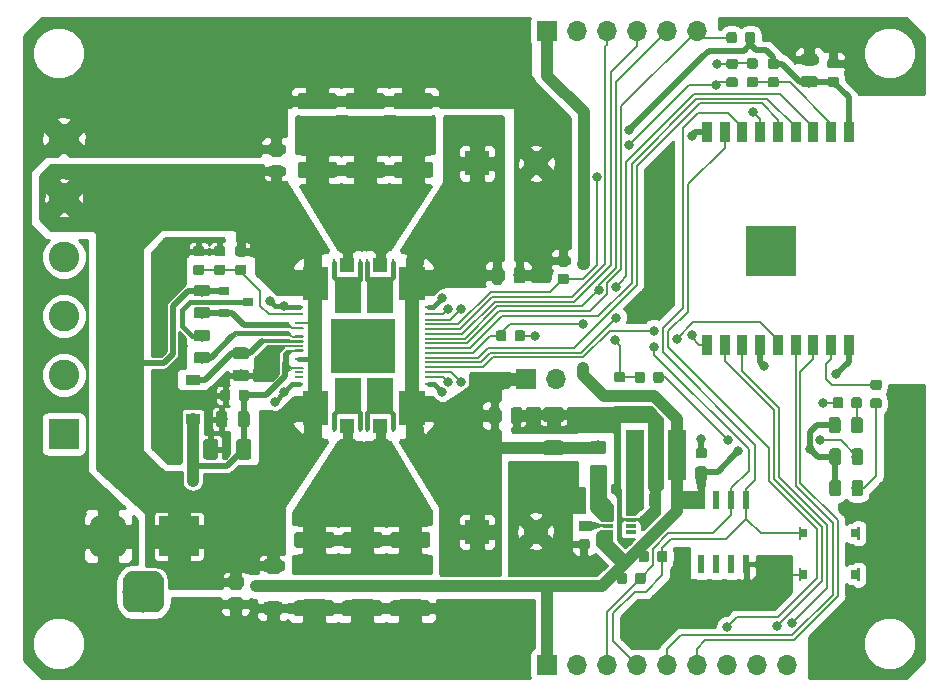
<source format=gbr>
G04 #@! TF.GenerationSoftware,KiCad,Pcbnew,5.0.1-33cea8e~68~ubuntu16.04.1*
G04 #@! TF.CreationDate,2018-10-28T17:52:41-07:00*
G04 #@! TF.ProjectId,wifistepper,77696669737465707065722E6B696361,rev?*
G04 #@! TF.SameCoordinates,Original*
G04 #@! TF.FileFunction,Copper,L1,Top,Signal*
G04 #@! TF.FilePolarity,Positive*
%FSLAX46Y46*%
G04 Gerber Fmt 4.6, Leading zero omitted, Abs format (unit mm)*
G04 Created by KiCad (PCBNEW 5.0.1-33cea8e~68~ubuntu16.04.1) date Sun 28 Oct 2018 05:52:41 PM PDT*
%MOMM*%
%LPD*%
G01*
G04 APERTURE LIST*
G04 #@! TA.AperFunction,Conductor*
%ADD10C,0.100000*%
G04 #@! TD*
G04 #@! TA.AperFunction,SMDPad,CuDef*
%ADD11C,1.100000*%
G04 #@! TD*
G04 #@! TA.AperFunction,SMDPad,CuDef*
%ADD12C,0.500000*%
G04 #@! TD*
G04 #@! TA.AperFunction,SMDPad,CuDef*
%ADD13C,2.140000*%
G04 #@! TD*
G04 #@! TA.AperFunction,SMDPad,CuDef*
%ADD14R,0.800000X0.200000*%
G04 #@! TD*
G04 #@! TA.AperFunction,SMDPad,CuDef*
%ADD15R,0.200000X0.800000*%
G04 #@! TD*
G04 #@! TA.AperFunction,SMDPad,CuDef*
%ADD16R,1.160000X1.200000*%
G04 #@! TD*
G04 #@! TA.AperFunction,SMDPad,CuDef*
%ADD17R,2.300000X3.010000*%
G04 #@! TD*
G04 #@! TA.AperFunction,SMDPad,CuDef*
%ADD18R,5.500000X4.680000*%
G04 #@! TD*
G04 #@! TA.AperFunction,SMDPad,CuDef*
%ADD19C,0.875000*%
G04 #@! TD*
G04 #@! TA.AperFunction,SMDPad,CuDef*
%ADD20C,1.250000*%
G04 #@! TD*
G04 #@! TA.AperFunction,SMDPad,CuDef*
%ADD21C,0.975000*%
G04 #@! TD*
G04 #@! TA.AperFunction,SMDPad,CuDef*
%ADD22R,0.900000X0.800000*%
G04 #@! TD*
G04 #@! TA.AperFunction,SMDPad,CuDef*
%ADD23R,1.200000X0.900000*%
G04 #@! TD*
G04 #@! TA.AperFunction,ComponentPad*
%ADD24R,3.500000X3.500000*%
G04 #@! TD*
G04 #@! TA.AperFunction,ComponentPad*
%ADD25C,3.000000*%
G04 #@! TD*
G04 #@! TA.AperFunction,ComponentPad*
%ADD26C,3.500000*%
G04 #@! TD*
G04 #@! TA.AperFunction,ComponentPad*
%ADD27R,1.700000X1.700000*%
G04 #@! TD*
G04 #@! TA.AperFunction,ComponentPad*
%ADD28O,1.700000X1.700000*%
G04 #@! TD*
G04 #@! TA.AperFunction,SMDPad,CuDef*
%ADD29R,1.500000X4.200000*%
G04 #@! TD*
G04 #@! TA.AperFunction,SMDPad,CuDef*
%ADD30R,0.900000X1.700000*%
G04 #@! TD*
G04 #@! TA.AperFunction,SMDPad,CuDef*
%ADD31R,4.300000X4.300000*%
G04 #@! TD*
G04 #@! TA.AperFunction,SMDPad,CuDef*
%ADD32R,0.850000X0.300000*%
G04 #@! TD*
G04 #@! TA.AperFunction,SMDPad,CuDef*
%ADD33R,0.600000X1.550000*%
G04 #@! TD*
G04 #@! TA.AperFunction,SMDPad,CuDef*
%ADD34C,1.150000*%
G04 #@! TD*
G04 #@! TA.AperFunction,ComponentPad*
%ADD35C,2.000000*%
G04 #@! TD*
G04 #@! TA.AperFunction,ComponentPad*
%ADD36R,2.000000X2.000000*%
G04 #@! TD*
G04 #@! TA.AperFunction,ComponentPad*
%ADD37R,2.600000X2.600000*%
G04 #@! TD*
G04 #@! TA.AperFunction,ComponentPad*
%ADD38C,2.600000*%
G04 #@! TD*
G04 #@! TA.AperFunction,SMDPad,CuDef*
%ADD39C,1.350000*%
G04 #@! TD*
G04 #@! TA.AperFunction,ViaPad*
%ADD40C,0.800000*%
G04 #@! TD*
G04 #@! TA.AperFunction,Conductor*
%ADD41C,0.500000*%
G04 #@! TD*
G04 #@! TA.AperFunction,Conductor*
%ADD42C,1.000000*%
G04 #@! TD*
G04 #@! TA.AperFunction,Conductor*
%ADD43C,0.200000*%
G04 #@! TD*
G04 #@! TA.AperFunction,Conductor*
%ADD44C,1.200000*%
G04 #@! TD*
G04 #@! TA.AperFunction,Conductor*
%ADD45C,0.400000*%
G04 #@! TD*
G04 #@! TA.AperFunction,Conductor*
%ADD46C,0.250000*%
G04 #@! TD*
G04 APERTURE END LIST*
D10*
G04 #@! TO.N,GND*
G04 #@! TO.C,D0*
G36*
X56139455Y-111465324D02*
X56166150Y-111469284D01*
X56192328Y-111475841D01*
X56217738Y-111484933D01*
X56242134Y-111496472D01*
X56265282Y-111510346D01*
X56286958Y-111526422D01*
X56306954Y-111544546D01*
X56325078Y-111564542D01*
X56341154Y-111586218D01*
X56355028Y-111609366D01*
X56366567Y-111633762D01*
X56375659Y-111659172D01*
X56382216Y-111685350D01*
X56386176Y-111712045D01*
X56387500Y-111739000D01*
X56387500Y-112289000D01*
X56386176Y-112315955D01*
X56382216Y-112342650D01*
X56375659Y-112368828D01*
X56366567Y-112394238D01*
X56355028Y-112418634D01*
X56341154Y-112441782D01*
X56325078Y-112463458D01*
X56306954Y-112483454D01*
X56286958Y-112501578D01*
X56265282Y-112517654D01*
X56242134Y-112531528D01*
X56217738Y-112543067D01*
X56192328Y-112552159D01*
X56166150Y-112558716D01*
X56139455Y-112562676D01*
X56112500Y-112564000D01*
X55012500Y-112564000D01*
X54985545Y-112562676D01*
X54958850Y-112558716D01*
X54932672Y-112552159D01*
X54907262Y-112543067D01*
X54882866Y-112531528D01*
X54859718Y-112517654D01*
X54838042Y-112501578D01*
X54818046Y-112483454D01*
X54799922Y-112463458D01*
X54783846Y-112441782D01*
X54769972Y-112418634D01*
X54758433Y-112394238D01*
X54749341Y-112368828D01*
X54742784Y-112342650D01*
X54738824Y-112315955D01*
X54737500Y-112289000D01*
X54737500Y-111739000D01*
X54738824Y-111712045D01*
X54742784Y-111685350D01*
X54749341Y-111659172D01*
X54758433Y-111633762D01*
X54769972Y-111609366D01*
X54783846Y-111586218D01*
X54799922Y-111564542D01*
X54818046Y-111544546D01*
X54838042Y-111526422D01*
X54859718Y-111510346D01*
X54882866Y-111496472D01*
X54907262Y-111484933D01*
X54932672Y-111475841D01*
X54958850Y-111469284D01*
X54985545Y-111465324D01*
X55012500Y-111464000D01*
X56112500Y-111464000D01*
X56139455Y-111465324D01*
X56139455Y-111465324D01*
G37*
D11*
G04 #@! TD*
G04 #@! TO.P,D0,2*
G04 #@! TO.N,GND*
X55562500Y-112014000D03*
D10*
G04 #@! TO.N,VIN*
G04 #@! TO.C,D0*
G36*
X56139455Y-107865324D02*
X56166150Y-107869284D01*
X56192328Y-107875841D01*
X56217738Y-107884933D01*
X56242134Y-107896472D01*
X56265282Y-107910346D01*
X56286958Y-107926422D01*
X56306954Y-107944546D01*
X56325078Y-107964542D01*
X56341154Y-107986218D01*
X56355028Y-108009366D01*
X56366567Y-108033762D01*
X56375659Y-108059172D01*
X56382216Y-108085350D01*
X56386176Y-108112045D01*
X56387500Y-108139000D01*
X56387500Y-108689000D01*
X56386176Y-108715955D01*
X56382216Y-108742650D01*
X56375659Y-108768828D01*
X56366567Y-108794238D01*
X56355028Y-108818634D01*
X56341154Y-108841782D01*
X56325078Y-108863458D01*
X56306954Y-108883454D01*
X56286958Y-108901578D01*
X56265282Y-108917654D01*
X56242134Y-108931528D01*
X56217738Y-108943067D01*
X56192328Y-108952159D01*
X56166150Y-108958716D01*
X56139455Y-108962676D01*
X56112500Y-108964000D01*
X55012500Y-108964000D01*
X54985545Y-108962676D01*
X54958850Y-108958716D01*
X54932672Y-108952159D01*
X54907262Y-108943067D01*
X54882866Y-108931528D01*
X54859718Y-108917654D01*
X54838042Y-108901578D01*
X54818046Y-108883454D01*
X54799922Y-108863458D01*
X54783846Y-108841782D01*
X54769972Y-108818634D01*
X54758433Y-108794238D01*
X54749341Y-108768828D01*
X54742784Y-108742650D01*
X54738824Y-108715955D01*
X54737500Y-108689000D01*
X54737500Y-108139000D01*
X54738824Y-108112045D01*
X54742784Y-108085350D01*
X54749341Y-108059172D01*
X54758433Y-108033762D01*
X54769972Y-108009366D01*
X54783846Y-107986218D01*
X54799922Y-107964542D01*
X54818046Y-107944546D01*
X54838042Y-107926422D01*
X54859718Y-107910346D01*
X54882866Y-107896472D01*
X54907262Y-107884933D01*
X54932672Y-107875841D01*
X54958850Y-107869284D01*
X54985545Y-107865324D01*
X55012500Y-107864000D01*
X56112500Y-107864000D01*
X56139455Y-107865324D01*
X56139455Y-107865324D01*
G37*
D11*
G04 #@! TD*
G04 #@! TO.P,D0,1*
G04 #@! TO.N,VIN*
X55562500Y-108414000D03*
D12*
G04 #@! TO.P,SW1,2*
G04 #@! TO.N,AUTH_SDA*
X100525000Y-105664000D03*
D10*
G04 #@! TD*
G04 #@! TO.N,AUTH_SDA*
G04 #@! TO.C,SW1*
G36*
X100075000Y-105114000D02*
X100275000Y-105114000D01*
X100275000Y-105314000D01*
X100775000Y-105314000D01*
X100775000Y-106014000D01*
X100275000Y-106014000D01*
X100275000Y-106214000D01*
X100075000Y-106214000D01*
X100075000Y-105114000D01*
X100075000Y-105114000D01*
G37*
D12*
G04 #@! TO.P,SW1,~*
G04 #@! TO.N,N/C*
X104775000Y-105664000D03*
D10*
G04 #@! TD*
G04 #@! TO.N,N/C*
G04 #@! TO.C,SW1*
G36*
X105025000Y-106014000D02*
X104525000Y-106014000D01*
X104525000Y-105314000D01*
X105025000Y-105314000D01*
X105025000Y-105114000D01*
X105225000Y-105114000D01*
X105225000Y-106214000D01*
X105025000Y-106214000D01*
X105025000Y-106014000D01*
X105025000Y-106014000D01*
G37*
D12*
G04 #@! TO.P,SW1,1*
G04 #@! TO.N,GND*
X100525000Y-109164000D03*
D10*
G04 #@! TD*
G04 #@! TO.N,GND*
G04 #@! TO.C,SW1*
G36*
X100075000Y-108614000D02*
X100275000Y-108614000D01*
X100275000Y-108814000D01*
X100775000Y-108814000D01*
X100775000Y-109514000D01*
X100275000Y-109514000D01*
X100275000Y-109714000D01*
X100075000Y-109714000D01*
X100075000Y-108614000D01*
X100075000Y-108614000D01*
G37*
D12*
G04 #@! TO.P,SW1,~*
G04 #@! TO.N,N/C*
X104775000Y-109164000D03*
D10*
G04 #@! TD*
G04 #@! TO.N,N/C*
G04 #@! TO.C,SW1*
G36*
X105025000Y-109514000D02*
X104525000Y-109514000D01*
X104525000Y-108814000D01*
X105025000Y-108814000D01*
X105025000Y-108614000D01*
X105225000Y-108614000D01*
X105225000Y-109714000D01*
X105025000Y-109714000D01*
X105025000Y-109514000D01*
X105025000Y-109514000D01*
G37*
D13*
G04 #@! TO.P,U2,E1*
G04 #@! TO.N,VIN*
X67336000Y-95044000D03*
D10*
G04 #@! TD*
G04 #@! TO.N,VIN*
G04 #@! TO.C,U2*
G36*
X66826000Y-96469000D02*
X66266000Y-96469000D01*
X66266000Y-93619000D01*
X68406000Y-93619000D01*
X68406000Y-94019000D01*
X69136000Y-94019000D01*
X69136000Y-96189000D01*
X68406000Y-96189000D01*
X68406000Y-96469000D01*
X68266000Y-96469000D01*
X68266000Y-97189000D01*
X66826000Y-97189000D01*
X66826000Y-96469000D01*
X66826000Y-96469000D01*
G37*
D13*
G04 #@! TO.P,U2,E6*
G04 #@! TO.N,VIN*
X59156000Y-95044000D03*
D10*
G04 #@! TD*
G04 #@! TO.N,VIN*
G04 #@! TO.C,U2*
G36*
X58226000Y-96469000D02*
X58086000Y-96469000D01*
X58086000Y-96189000D01*
X57356000Y-96189000D01*
X57356000Y-94019000D01*
X58086000Y-94019000D01*
X58086000Y-93619000D01*
X60226000Y-93619000D01*
X60226000Y-96469000D01*
X59666000Y-96469000D01*
X59666000Y-97189000D01*
X58226000Y-97189000D01*
X58226000Y-96469000D01*
X58226000Y-96469000D01*
G37*
D13*
G04 #@! TO.P,U2,E5*
G04 #@! TO.N,VIN*
X59156000Y-84534000D03*
D10*
G04 #@! TD*
G04 #@! TO.N,VIN*
G04 #@! TO.C,U2*
G36*
X58086000Y-85559000D02*
X57356000Y-85559000D01*
X57356000Y-83389000D01*
X58086000Y-83389000D01*
X58086000Y-83109000D01*
X58226000Y-83109000D01*
X58226000Y-82389000D01*
X59666000Y-82389000D01*
X59666000Y-83109000D01*
X60226000Y-83109000D01*
X60226000Y-85959000D01*
X58086000Y-85959000D01*
X58086000Y-85559000D01*
X58086000Y-85559000D01*
G37*
D13*
G04 #@! TO.P,U2,E2*
G04 #@! TO.N,VIN*
X67336000Y-84534000D03*
D10*
G04 #@! TD*
G04 #@! TO.N,VIN*
G04 #@! TO.C,U2*
G36*
X66266000Y-83109000D02*
X66826000Y-83109000D01*
X66826000Y-82389000D01*
X68266000Y-82389000D01*
X68266000Y-83109000D01*
X68406000Y-83109000D01*
X68406000Y-83389000D01*
X69136000Y-83389000D01*
X69136000Y-85559000D01*
X68406000Y-85559000D01*
X68406000Y-85959000D01*
X66266000Y-85959000D01*
X66266000Y-83109000D01*
X66266000Y-83109000D01*
G37*
D14*
G04 #@! TO.P,U2,65*
G04 #@! TO.N,OUTB1*
X57746000Y-93039000D03*
G04 #@! TO.P,U2,64*
G04 #@! TO.N,N/C*
X57746000Y-92439000D03*
G04 #@! TO.P,U2,63*
X57746000Y-92039000D03*
G04 #@! TO.P,U2,62*
G04 #@! TO.N,+3V3*
X57746000Y-91639000D03*
G04 #@! TO.P,U2,61*
G04 #@! TO.N,VIN*
X57746000Y-90909000D03*
G04 #@! TO.P,U2,60*
G04 #@! TO.N,+3V3*
X57746000Y-90189000D03*
G04 #@! TO.P,U2,53*
G04 #@! TO.N,OUTA1*
X57746000Y-86539000D03*
G04 #@! TO.P,U2,54*
G04 #@! TO.N,SM_ADC*
X57746000Y-87139000D03*
G04 #@! TO.P,U2,55*
G04 #@! TO.N,VIN*
X57746000Y-87869000D03*
G04 #@! TO.P,U2,56*
G04 #@! TO.N,Net-(C3-Pad1)*
X57746000Y-88269000D03*
G04 #@! TO.P,U2,57*
G04 #@! TO.N,Net-(C13-Pad1)*
X57746000Y-88989000D03*
G04 #@! TO.P,U2,59*
G04 #@! TO.N,GND*
X57746000Y-89789000D03*
G04 #@! TO.P,U2,58*
G04 #@! TO.N,Net-(C2-Pad1)*
X57746000Y-89389000D03*
G04 #@! TO.P,U2,7*
G04 #@! TO.N,OUTB2*
X68746000Y-93039000D03*
G04 #@! TO.P,U2,8*
G04 #@! TO.N,GND*
X68746000Y-92439000D03*
G04 #@! TO.P,U2,9*
G04 #@! TO.N,Net-(JP2-Pad1)*
X68746000Y-91999000D03*
G04 #@! TO.P,U2,10*
G04 #@! TO.N,SM_CS*
X68746000Y-91599000D03*
G04 #@! TO.P,U2,11*
G04 #@! TO.N,SM_CLK*
X68746000Y-91199000D03*
G04 #@! TO.P,U2,12*
G04 #@! TO.N,SM_SI*
X68746000Y-90799000D03*
G04 #@! TO.P,U2,13*
G04 #@! TO.N,+3V3*
X68746000Y-90399000D03*
G04 #@! TO.P,U2,14*
G04 #@! TO.N,SM_SO*
X68746000Y-89999000D03*
G04 #@! TO.P,U2,22*
G04 #@! TO.N,OUTA2*
X68746000Y-86539000D03*
G04 #@! TO.P,U2,21*
G04 #@! TO.N,GND*
X68746000Y-87139000D03*
G04 #@! TO.P,U2,20*
G04 #@! TO.N,Net-(JP1-Pad1)*
X68746000Y-87579000D03*
G04 #@! TO.P,U2,19*
G04 #@! TO.N,SM_RST*
X68746000Y-87979000D03*
G04 #@! TO.P,U2,18*
G04 #@! TO.N,SM_SW*
X68746000Y-88379000D03*
G04 #@! TO.P,U2,17*
G04 #@! TO.N,SM_STCLK*
X68746000Y-88779000D03*
G04 #@! TO.P,U2,16*
G04 #@! TO.N,SM_FLAG*
X68746000Y-89179000D03*
G04 #@! TO.P,U2,15*
G04 #@! TO.N,SM_BUSY*
X68746000Y-89579000D03*
D15*
G04 #@! TO.P,U2,85*
G04 #@! TO.N,OUTB2*
X65756000Y-96789000D03*
G04 #@! TO.P,U2,76*
G04 #@! TO.N,OUTB1*
X60736000Y-96789000D03*
G04 #@! TO.P,U2,80*
X62936000Y-96789000D03*
G04 #@! TO.P,U2,81*
G04 #@! TO.N,OUTB2*
X63556000Y-96789000D03*
G04 #@! TO.P,U2,33*
G04 #@! TO.N,OUTA2*
X65756000Y-82789000D03*
G04 #@! TO.P,U2,42*
G04 #@! TO.N,OUTA1*
X60736000Y-82789000D03*
G04 #@! TO.P,U2,38*
X62936000Y-82789000D03*
G04 #@! TO.P,U2,37*
G04 #@! TO.N,OUTA2*
X63556000Y-82789000D03*
D16*
G04 #@! TO.P,U2,E11*
G04 #@! TO.N,Net-(JP1-Pad1)*
X61836000Y-82989000D03*
G04 #@! TO.P,U2,E10*
X64656000Y-82989000D03*
G04 #@! TO.P,U2,E12*
G04 #@! TO.N,Net-(JP2-Pad1)*
X61836000Y-96589000D03*
G04 #@! TO.P,U2,E13*
X64656000Y-96589000D03*
D17*
G04 #@! TO.P,U2,E4*
G04 #@! TO.N,OUTA1*
X61876000Y-85524000D03*
G04 #@! TO.P,U2,E3*
G04 #@! TO.N,OUTA2*
X64616000Y-85524000D03*
G04 #@! TO.P,U2,E7*
G04 #@! TO.N,OUTB1*
X61876000Y-94054000D03*
G04 #@! TO.P,U2,E8*
G04 #@! TO.N,OUTB2*
X64616000Y-94054000D03*
D18*
G04 #@! TO.P,U2,E9*
G04 #@! TO.N,GND*
X63166000Y-89789000D03*
G04 #@! TD*
D10*
G04 #@! TO.N,WIFI_CONN*
G04 #@! TO.C,R10*
G36*
X106894191Y-92654553D02*
X106915426Y-92657703D01*
X106936250Y-92662919D01*
X106956462Y-92670151D01*
X106975868Y-92679330D01*
X106994281Y-92690366D01*
X107011524Y-92703154D01*
X107027430Y-92717570D01*
X107041846Y-92733476D01*
X107054634Y-92750719D01*
X107065670Y-92769132D01*
X107074849Y-92788538D01*
X107082081Y-92808750D01*
X107087297Y-92829574D01*
X107090447Y-92850809D01*
X107091500Y-92872250D01*
X107091500Y-93309750D01*
X107090447Y-93331191D01*
X107087297Y-93352426D01*
X107082081Y-93373250D01*
X107074849Y-93393462D01*
X107065670Y-93412868D01*
X107054634Y-93431281D01*
X107041846Y-93448524D01*
X107027430Y-93464430D01*
X107011524Y-93478846D01*
X106994281Y-93491634D01*
X106975868Y-93502670D01*
X106956462Y-93511849D01*
X106936250Y-93519081D01*
X106915426Y-93524297D01*
X106894191Y-93527447D01*
X106872750Y-93528500D01*
X106360250Y-93528500D01*
X106338809Y-93527447D01*
X106317574Y-93524297D01*
X106296750Y-93519081D01*
X106276538Y-93511849D01*
X106257132Y-93502670D01*
X106238719Y-93491634D01*
X106221476Y-93478846D01*
X106205570Y-93464430D01*
X106191154Y-93448524D01*
X106178366Y-93431281D01*
X106167330Y-93412868D01*
X106158151Y-93393462D01*
X106150919Y-93373250D01*
X106145703Y-93352426D01*
X106142553Y-93331191D01*
X106141500Y-93309750D01*
X106141500Y-92872250D01*
X106142553Y-92850809D01*
X106145703Y-92829574D01*
X106150919Y-92808750D01*
X106158151Y-92788538D01*
X106167330Y-92769132D01*
X106178366Y-92750719D01*
X106191154Y-92733476D01*
X106205570Y-92717570D01*
X106221476Y-92703154D01*
X106238719Y-92690366D01*
X106257132Y-92679330D01*
X106276538Y-92670151D01*
X106296750Y-92662919D01*
X106317574Y-92657703D01*
X106338809Y-92654553D01*
X106360250Y-92653500D01*
X106872750Y-92653500D01*
X106894191Y-92654553D01*
X106894191Y-92654553D01*
G37*
D19*
G04 #@! TD*
G04 #@! TO.P,R10,2*
G04 #@! TO.N,WIFI_CONN*
X106616500Y-93091000D03*
D10*
G04 #@! TO.N,Net-(D4-Pad1)*
G04 #@! TO.C,R10*
G36*
X106894191Y-94229553D02*
X106915426Y-94232703D01*
X106936250Y-94237919D01*
X106956462Y-94245151D01*
X106975868Y-94254330D01*
X106994281Y-94265366D01*
X107011524Y-94278154D01*
X107027430Y-94292570D01*
X107041846Y-94308476D01*
X107054634Y-94325719D01*
X107065670Y-94344132D01*
X107074849Y-94363538D01*
X107082081Y-94383750D01*
X107087297Y-94404574D01*
X107090447Y-94425809D01*
X107091500Y-94447250D01*
X107091500Y-94884750D01*
X107090447Y-94906191D01*
X107087297Y-94927426D01*
X107082081Y-94948250D01*
X107074849Y-94968462D01*
X107065670Y-94987868D01*
X107054634Y-95006281D01*
X107041846Y-95023524D01*
X107027430Y-95039430D01*
X107011524Y-95053846D01*
X106994281Y-95066634D01*
X106975868Y-95077670D01*
X106956462Y-95086849D01*
X106936250Y-95094081D01*
X106915426Y-95099297D01*
X106894191Y-95102447D01*
X106872750Y-95103500D01*
X106360250Y-95103500D01*
X106338809Y-95102447D01*
X106317574Y-95099297D01*
X106296750Y-95094081D01*
X106276538Y-95086849D01*
X106257132Y-95077670D01*
X106238719Y-95066634D01*
X106221476Y-95053846D01*
X106205570Y-95039430D01*
X106191154Y-95023524D01*
X106178366Y-95006281D01*
X106167330Y-94987868D01*
X106158151Y-94968462D01*
X106150919Y-94948250D01*
X106145703Y-94927426D01*
X106142553Y-94906191D01*
X106141500Y-94884750D01*
X106141500Y-94447250D01*
X106142553Y-94425809D01*
X106145703Y-94404574D01*
X106150919Y-94383750D01*
X106158151Y-94363538D01*
X106167330Y-94344132D01*
X106178366Y-94325719D01*
X106191154Y-94308476D01*
X106205570Y-94292570D01*
X106221476Y-94278154D01*
X106238719Y-94265366D01*
X106257132Y-94254330D01*
X106276538Y-94245151D01*
X106296750Y-94237919D01*
X106317574Y-94232703D01*
X106338809Y-94229553D01*
X106360250Y-94228500D01*
X106872750Y-94228500D01*
X106894191Y-94229553D01*
X106894191Y-94229553D01*
G37*
D19*
G04 #@! TD*
G04 #@! TO.P,R10,1*
G04 #@! TO.N,Net-(D4-Pad1)*
X106616500Y-94666000D03*
D10*
G04 #@! TO.N,+3V3*
G04 #@! TO.C,C1*
G36*
X53485504Y-97678204D02*
X53509773Y-97681804D01*
X53533571Y-97687765D01*
X53556671Y-97696030D01*
X53578849Y-97706520D01*
X53599893Y-97719133D01*
X53619598Y-97733747D01*
X53637777Y-97750223D01*
X53654253Y-97768402D01*
X53668867Y-97788107D01*
X53681480Y-97809151D01*
X53691970Y-97831329D01*
X53700235Y-97854429D01*
X53706196Y-97878227D01*
X53709796Y-97902496D01*
X53711000Y-97927000D01*
X53711000Y-99177000D01*
X53709796Y-99201504D01*
X53706196Y-99225773D01*
X53700235Y-99249571D01*
X53691970Y-99272671D01*
X53681480Y-99294849D01*
X53668867Y-99315893D01*
X53654253Y-99335598D01*
X53637777Y-99353777D01*
X53619598Y-99370253D01*
X53599893Y-99384867D01*
X53578849Y-99397480D01*
X53556671Y-99407970D01*
X53533571Y-99416235D01*
X53509773Y-99422196D01*
X53485504Y-99425796D01*
X53461000Y-99427000D01*
X52711000Y-99427000D01*
X52686496Y-99425796D01*
X52662227Y-99422196D01*
X52638429Y-99416235D01*
X52615329Y-99407970D01*
X52593151Y-99397480D01*
X52572107Y-99384867D01*
X52552402Y-99370253D01*
X52534223Y-99353777D01*
X52517747Y-99335598D01*
X52503133Y-99315893D01*
X52490520Y-99294849D01*
X52480030Y-99272671D01*
X52471765Y-99249571D01*
X52465804Y-99225773D01*
X52462204Y-99201504D01*
X52461000Y-99177000D01*
X52461000Y-97927000D01*
X52462204Y-97902496D01*
X52465804Y-97878227D01*
X52471765Y-97854429D01*
X52480030Y-97831329D01*
X52490520Y-97809151D01*
X52503133Y-97788107D01*
X52517747Y-97768402D01*
X52534223Y-97750223D01*
X52552402Y-97733747D01*
X52572107Y-97719133D01*
X52593151Y-97706520D01*
X52615329Y-97696030D01*
X52638429Y-97687765D01*
X52662227Y-97681804D01*
X52686496Y-97678204D01*
X52711000Y-97677000D01*
X53461000Y-97677000D01*
X53485504Y-97678204D01*
X53485504Y-97678204D01*
G37*
D20*
G04 #@! TD*
G04 #@! TO.P,C1,1*
G04 #@! TO.N,+3V3*
X53086000Y-98552000D03*
D10*
G04 #@! TO.N,GND*
G04 #@! TO.C,C1*
G36*
X50685504Y-97678204D02*
X50709773Y-97681804D01*
X50733571Y-97687765D01*
X50756671Y-97696030D01*
X50778849Y-97706520D01*
X50799893Y-97719133D01*
X50819598Y-97733747D01*
X50837777Y-97750223D01*
X50854253Y-97768402D01*
X50868867Y-97788107D01*
X50881480Y-97809151D01*
X50891970Y-97831329D01*
X50900235Y-97854429D01*
X50906196Y-97878227D01*
X50909796Y-97902496D01*
X50911000Y-97927000D01*
X50911000Y-99177000D01*
X50909796Y-99201504D01*
X50906196Y-99225773D01*
X50900235Y-99249571D01*
X50891970Y-99272671D01*
X50881480Y-99294849D01*
X50868867Y-99315893D01*
X50854253Y-99335598D01*
X50837777Y-99353777D01*
X50819598Y-99370253D01*
X50799893Y-99384867D01*
X50778849Y-99397480D01*
X50756671Y-99407970D01*
X50733571Y-99416235D01*
X50709773Y-99422196D01*
X50685504Y-99425796D01*
X50661000Y-99427000D01*
X49911000Y-99427000D01*
X49886496Y-99425796D01*
X49862227Y-99422196D01*
X49838429Y-99416235D01*
X49815329Y-99407970D01*
X49793151Y-99397480D01*
X49772107Y-99384867D01*
X49752402Y-99370253D01*
X49734223Y-99353777D01*
X49717747Y-99335598D01*
X49703133Y-99315893D01*
X49690520Y-99294849D01*
X49680030Y-99272671D01*
X49671765Y-99249571D01*
X49665804Y-99225773D01*
X49662204Y-99201504D01*
X49661000Y-99177000D01*
X49661000Y-97927000D01*
X49662204Y-97902496D01*
X49665804Y-97878227D01*
X49671765Y-97854429D01*
X49680030Y-97831329D01*
X49690520Y-97809151D01*
X49703133Y-97788107D01*
X49717747Y-97768402D01*
X49734223Y-97750223D01*
X49752402Y-97733747D01*
X49772107Y-97719133D01*
X49793151Y-97706520D01*
X49815329Y-97696030D01*
X49838429Y-97687765D01*
X49862227Y-97681804D01*
X49886496Y-97678204D01*
X49911000Y-97677000D01*
X50661000Y-97677000D01*
X50685504Y-97678204D01*
X50685504Y-97678204D01*
G37*
D20*
G04 #@! TD*
G04 #@! TO.P,C1,2*
G04 #@! TO.N,GND*
X50286000Y-98552000D03*
D10*
G04 #@! TO.N,Net-(C2-Pad1)*
G04 #@! TO.C,C2*
G36*
X53312142Y-89937674D02*
X53335803Y-89941184D01*
X53359007Y-89946996D01*
X53381529Y-89955054D01*
X53403153Y-89965282D01*
X53423670Y-89977579D01*
X53442883Y-89991829D01*
X53460607Y-90007893D01*
X53476671Y-90025617D01*
X53490921Y-90044830D01*
X53503218Y-90065347D01*
X53513446Y-90086971D01*
X53521504Y-90109493D01*
X53527316Y-90132697D01*
X53530826Y-90156358D01*
X53532000Y-90180250D01*
X53532000Y-90667750D01*
X53530826Y-90691642D01*
X53527316Y-90715303D01*
X53521504Y-90738507D01*
X53513446Y-90761029D01*
X53503218Y-90782653D01*
X53490921Y-90803170D01*
X53476671Y-90822383D01*
X53460607Y-90840107D01*
X53442883Y-90856171D01*
X53423670Y-90870421D01*
X53403153Y-90882718D01*
X53381529Y-90892946D01*
X53359007Y-90901004D01*
X53335803Y-90906816D01*
X53312142Y-90910326D01*
X53288250Y-90911500D01*
X52375750Y-90911500D01*
X52351858Y-90910326D01*
X52328197Y-90906816D01*
X52304993Y-90901004D01*
X52282471Y-90892946D01*
X52260847Y-90882718D01*
X52240330Y-90870421D01*
X52221117Y-90856171D01*
X52203393Y-90840107D01*
X52187329Y-90822383D01*
X52173079Y-90803170D01*
X52160782Y-90782653D01*
X52150554Y-90761029D01*
X52142496Y-90738507D01*
X52136684Y-90715303D01*
X52133174Y-90691642D01*
X52132000Y-90667750D01*
X52132000Y-90180250D01*
X52133174Y-90156358D01*
X52136684Y-90132697D01*
X52142496Y-90109493D01*
X52150554Y-90086971D01*
X52160782Y-90065347D01*
X52173079Y-90044830D01*
X52187329Y-90025617D01*
X52203393Y-90007893D01*
X52221117Y-89991829D01*
X52240330Y-89977579D01*
X52260847Y-89965282D01*
X52282471Y-89955054D01*
X52304993Y-89946996D01*
X52328197Y-89941184D01*
X52351858Y-89937674D01*
X52375750Y-89936500D01*
X53288250Y-89936500D01*
X53312142Y-89937674D01*
X53312142Y-89937674D01*
G37*
D21*
G04 #@! TD*
G04 #@! TO.P,C2,1*
G04 #@! TO.N,Net-(C2-Pad1)*
X52832000Y-90424000D03*
D10*
G04 #@! TO.N,GND*
G04 #@! TO.C,C2*
G36*
X53312142Y-91812674D02*
X53335803Y-91816184D01*
X53359007Y-91821996D01*
X53381529Y-91830054D01*
X53403153Y-91840282D01*
X53423670Y-91852579D01*
X53442883Y-91866829D01*
X53460607Y-91882893D01*
X53476671Y-91900617D01*
X53490921Y-91919830D01*
X53503218Y-91940347D01*
X53513446Y-91961971D01*
X53521504Y-91984493D01*
X53527316Y-92007697D01*
X53530826Y-92031358D01*
X53532000Y-92055250D01*
X53532000Y-92542750D01*
X53530826Y-92566642D01*
X53527316Y-92590303D01*
X53521504Y-92613507D01*
X53513446Y-92636029D01*
X53503218Y-92657653D01*
X53490921Y-92678170D01*
X53476671Y-92697383D01*
X53460607Y-92715107D01*
X53442883Y-92731171D01*
X53423670Y-92745421D01*
X53403153Y-92757718D01*
X53381529Y-92767946D01*
X53359007Y-92776004D01*
X53335803Y-92781816D01*
X53312142Y-92785326D01*
X53288250Y-92786500D01*
X52375750Y-92786500D01*
X52351858Y-92785326D01*
X52328197Y-92781816D01*
X52304993Y-92776004D01*
X52282471Y-92767946D01*
X52260847Y-92757718D01*
X52240330Y-92745421D01*
X52221117Y-92731171D01*
X52203393Y-92715107D01*
X52187329Y-92697383D01*
X52173079Y-92678170D01*
X52160782Y-92657653D01*
X52150554Y-92636029D01*
X52142496Y-92613507D01*
X52136684Y-92590303D01*
X52133174Y-92566642D01*
X52132000Y-92542750D01*
X52132000Y-92055250D01*
X52133174Y-92031358D01*
X52136684Y-92007697D01*
X52142496Y-91984493D01*
X52150554Y-91961971D01*
X52160782Y-91940347D01*
X52173079Y-91919830D01*
X52187329Y-91900617D01*
X52203393Y-91882893D01*
X52221117Y-91866829D01*
X52240330Y-91852579D01*
X52260847Y-91840282D01*
X52282471Y-91830054D01*
X52304993Y-91821996D01*
X52328197Y-91816184D01*
X52351858Y-91812674D01*
X52375750Y-91811500D01*
X53288250Y-91811500D01*
X53312142Y-91812674D01*
X53312142Y-91812674D01*
G37*
D21*
G04 #@! TD*
G04 #@! TO.P,C2,2*
G04 #@! TO.N,GND*
X52832000Y-92299000D03*
D10*
G04 #@! TO.N,Net-(C3-Pad1)*
G04 #@! TO.C,C3*
G36*
X50010142Y-86508674D02*
X50033803Y-86512184D01*
X50057007Y-86517996D01*
X50079529Y-86526054D01*
X50101153Y-86536282D01*
X50121670Y-86548579D01*
X50140883Y-86562829D01*
X50158607Y-86578893D01*
X50174671Y-86596617D01*
X50188921Y-86615830D01*
X50201218Y-86636347D01*
X50211446Y-86657971D01*
X50219504Y-86680493D01*
X50225316Y-86703697D01*
X50228826Y-86727358D01*
X50230000Y-86751250D01*
X50230000Y-87238750D01*
X50228826Y-87262642D01*
X50225316Y-87286303D01*
X50219504Y-87309507D01*
X50211446Y-87332029D01*
X50201218Y-87353653D01*
X50188921Y-87374170D01*
X50174671Y-87393383D01*
X50158607Y-87411107D01*
X50140883Y-87427171D01*
X50121670Y-87441421D01*
X50101153Y-87453718D01*
X50079529Y-87463946D01*
X50057007Y-87472004D01*
X50033803Y-87477816D01*
X50010142Y-87481326D01*
X49986250Y-87482500D01*
X49073750Y-87482500D01*
X49049858Y-87481326D01*
X49026197Y-87477816D01*
X49002993Y-87472004D01*
X48980471Y-87463946D01*
X48958847Y-87453718D01*
X48938330Y-87441421D01*
X48919117Y-87427171D01*
X48901393Y-87411107D01*
X48885329Y-87393383D01*
X48871079Y-87374170D01*
X48858782Y-87353653D01*
X48848554Y-87332029D01*
X48840496Y-87309507D01*
X48834684Y-87286303D01*
X48831174Y-87262642D01*
X48830000Y-87238750D01*
X48830000Y-86751250D01*
X48831174Y-86727358D01*
X48834684Y-86703697D01*
X48840496Y-86680493D01*
X48848554Y-86657971D01*
X48858782Y-86636347D01*
X48871079Y-86615830D01*
X48885329Y-86596617D01*
X48901393Y-86578893D01*
X48919117Y-86562829D01*
X48938330Y-86548579D01*
X48958847Y-86536282D01*
X48980471Y-86526054D01*
X49002993Y-86517996D01*
X49026197Y-86512184D01*
X49049858Y-86508674D01*
X49073750Y-86507500D01*
X49986250Y-86507500D01*
X50010142Y-86508674D01*
X50010142Y-86508674D01*
G37*
D21*
G04 #@! TD*
G04 #@! TO.P,C3,1*
G04 #@! TO.N,Net-(C3-Pad1)*
X49530000Y-86995000D03*
D10*
G04 #@! TO.N,VIN*
G04 #@! TO.C,C3*
G36*
X50010142Y-84633674D02*
X50033803Y-84637184D01*
X50057007Y-84642996D01*
X50079529Y-84651054D01*
X50101153Y-84661282D01*
X50121670Y-84673579D01*
X50140883Y-84687829D01*
X50158607Y-84703893D01*
X50174671Y-84721617D01*
X50188921Y-84740830D01*
X50201218Y-84761347D01*
X50211446Y-84782971D01*
X50219504Y-84805493D01*
X50225316Y-84828697D01*
X50228826Y-84852358D01*
X50230000Y-84876250D01*
X50230000Y-85363750D01*
X50228826Y-85387642D01*
X50225316Y-85411303D01*
X50219504Y-85434507D01*
X50211446Y-85457029D01*
X50201218Y-85478653D01*
X50188921Y-85499170D01*
X50174671Y-85518383D01*
X50158607Y-85536107D01*
X50140883Y-85552171D01*
X50121670Y-85566421D01*
X50101153Y-85578718D01*
X50079529Y-85588946D01*
X50057007Y-85597004D01*
X50033803Y-85602816D01*
X50010142Y-85606326D01*
X49986250Y-85607500D01*
X49073750Y-85607500D01*
X49049858Y-85606326D01*
X49026197Y-85602816D01*
X49002993Y-85597004D01*
X48980471Y-85588946D01*
X48958847Y-85578718D01*
X48938330Y-85566421D01*
X48919117Y-85552171D01*
X48901393Y-85536107D01*
X48885329Y-85518383D01*
X48871079Y-85499170D01*
X48858782Y-85478653D01*
X48848554Y-85457029D01*
X48840496Y-85434507D01*
X48834684Y-85411303D01*
X48831174Y-85387642D01*
X48830000Y-85363750D01*
X48830000Y-84876250D01*
X48831174Y-84852358D01*
X48834684Y-84828697D01*
X48840496Y-84805493D01*
X48848554Y-84782971D01*
X48858782Y-84761347D01*
X48871079Y-84740830D01*
X48885329Y-84721617D01*
X48901393Y-84703893D01*
X48919117Y-84687829D01*
X48938330Y-84673579D01*
X48958847Y-84661282D01*
X48980471Y-84651054D01*
X49002993Y-84642996D01*
X49026197Y-84637184D01*
X49049858Y-84633674D01*
X49073750Y-84632500D01*
X49986250Y-84632500D01*
X50010142Y-84633674D01*
X50010142Y-84633674D01*
G37*
D21*
G04 #@! TD*
G04 #@! TO.P,C3,2*
G04 #@! TO.N,VIN*
X49530000Y-85120000D03*
D10*
G04 #@! TO.N,+3V3*
G04 #@! TO.C,C4*
G36*
X53353642Y-95313174D02*
X53377303Y-95316684D01*
X53400507Y-95322496D01*
X53423029Y-95330554D01*
X53444653Y-95340782D01*
X53465170Y-95353079D01*
X53484383Y-95367329D01*
X53502107Y-95383393D01*
X53518171Y-95401117D01*
X53532421Y-95420330D01*
X53544718Y-95440847D01*
X53554946Y-95462471D01*
X53563004Y-95484993D01*
X53568816Y-95508197D01*
X53572326Y-95531858D01*
X53573500Y-95555750D01*
X53573500Y-96468250D01*
X53572326Y-96492142D01*
X53568816Y-96515803D01*
X53563004Y-96539007D01*
X53554946Y-96561529D01*
X53544718Y-96583153D01*
X53532421Y-96603670D01*
X53518171Y-96622883D01*
X53502107Y-96640607D01*
X53484383Y-96656671D01*
X53465170Y-96670921D01*
X53444653Y-96683218D01*
X53423029Y-96693446D01*
X53400507Y-96701504D01*
X53377303Y-96707316D01*
X53353642Y-96710826D01*
X53329750Y-96712000D01*
X52842250Y-96712000D01*
X52818358Y-96710826D01*
X52794697Y-96707316D01*
X52771493Y-96701504D01*
X52748971Y-96693446D01*
X52727347Y-96683218D01*
X52706830Y-96670921D01*
X52687617Y-96656671D01*
X52669893Y-96640607D01*
X52653829Y-96622883D01*
X52639579Y-96603670D01*
X52627282Y-96583153D01*
X52617054Y-96561529D01*
X52608996Y-96539007D01*
X52603184Y-96515803D01*
X52599674Y-96492142D01*
X52598500Y-96468250D01*
X52598500Y-95555750D01*
X52599674Y-95531858D01*
X52603184Y-95508197D01*
X52608996Y-95484993D01*
X52617054Y-95462471D01*
X52627282Y-95440847D01*
X52639579Y-95420330D01*
X52653829Y-95401117D01*
X52669893Y-95383393D01*
X52687617Y-95367329D01*
X52706830Y-95353079D01*
X52727347Y-95340782D01*
X52748971Y-95330554D01*
X52771493Y-95322496D01*
X52794697Y-95316684D01*
X52818358Y-95313174D01*
X52842250Y-95312000D01*
X53329750Y-95312000D01*
X53353642Y-95313174D01*
X53353642Y-95313174D01*
G37*
D21*
G04 #@! TD*
G04 #@! TO.P,C4,1*
G04 #@! TO.N,+3V3*
X53086000Y-96012000D03*
D10*
G04 #@! TO.N,GND*
G04 #@! TO.C,C4*
G36*
X51478642Y-95313174D02*
X51502303Y-95316684D01*
X51525507Y-95322496D01*
X51548029Y-95330554D01*
X51569653Y-95340782D01*
X51590170Y-95353079D01*
X51609383Y-95367329D01*
X51627107Y-95383393D01*
X51643171Y-95401117D01*
X51657421Y-95420330D01*
X51669718Y-95440847D01*
X51679946Y-95462471D01*
X51688004Y-95484993D01*
X51693816Y-95508197D01*
X51697326Y-95531858D01*
X51698500Y-95555750D01*
X51698500Y-96468250D01*
X51697326Y-96492142D01*
X51693816Y-96515803D01*
X51688004Y-96539007D01*
X51679946Y-96561529D01*
X51669718Y-96583153D01*
X51657421Y-96603670D01*
X51643171Y-96622883D01*
X51627107Y-96640607D01*
X51609383Y-96656671D01*
X51590170Y-96670921D01*
X51569653Y-96683218D01*
X51548029Y-96693446D01*
X51525507Y-96701504D01*
X51502303Y-96707316D01*
X51478642Y-96710826D01*
X51454750Y-96712000D01*
X50967250Y-96712000D01*
X50943358Y-96710826D01*
X50919697Y-96707316D01*
X50896493Y-96701504D01*
X50873971Y-96693446D01*
X50852347Y-96683218D01*
X50831830Y-96670921D01*
X50812617Y-96656671D01*
X50794893Y-96640607D01*
X50778829Y-96622883D01*
X50764579Y-96603670D01*
X50752282Y-96583153D01*
X50742054Y-96561529D01*
X50733996Y-96539007D01*
X50728184Y-96515803D01*
X50724674Y-96492142D01*
X50723500Y-96468250D01*
X50723500Y-95555750D01*
X50724674Y-95531858D01*
X50728184Y-95508197D01*
X50733996Y-95484993D01*
X50742054Y-95462471D01*
X50752282Y-95440847D01*
X50764579Y-95420330D01*
X50778829Y-95401117D01*
X50794893Y-95383393D01*
X50812617Y-95367329D01*
X50831830Y-95353079D01*
X50852347Y-95340782D01*
X50873971Y-95330554D01*
X50896493Y-95322496D01*
X50919697Y-95316684D01*
X50943358Y-95313174D01*
X50967250Y-95312000D01*
X51454750Y-95312000D01*
X51478642Y-95313174D01*
X51478642Y-95313174D01*
G37*
D21*
G04 #@! TD*
G04 #@! TO.P,C4,2*
G04 #@! TO.N,GND*
X51211000Y-96012000D03*
D10*
G04 #@! TO.N,GND*
G04 #@! TO.C,C5*
G36*
X49553691Y-81351553D02*
X49574926Y-81354703D01*
X49595750Y-81359919D01*
X49615962Y-81367151D01*
X49635368Y-81376330D01*
X49653781Y-81387366D01*
X49671024Y-81400154D01*
X49686930Y-81414570D01*
X49701346Y-81430476D01*
X49714134Y-81447719D01*
X49725170Y-81466132D01*
X49734349Y-81485538D01*
X49741581Y-81505750D01*
X49746797Y-81526574D01*
X49749947Y-81547809D01*
X49751000Y-81569250D01*
X49751000Y-82006750D01*
X49749947Y-82028191D01*
X49746797Y-82049426D01*
X49741581Y-82070250D01*
X49734349Y-82090462D01*
X49725170Y-82109868D01*
X49714134Y-82128281D01*
X49701346Y-82145524D01*
X49686930Y-82161430D01*
X49671024Y-82175846D01*
X49653781Y-82188634D01*
X49635368Y-82199670D01*
X49615962Y-82208849D01*
X49595750Y-82216081D01*
X49574926Y-82221297D01*
X49553691Y-82224447D01*
X49532250Y-82225500D01*
X49019750Y-82225500D01*
X48998309Y-82224447D01*
X48977074Y-82221297D01*
X48956250Y-82216081D01*
X48936038Y-82208849D01*
X48916632Y-82199670D01*
X48898219Y-82188634D01*
X48880976Y-82175846D01*
X48865070Y-82161430D01*
X48850654Y-82145524D01*
X48837866Y-82128281D01*
X48826830Y-82109868D01*
X48817651Y-82090462D01*
X48810419Y-82070250D01*
X48805203Y-82049426D01*
X48802053Y-82028191D01*
X48801000Y-82006750D01*
X48801000Y-81569250D01*
X48802053Y-81547809D01*
X48805203Y-81526574D01*
X48810419Y-81505750D01*
X48817651Y-81485538D01*
X48826830Y-81466132D01*
X48837866Y-81447719D01*
X48850654Y-81430476D01*
X48865070Y-81414570D01*
X48880976Y-81400154D01*
X48898219Y-81387366D01*
X48916632Y-81376330D01*
X48936038Y-81367151D01*
X48956250Y-81359919D01*
X48977074Y-81354703D01*
X48998309Y-81351553D01*
X49019750Y-81350500D01*
X49532250Y-81350500D01*
X49553691Y-81351553D01*
X49553691Y-81351553D01*
G37*
D19*
G04 #@! TD*
G04 #@! TO.P,C5,2*
G04 #@! TO.N,GND*
X49276000Y-81788000D03*
D10*
G04 #@! TO.N,SM_ADC*
G04 #@! TO.C,C5*
G36*
X49553691Y-82926553D02*
X49574926Y-82929703D01*
X49595750Y-82934919D01*
X49615962Y-82942151D01*
X49635368Y-82951330D01*
X49653781Y-82962366D01*
X49671024Y-82975154D01*
X49686930Y-82989570D01*
X49701346Y-83005476D01*
X49714134Y-83022719D01*
X49725170Y-83041132D01*
X49734349Y-83060538D01*
X49741581Y-83080750D01*
X49746797Y-83101574D01*
X49749947Y-83122809D01*
X49751000Y-83144250D01*
X49751000Y-83581750D01*
X49749947Y-83603191D01*
X49746797Y-83624426D01*
X49741581Y-83645250D01*
X49734349Y-83665462D01*
X49725170Y-83684868D01*
X49714134Y-83703281D01*
X49701346Y-83720524D01*
X49686930Y-83736430D01*
X49671024Y-83750846D01*
X49653781Y-83763634D01*
X49635368Y-83774670D01*
X49615962Y-83783849D01*
X49595750Y-83791081D01*
X49574926Y-83796297D01*
X49553691Y-83799447D01*
X49532250Y-83800500D01*
X49019750Y-83800500D01*
X48998309Y-83799447D01*
X48977074Y-83796297D01*
X48956250Y-83791081D01*
X48936038Y-83783849D01*
X48916632Y-83774670D01*
X48898219Y-83763634D01*
X48880976Y-83750846D01*
X48865070Y-83736430D01*
X48850654Y-83720524D01*
X48837866Y-83703281D01*
X48826830Y-83684868D01*
X48817651Y-83665462D01*
X48810419Y-83645250D01*
X48805203Y-83624426D01*
X48802053Y-83603191D01*
X48801000Y-83581750D01*
X48801000Y-83144250D01*
X48802053Y-83122809D01*
X48805203Y-83101574D01*
X48810419Y-83080750D01*
X48817651Y-83060538D01*
X48826830Y-83041132D01*
X48837866Y-83022719D01*
X48850654Y-83005476D01*
X48865070Y-82989570D01*
X48880976Y-82975154D01*
X48898219Y-82962366D01*
X48916632Y-82951330D01*
X48936038Y-82942151D01*
X48956250Y-82934919D01*
X48977074Y-82929703D01*
X48998309Y-82926553D01*
X49019750Y-82925500D01*
X49532250Y-82925500D01*
X49553691Y-82926553D01*
X49553691Y-82926553D01*
G37*
D19*
G04 #@! TD*
G04 #@! TO.P,C5,1*
G04 #@! TO.N,SM_ADC*
X49276000Y-83363000D03*
D10*
G04 #@! TO.N,VIN*
G04 #@! TO.C,C6*
G36*
X74577642Y-94995674D02*
X74601303Y-94999184D01*
X74624507Y-95004996D01*
X74647029Y-95013054D01*
X74668653Y-95023282D01*
X74689170Y-95035579D01*
X74708383Y-95049829D01*
X74726107Y-95065893D01*
X74742171Y-95083617D01*
X74756421Y-95102830D01*
X74768718Y-95123347D01*
X74778946Y-95144971D01*
X74787004Y-95167493D01*
X74792816Y-95190697D01*
X74796326Y-95214358D01*
X74797500Y-95238250D01*
X74797500Y-96150750D01*
X74796326Y-96174642D01*
X74792816Y-96198303D01*
X74787004Y-96221507D01*
X74778946Y-96244029D01*
X74768718Y-96265653D01*
X74756421Y-96286170D01*
X74742171Y-96305383D01*
X74726107Y-96323107D01*
X74708383Y-96339171D01*
X74689170Y-96353421D01*
X74668653Y-96365718D01*
X74647029Y-96375946D01*
X74624507Y-96384004D01*
X74601303Y-96389816D01*
X74577642Y-96393326D01*
X74553750Y-96394500D01*
X74066250Y-96394500D01*
X74042358Y-96393326D01*
X74018697Y-96389816D01*
X73995493Y-96384004D01*
X73972971Y-96375946D01*
X73951347Y-96365718D01*
X73930830Y-96353421D01*
X73911617Y-96339171D01*
X73893893Y-96323107D01*
X73877829Y-96305383D01*
X73863579Y-96286170D01*
X73851282Y-96265653D01*
X73841054Y-96244029D01*
X73832996Y-96221507D01*
X73827184Y-96198303D01*
X73823674Y-96174642D01*
X73822500Y-96150750D01*
X73822500Y-95238250D01*
X73823674Y-95214358D01*
X73827184Y-95190697D01*
X73832996Y-95167493D01*
X73841054Y-95144971D01*
X73851282Y-95123347D01*
X73863579Y-95102830D01*
X73877829Y-95083617D01*
X73893893Y-95065893D01*
X73911617Y-95049829D01*
X73930830Y-95035579D01*
X73951347Y-95023282D01*
X73972971Y-95013054D01*
X73995493Y-95004996D01*
X74018697Y-94999184D01*
X74042358Y-94995674D01*
X74066250Y-94994500D01*
X74553750Y-94994500D01*
X74577642Y-94995674D01*
X74577642Y-94995674D01*
G37*
D21*
G04 #@! TD*
G04 #@! TO.P,C6,1*
G04 #@! TO.N,VIN*
X74310000Y-95694500D03*
D10*
G04 #@! TO.N,GND*
G04 #@! TO.C,C6*
G36*
X76452642Y-94995674D02*
X76476303Y-94999184D01*
X76499507Y-95004996D01*
X76522029Y-95013054D01*
X76543653Y-95023282D01*
X76564170Y-95035579D01*
X76583383Y-95049829D01*
X76601107Y-95065893D01*
X76617171Y-95083617D01*
X76631421Y-95102830D01*
X76643718Y-95123347D01*
X76653946Y-95144971D01*
X76662004Y-95167493D01*
X76667816Y-95190697D01*
X76671326Y-95214358D01*
X76672500Y-95238250D01*
X76672500Y-96150750D01*
X76671326Y-96174642D01*
X76667816Y-96198303D01*
X76662004Y-96221507D01*
X76653946Y-96244029D01*
X76643718Y-96265653D01*
X76631421Y-96286170D01*
X76617171Y-96305383D01*
X76601107Y-96323107D01*
X76583383Y-96339171D01*
X76564170Y-96353421D01*
X76543653Y-96365718D01*
X76522029Y-96375946D01*
X76499507Y-96384004D01*
X76476303Y-96389816D01*
X76452642Y-96393326D01*
X76428750Y-96394500D01*
X75941250Y-96394500D01*
X75917358Y-96393326D01*
X75893697Y-96389816D01*
X75870493Y-96384004D01*
X75847971Y-96375946D01*
X75826347Y-96365718D01*
X75805830Y-96353421D01*
X75786617Y-96339171D01*
X75768893Y-96323107D01*
X75752829Y-96305383D01*
X75738579Y-96286170D01*
X75726282Y-96265653D01*
X75716054Y-96244029D01*
X75707996Y-96221507D01*
X75702184Y-96198303D01*
X75698674Y-96174642D01*
X75697500Y-96150750D01*
X75697500Y-95238250D01*
X75698674Y-95214358D01*
X75702184Y-95190697D01*
X75707996Y-95167493D01*
X75716054Y-95144971D01*
X75726282Y-95123347D01*
X75738579Y-95102830D01*
X75752829Y-95083617D01*
X75768893Y-95065893D01*
X75786617Y-95049829D01*
X75805830Y-95035579D01*
X75826347Y-95023282D01*
X75847971Y-95013054D01*
X75870493Y-95004996D01*
X75893697Y-94999184D01*
X75917358Y-94995674D01*
X75941250Y-94994500D01*
X76428750Y-94994500D01*
X76452642Y-94995674D01*
X76452642Y-94995674D01*
G37*
D21*
G04 #@! TD*
G04 #@! TO.P,C6,2*
G04 #@! TO.N,GND*
X76185000Y-95694500D03*
D10*
G04 #@! TO.N,GND*
G04 #@! TO.C,C7*
G36*
X76691642Y-83121174D02*
X76715303Y-83124684D01*
X76738507Y-83130496D01*
X76761029Y-83138554D01*
X76782653Y-83148782D01*
X76803170Y-83161079D01*
X76822383Y-83175329D01*
X76840107Y-83191393D01*
X76856171Y-83209117D01*
X76870421Y-83228330D01*
X76882718Y-83248847D01*
X76892946Y-83270471D01*
X76901004Y-83292993D01*
X76906816Y-83316197D01*
X76910326Y-83339858D01*
X76911500Y-83363750D01*
X76911500Y-84276250D01*
X76910326Y-84300142D01*
X76906816Y-84323803D01*
X76901004Y-84347007D01*
X76892946Y-84369529D01*
X76882718Y-84391153D01*
X76870421Y-84411670D01*
X76856171Y-84430883D01*
X76840107Y-84448607D01*
X76822383Y-84464671D01*
X76803170Y-84478921D01*
X76782653Y-84491218D01*
X76761029Y-84501446D01*
X76738507Y-84509504D01*
X76715303Y-84515316D01*
X76691642Y-84518826D01*
X76667750Y-84520000D01*
X76180250Y-84520000D01*
X76156358Y-84518826D01*
X76132697Y-84515316D01*
X76109493Y-84509504D01*
X76086971Y-84501446D01*
X76065347Y-84491218D01*
X76044830Y-84478921D01*
X76025617Y-84464671D01*
X76007893Y-84448607D01*
X75991829Y-84430883D01*
X75977579Y-84411670D01*
X75965282Y-84391153D01*
X75955054Y-84369529D01*
X75946996Y-84347007D01*
X75941184Y-84323803D01*
X75937674Y-84300142D01*
X75936500Y-84276250D01*
X75936500Y-83363750D01*
X75937674Y-83339858D01*
X75941184Y-83316197D01*
X75946996Y-83292993D01*
X75955054Y-83270471D01*
X75965282Y-83248847D01*
X75977579Y-83228330D01*
X75991829Y-83209117D01*
X76007893Y-83191393D01*
X76025617Y-83175329D01*
X76044830Y-83161079D01*
X76065347Y-83148782D01*
X76086971Y-83138554D01*
X76109493Y-83130496D01*
X76132697Y-83124684D01*
X76156358Y-83121174D01*
X76180250Y-83120000D01*
X76667750Y-83120000D01*
X76691642Y-83121174D01*
X76691642Y-83121174D01*
G37*
D21*
G04 #@! TD*
G04 #@! TO.P,C7,2*
G04 #@! TO.N,GND*
X76424000Y-83820000D03*
D10*
G04 #@! TO.N,VIN*
G04 #@! TO.C,C7*
G36*
X74816642Y-83121174D02*
X74840303Y-83124684D01*
X74863507Y-83130496D01*
X74886029Y-83138554D01*
X74907653Y-83148782D01*
X74928170Y-83161079D01*
X74947383Y-83175329D01*
X74965107Y-83191393D01*
X74981171Y-83209117D01*
X74995421Y-83228330D01*
X75007718Y-83248847D01*
X75017946Y-83270471D01*
X75026004Y-83292993D01*
X75031816Y-83316197D01*
X75035326Y-83339858D01*
X75036500Y-83363750D01*
X75036500Y-84276250D01*
X75035326Y-84300142D01*
X75031816Y-84323803D01*
X75026004Y-84347007D01*
X75017946Y-84369529D01*
X75007718Y-84391153D01*
X74995421Y-84411670D01*
X74981171Y-84430883D01*
X74965107Y-84448607D01*
X74947383Y-84464671D01*
X74928170Y-84478921D01*
X74907653Y-84491218D01*
X74886029Y-84501446D01*
X74863507Y-84509504D01*
X74840303Y-84515316D01*
X74816642Y-84518826D01*
X74792750Y-84520000D01*
X74305250Y-84520000D01*
X74281358Y-84518826D01*
X74257697Y-84515316D01*
X74234493Y-84509504D01*
X74211971Y-84501446D01*
X74190347Y-84491218D01*
X74169830Y-84478921D01*
X74150617Y-84464671D01*
X74132893Y-84448607D01*
X74116829Y-84430883D01*
X74102579Y-84411670D01*
X74090282Y-84391153D01*
X74080054Y-84369529D01*
X74071996Y-84347007D01*
X74066184Y-84323803D01*
X74062674Y-84300142D01*
X74061500Y-84276250D01*
X74061500Y-83363750D01*
X74062674Y-83339858D01*
X74066184Y-83316197D01*
X74071996Y-83292993D01*
X74080054Y-83270471D01*
X74090282Y-83248847D01*
X74102579Y-83228330D01*
X74116829Y-83209117D01*
X74132893Y-83191393D01*
X74150617Y-83175329D01*
X74169830Y-83161079D01*
X74190347Y-83148782D01*
X74211971Y-83138554D01*
X74234493Y-83130496D01*
X74257697Y-83124684D01*
X74281358Y-83121174D01*
X74305250Y-83120000D01*
X74792750Y-83120000D01*
X74816642Y-83121174D01*
X74816642Y-83121174D01*
G37*
D21*
G04 #@! TD*
G04 #@! TO.P,C7,1*
G04 #@! TO.N,VIN*
X74549000Y-83820000D03*
D10*
G04 #@! TO.N,VIN*
G04 #@! TO.C,C8*
G36*
X56296642Y-74540674D02*
X56320303Y-74544184D01*
X56343507Y-74549996D01*
X56366029Y-74558054D01*
X56387653Y-74568282D01*
X56408170Y-74580579D01*
X56427383Y-74594829D01*
X56445107Y-74610893D01*
X56461171Y-74628617D01*
X56475421Y-74647830D01*
X56487718Y-74668347D01*
X56497946Y-74689971D01*
X56506004Y-74712493D01*
X56511816Y-74735697D01*
X56515326Y-74759358D01*
X56516500Y-74783250D01*
X56516500Y-75270750D01*
X56515326Y-75294642D01*
X56511816Y-75318303D01*
X56506004Y-75341507D01*
X56497946Y-75364029D01*
X56487718Y-75385653D01*
X56475421Y-75406170D01*
X56461171Y-75425383D01*
X56445107Y-75443107D01*
X56427383Y-75459171D01*
X56408170Y-75473421D01*
X56387653Y-75485718D01*
X56366029Y-75495946D01*
X56343507Y-75504004D01*
X56320303Y-75509816D01*
X56296642Y-75513326D01*
X56272750Y-75514500D01*
X55360250Y-75514500D01*
X55336358Y-75513326D01*
X55312697Y-75509816D01*
X55289493Y-75504004D01*
X55266971Y-75495946D01*
X55245347Y-75485718D01*
X55224830Y-75473421D01*
X55205617Y-75459171D01*
X55187893Y-75443107D01*
X55171829Y-75425383D01*
X55157579Y-75406170D01*
X55145282Y-75385653D01*
X55135054Y-75364029D01*
X55126996Y-75341507D01*
X55121184Y-75318303D01*
X55117674Y-75294642D01*
X55116500Y-75270750D01*
X55116500Y-74783250D01*
X55117674Y-74759358D01*
X55121184Y-74735697D01*
X55126996Y-74712493D01*
X55135054Y-74689971D01*
X55145282Y-74668347D01*
X55157579Y-74647830D01*
X55171829Y-74628617D01*
X55187893Y-74610893D01*
X55205617Y-74594829D01*
X55224830Y-74580579D01*
X55245347Y-74568282D01*
X55266971Y-74558054D01*
X55289493Y-74549996D01*
X55312697Y-74544184D01*
X55336358Y-74540674D01*
X55360250Y-74539500D01*
X56272750Y-74539500D01*
X56296642Y-74540674D01*
X56296642Y-74540674D01*
G37*
D21*
G04 #@! TD*
G04 #@! TO.P,C8,1*
G04 #@! TO.N,VIN*
X55816500Y-75027000D03*
D10*
G04 #@! TO.N,GND*
G04 #@! TO.C,C8*
G36*
X56296642Y-72665674D02*
X56320303Y-72669184D01*
X56343507Y-72674996D01*
X56366029Y-72683054D01*
X56387653Y-72693282D01*
X56408170Y-72705579D01*
X56427383Y-72719829D01*
X56445107Y-72735893D01*
X56461171Y-72753617D01*
X56475421Y-72772830D01*
X56487718Y-72793347D01*
X56497946Y-72814971D01*
X56506004Y-72837493D01*
X56511816Y-72860697D01*
X56515326Y-72884358D01*
X56516500Y-72908250D01*
X56516500Y-73395750D01*
X56515326Y-73419642D01*
X56511816Y-73443303D01*
X56506004Y-73466507D01*
X56497946Y-73489029D01*
X56487718Y-73510653D01*
X56475421Y-73531170D01*
X56461171Y-73550383D01*
X56445107Y-73568107D01*
X56427383Y-73584171D01*
X56408170Y-73598421D01*
X56387653Y-73610718D01*
X56366029Y-73620946D01*
X56343507Y-73629004D01*
X56320303Y-73634816D01*
X56296642Y-73638326D01*
X56272750Y-73639500D01*
X55360250Y-73639500D01*
X55336358Y-73638326D01*
X55312697Y-73634816D01*
X55289493Y-73629004D01*
X55266971Y-73620946D01*
X55245347Y-73610718D01*
X55224830Y-73598421D01*
X55205617Y-73584171D01*
X55187893Y-73568107D01*
X55171829Y-73550383D01*
X55157579Y-73531170D01*
X55145282Y-73510653D01*
X55135054Y-73489029D01*
X55126996Y-73466507D01*
X55121184Y-73443303D01*
X55117674Y-73419642D01*
X55116500Y-73395750D01*
X55116500Y-72908250D01*
X55117674Y-72884358D01*
X55121184Y-72860697D01*
X55126996Y-72837493D01*
X55135054Y-72814971D01*
X55145282Y-72793347D01*
X55157579Y-72772830D01*
X55171829Y-72753617D01*
X55187893Y-72735893D01*
X55205617Y-72719829D01*
X55224830Y-72705579D01*
X55245347Y-72693282D01*
X55266971Y-72683054D01*
X55289493Y-72674996D01*
X55312697Y-72669184D01*
X55336358Y-72665674D01*
X55360250Y-72664500D01*
X56272750Y-72664500D01*
X56296642Y-72665674D01*
X56296642Y-72665674D01*
G37*
D21*
G04 #@! TD*
G04 #@! TO.P,C8,2*
G04 #@! TO.N,GND*
X55816500Y-73152000D03*
D10*
G04 #@! TO.N,GND*
G04 #@! TO.C,C9*
G36*
X52867642Y-111180174D02*
X52891303Y-111183684D01*
X52914507Y-111189496D01*
X52937029Y-111197554D01*
X52958653Y-111207782D01*
X52979170Y-111220079D01*
X52998383Y-111234329D01*
X53016107Y-111250393D01*
X53032171Y-111268117D01*
X53046421Y-111287330D01*
X53058718Y-111307847D01*
X53068946Y-111329471D01*
X53077004Y-111351993D01*
X53082816Y-111375197D01*
X53086326Y-111398858D01*
X53087500Y-111422750D01*
X53087500Y-111910250D01*
X53086326Y-111934142D01*
X53082816Y-111957803D01*
X53077004Y-111981007D01*
X53068946Y-112003529D01*
X53058718Y-112025153D01*
X53046421Y-112045670D01*
X53032171Y-112064883D01*
X53016107Y-112082607D01*
X52998383Y-112098671D01*
X52979170Y-112112921D01*
X52958653Y-112125218D01*
X52937029Y-112135446D01*
X52914507Y-112143504D01*
X52891303Y-112149316D01*
X52867642Y-112152826D01*
X52843750Y-112154000D01*
X51931250Y-112154000D01*
X51907358Y-112152826D01*
X51883697Y-112149316D01*
X51860493Y-112143504D01*
X51837971Y-112135446D01*
X51816347Y-112125218D01*
X51795830Y-112112921D01*
X51776617Y-112098671D01*
X51758893Y-112082607D01*
X51742829Y-112064883D01*
X51728579Y-112045670D01*
X51716282Y-112025153D01*
X51706054Y-112003529D01*
X51697996Y-111981007D01*
X51692184Y-111957803D01*
X51688674Y-111934142D01*
X51687500Y-111910250D01*
X51687500Y-111422750D01*
X51688674Y-111398858D01*
X51692184Y-111375197D01*
X51697996Y-111351993D01*
X51706054Y-111329471D01*
X51716282Y-111307847D01*
X51728579Y-111287330D01*
X51742829Y-111268117D01*
X51758893Y-111250393D01*
X51776617Y-111234329D01*
X51795830Y-111220079D01*
X51816347Y-111207782D01*
X51837971Y-111197554D01*
X51860493Y-111189496D01*
X51883697Y-111183684D01*
X51907358Y-111180174D01*
X51931250Y-111179000D01*
X52843750Y-111179000D01*
X52867642Y-111180174D01*
X52867642Y-111180174D01*
G37*
D21*
G04 #@! TD*
G04 #@! TO.P,C9,2*
G04 #@! TO.N,GND*
X52387500Y-111666500D03*
D10*
G04 #@! TO.N,VIN*
G04 #@! TO.C,C9*
G36*
X52867642Y-109305174D02*
X52891303Y-109308684D01*
X52914507Y-109314496D01*
X52937029Y-109322554D01*
X52958653Y-109332782D01*
X52979170Y-109345079D01*
X52998383Y-109359329D01*
X53016107Y-109375393D01*
X53032171Y-109393117D01*
X53046421Y-109412330D01*
X53058718Y-109432847D01*
X53068946Y-109454471D01*
X53077004Y-109476993D01*
X53082816Y-109500197D01*
X53086326Y-109523858D01*
X53087500Y-109547750D01*
X53087500Y-110035250D01*
X53086326Y-110059142D01*
X53082816Y-110082803D01*
X53077004Y-110106007D01*
X53068946Y-110128529D01*
X53058718Y-110150153D01*
X53046421Y-110170670D01*
X53032171Y-110189883D01*
X53016107Y-110207607D01*
X52998383Y-110223671D01*
X52979170Y-110237921D01*
X52958653Y-110250218D01*
X52937029Y-110260446D01*
X52914507Y-110268504D01*
X52891303Y-110274316D01*
X52867642Y-110277826D01*
X52843750Y-110279000D01*
X51931250Y-110279000D01*
X51907358Y-110277826D01*
X51883697Y-110274316D01*
X51860493Y-110268504D01*
X51837971Y-110260446D01*
X51816347Y-110250218D01*
X51795830Y-110237921D01*
X51776617Y-110223671D01*
X51758893Y-110207607D01*
X51742829Y-110189883D01*
X51728579Y-110170670D01*
X51716282Y-110150153D01*
X51706054Y-110128529D01*
X51697996Y-110106007D01*
X51692184Y-110082803D01*
X51688674Y-110059142D01*
X51687500Y-110035250D01*
X51687500Y-109547750D01*
X51688674Y-109523858D01*
X51692184Y-109500197D01*
X51697996Y-109476993D01*
X51706054Y-109454471D01*
X51716282Y-109432847D01*
X51728579Y-109412330D01*
X51742829Y-109393117D01*
X51758893Y-109375393D01*
X51776617Y-109359329D01*
X51795830Y-109345079D01*
X51816347Y-109332782D01*
X51837971Y-109322554D01*
X51860493Y-109314496D01*
X51883697Y-109308684D01*
X51907358Y-109305174D01*
X51931250Y-109304000D01*
X52843750Y-109304000D01*
X52867642Y-109305174D01*
X52867642Y-109305174D01*
G37*
D21*
G04 #@! TD*
G04 #@! TO.P,C9,1*
G04 #@! TO.N,VIN*
X52387500Y-109791500D03*
D10*
G04 #@! TO.N,+3V3*
G04 #@! TO.C,C12*
G36*
X53326191Y-93506053D02*
X53347426Y-93509203D01*
X53368250Y-93514419D01*
X53388462Y-93521651D01*
X53407868Y-93530830D01*
X53426281Y-93541866D01*
X53443524Y-93554654D01*
X53459430Y-93569070D01*
X53473846Y-93584976D01*
X53486634Y-93602219D01*
X53497670Y-93620632D01*
X53506849Y-93640038D01*
X53514081Y-93660250D01*
X53519297Y-93681074D01*
X53522447Y-93702309D01*
X53523500Y-93723750D01*
X53523500Y-94236250D01*
X53522447Y-94257691D01*
X53519297Y-94278926D01*
X53514081Y-94299750D01*
X53506849Y-94319962D01*
X53497670Y-94339368D01*
X53486634Y-94357781D01*
X53473846Y-94375024D01*
X53459430Y-94390930D01*
X53443524Y-94405346D01*
X53426281Y-94418134D01*
X53407868Y-94429170D01*
X53388462Y-94438349D01*
X53368250Y-94445581D01*
X53347426Y-94450797D01*
X53326191Y-94453947D01*
X53304750Y-94455000D01*
X52867250Y-94455000D01*
X52845809Y-94453947D01*
X52824574Y-94450797D01*
X52803750Y-94445581D01*
X52783538Y-94438349D01*
X52764132Y-94429170D01*
X52745719Y-94418134D01*
X52728476Y-94405346D01*
X52712570Y-94390930D01*
X52698154Y-94375024D01*
X52685366Y-94357781D01*
X52674330Y-94339368D01*
X52665151Y-94319962D01*
X52657919Y-94299750D01*
X52652703Y-94278926D01*
X52649553Y-94257691D01*
X52648500Y-94236250D01*
X52648500Y-93723750D01*
X52649553Y-93702309D01*
X52652703Y-93681074D01*
X52657919Y-93660250D01*
X52665151Y-93640038D01*
X52674330Y-93620632D01*
X52685366Y-93602219D01*
X52698154Y-93584976D01*
X52712570Y-93569070D01*
X52728476Y-93554654D01*
X52745719Y-93541866D01*
X52764132Y-93530830D01*
X52783538Y-93521651D01*
X52803750Y-93514419D01*
X52824574Y-93509203D01*
X52845809Y-93506053D01*
X52867250Y-93505000D01*
X53304750Y-93505000D01*
X53326191Y-93506053D01*
X53326191Y-93506053D01*
G37*
D19*
G04 #@! TD*
G04 #@! TO.P,C12,1*
G04 #@! TO.N,+3V3*
X53086000Y-93980000D03*
D10*
G04 #@! TO.N,GND*
G04 #@! TO.C,C12*
G36*
X51751191Y-93506053D02*
X51772426Y-93509203D01*
X51793250Y-93514419D01*
X51813462Y-93521651D01*
X51832868Y-93530830D01*
X51851281Y-93541866D01*
X51868524Y-93554654D01*
X51884430Y-93569070D01*
X51898846Y-93584976D01*
X51911634Y-93602219D01*
X51922670Y-93620632D01*
X51931849Y-93640038D01*
X51939081Y-93660250D01*
X51944297Y-93681074D01*
X51947447Y-93702309D01*
X51948500Y-93723750D01*
X51948500Y-94236250D01*
X51947447Y-94257691D01*
X51944297Y-94278926D01*
X51939081Y-94299750D01*
X51931849Y-94319962D01*
X51922670Y-94339368D01*
X51911634Y-94357781D01*
X51898846Y-94375024D01*
X51884430Y-94390930D01*
X51868524Y-94405346D01*
X51851281Y-94418134D01*
X51832868Y-94429170D01*
X51813462Y-94438349D01*
X51793250Y-94445581D01*
X51772426Y-94450797D01*
X51751191Y-94453947D01*
X51729750Y-94455000D01*
X51292250Y-94455000D01*
X51270809Y-94453947D01*
X51249574Y-94450797D01*
X51228750Y-94445581D01*
X51208538Y-94438349D01*
X51189132Y-94429170D01*
X51170719Y-94418134D01*
X51153476Y-94405346D01*
X51137570Y-94390930D01*
X51123154Y-94375024D01*
X51110366Y-94357781D01*
X51099330Y-94339368D01*
X51090151Y-94319962D01*
X51082919Y-94299750D01*
X51077703Y-94278926D01*
X51074553Y-94257691D01*
X51073500Y-94236250D01*
X51073500Y-93723750D01*
X51074553Y-93702309D01*
X51077703Y-93681074D01*
X51082919Y-93660250D01*
X51090151Y-93640038D01*
X51099330Y-93620632D01*
X51110366Y-93602219D01*
X51123154Y-93584976D01*
X51137570Y-93569070D01*
X51153476Y-93554654D01*
X51170719Y-93541866D01*
X51189132Y-93530830D01*
X51208538Y-93521651D01*
X51228750Y-93514419D01*
X51249574Y-93509203D01*
X51270809Y-93506053D01*
X51292250Y-93505000D01*
X51729750Y-93505000D01*
X51751191Y-93506053D01*
X51751191Y-93506053D01*
G37*
D19*
G04 #@! TD*
G04 #@! TO.P,C12,2*
G04 #@! TO.N,GND*
X51511000Y-93980000D03*
D10*
G04 #@! TO.N,Net-(C13-Pad2)*
G04 #@! TO.C,C13*
G36*
X50010142Y-88443674D02*
X50033803Y-88447184D01*
X50057007Y-88452996D01*
X50079529Y-88461054D01*
X50101153Y-88471282D01*
X50121670Y-88483579D01*
X50140883Y-88497829D01*
X50158607Y-88513893D01*
X50174671Y-88531617D01*
X50188921Y-88550830D01*
X50201218Y-88571347D01*
X50211446Y-88592971D01*
X50219504Y-88615493D01*
X50225316Y-88638697D01*
X50228826Y-88662358D01*
X50230000Y-88686250D01*
X50230000Y-89173750D01*
X50228826Y-89197642D01*
X50225316Y-89221303D01*
X50219504Y-89244507D01*
X50211446Y-89267029D01*
X50201218Y-89288653D01*
X50188921Y-89309170D01*
X50174671Y-89328383D01*
X50158607Y-89346107D01*
X50140883Y-89362171D01*
X50121670Y-89376421D01*
X50101153Y-89388718D01*
X50079529Y-89398946D01*
X50057007Y-89407004D01*
X50033803Y-89412816D01*
X50010142Y-89416326D01*
X49986250Y-89417500D01*
X49073750Y-89417500D01*
X49049858Y-89416326D01*
X49026197Y-89412816D01*
X49002993Y-89407004D01*
X48980471Y-89398946D01*
X48958847Y-89388718D01*
X48938330Y-89376421D01*
X48919117Y-89362171D01*
X48901393Y-89346107D01*
X48885329Y-89328383D01*
X48871079Y-89309170D01*
X48858782Y-89288653D01*
X48848554Y-89267029D01*
X48840496Y-89244507D01*
X48834684Y-89221303D01*
X48831174Y-89197642D01*
X48830000Y-89173750D01*
X48830000Y-88686250D01*
X48831174Y-88662358D01*
X48834684Y-88638697D01*
X48840496Y-88615493D01*
X48848554Y-88592971D01*
X48858782Y-88571347D01*
X48871079Y-88550830D01*
X48885329Y-88531617D01*
X48901393Y-88513893D01*
X48919117Y-88497829D01*
X48938330Y-88483579D01*
X48958847Y-88471282D01*
X48980471Y-88461054D01*
X49002993Y-88452996D01*
X49026197Y-88447184D01*
X49049858Y-88443674D01*
X49073750Y-88442500D01*
X49986250Y-88442500D01*
X50010142Y-88443674D01*
X50010142Y-88443674D01*
G37*
D21*
G04 #@! TD*
G04 #@! TO.P,C13,2*
G04 #@! TO.N,Net-(C13-Pad2)*
X49530000Y-88930000D03*
D10*
G04 #@! TO.N,Net-(C13-Pad1)*
G04 #@! TO.C,C13*
G36*
X50010142Y-90318674D02*
X50033803Y-90322184D01*
X50057007Y-90327996D01*
X50079529Y-90336054D01*
X50101153Y-90346282D01*
X50121670Y-90358579D01*
X50140883Y-90372829D01*
X50158607Y-90388893D01*
X50174671Y-90406617D01*
X50188921Y-90425830D01*
X50201218Y-90446347D01*
X50211446Y-90467971D01*
X50219504Y-90490493D01*
X50225316Y-90513697D01*
X50228826Y-90537358D01*
X50230000Y-90561250D01*
X50230000Y-91048750D01*
X50228826Y-91072642D01*
X50225316Y-91096303D01*
X50219504Y-91119507D01*
X50211446Y-91142029D01*
X50201218Y-91163653D01*
X50188921Y-91184170D01*
X50174671Y-91203383D01*
X50158607Y-91221107D01*
X50140883Y-91237171D01*
X50121670Y-91251421D01*
X50101153Y-91263718D01*
X50079529Y-91273946D01*
X50057007Y-91282004D01*
X50033803Y-91287816D01*
X50010142Y-91291326D01*
X49986250Y-91292500D01*
X49073750Y-91292500D01*
X49049858Y-91291326D01*
X49026197Y-91287816D01*
X49002993Y-91282004D01*
X48980471Y-91273946D01*
X48958847Y-91263718D01*
X48938330Y-91251421D01*
X48919117Y-91237171D01*
X48901393Y-91221107D01*
X48885329Y-91203383D01*
X48871079Y-91184170D01*
X48858782Y-91163653D01*
X48848554Y-91142029D01*
X48840496Y-91119507D01*
X48834684Y-91096303D01*
X48831174Y-91072642D01*
X48830000Y-91048750D01*
X48830000Y-90561250D01*
X48831174Y-90537358D01*
X48834684Y-90513697D01*
X48840496Y-90490493D01*
X48848554Y-90467971D01*
X48858782Y-90446347D01*
X48871079Y-90425830D01*
X48885329Y-90406617D01*
X48901393Y-90388893D01*
X48919117Y-90372829D01*
X48938330Y-90358579D01*
X48958847Y-90346282D01*
X48980471Y-90336054D01*
X49002993Y-90327996D01*
X49026197Y-90322184D01*
X49049858Y-90318674D01*
X49073750Y-90317500D01*
X49986250Y-90317500D01*
X50010142Y-90318674D01*
X50010142Y-90318674D01*
G37*
D21*
G04 #@! TD*
G04 #@! TO.P,C13,1*
G04 #@! TO.N,Net-(C13-Pad1)*
X49530000Y-90805000D03*
D10*
G04 #@! TO.N,SM_RST*
G04 #@! TO.C,C14*
G36*
X80414691Y-83688553D02*
X80435926Y-83691703D01*
X80456750Y-83696919D01*
X80476962Y-83704151D01*
X80496368Y-83713330D01*
X80514781Y-83724366D01*
X80532024Y-83737154D01*
X80547930Y-83751570D01*
X80562346Y-83767476D01*
X80575134Y-83784719D01*
X80586170Y-83803132D01*
X80595349Y-83822538D01*
X80602581Y-83842750D01*
X80607797Y-83863574D01*
X80610947Y-83884809D01*
X80612000Y-83906250D01*
X80612000Y-84343750D01*
X80610947Y-84365191D01*
X80607797Y-84386426D01*
X80602581Y-84407250D01*
X80595349Y-84427462D01*
X80586170Y-84446868D01*
X80575134Y-84465281D01*
X80562346Y-84482524D01*
X80547930Y-84498430D01*
X80532024Y-84512846D01*
X80514781Y-84525634D01*
X80496368Y-84536670D01*
X80476962Y-84545849D01*
X80456750Y-84553081D01*
X80435926Y-84558297D01*
X80414691Y-84561447D01*
X80393250Y-84562500D01*
X79880750Y-84562500D01*
X79859309Y-84561447D01*
X79838074Y-84558297D01*
X79817250Y-84553081D01*
X79797038Y-84545849D01*
X79777632Y-84536670D01*
X79759219Y-84525634D01*
X79741976Y-84512846D01*
X79726070Y-84498430D01*
X79711654Y-84482524D01*
X79698866Y-84465281D01*
X79687830Y-84446868D01*
X79678651Y-84427462D01*
X79671419Y-84407250D01*
X79666203Y-84386426D01*
X79663053Y-84365191D01*
X79662000Y-84343750D01*
X79662000Y-83906250D01*
X79663053Y-83884809D01*
X79666203Y-83863574D01*
X79671419Y-83842750D01*
X79678651Y-83822538D01*
X79687830Y-83803132D01*
X79698866Y-83784719D01*
X79711654Y-83767476D01*
X79726070Y-83751570D01*
X79741976Y-83737154D01*
X79759219Y-83724366D01*
X79777632Y-83713330D01*
X79797038Y-83704151D01*
X79817250Y-83696919D01*
X79838074Y-83691703D01*
X79859309Y-83688553D01*
X79880750Y-83687500D01*
X80393250Y-83687500D01*
X80414691Y-83688553D01*
X80414691Y-83688553D01*
G37*
D19*
G04 #@! TD*
G04 #@! TO.P,C14,1*
G04 #@! TO.N,SM_RST*
X80137000Y-84125000D03*
D10*
G04 #@! TO.N,GND*
G04 #@! TO.C,C14*
G36*
X80414691Y-82113553D02*
X80435926Y-82116703D01*
X80456750Y-82121919D01*
X80476962Y-82129151D01*
X80496368Y-82138330D01*
X80514781Y-82149366D01*
X80532024Y-82162154D01*
X80547930Y-82176570D01*
X80562346Y-82192476D01*
X80575134Y-82209719D01*
X80586170Y-82228132D01*
X80595349Y-82247538D01*
X80602581Y-82267750D01*
X80607797Y-82288574D01*
X80610947Y-82309809D01*
X80612000Y-82331250D01*
X80612000Y-82768750D01*
X80610947Y-82790191D01*
X80607797Y-82811426D01*
X80602581Y-82832250D01*
X80595349Y-82852462D01*
X80586170Y-82871868D01*
X80575134Y-82890281D01*
X80562346Y-82907524D01*
X80547930Y-82923430D01*
X80532024Y-82937846D01*
X80514781Y-82950634D01*
X80496368Y-82961670D01*
X80476962Y-82970849D01*
X80456750Y-82978081D01*
X80435926Y-82983297D01*
X80414691Y-82986447D01*
X80393250Y-82987500D01*
X79880750Y-82987500D01*
X79859309Y-82986447D01*
X79838074Y-82983297D01*
X79817250Y-82978081D01*
X79797038Y-82970849D01*
X79777632Y-82961670D01*
X79759219Y-82950634D01*
X79741976Y-82937846D01*
X79726070Y-82923430D01*
X79711654Y-82907524D01*
X79698866Y-82890281D01*
X79687830Y-82871868D01*
X79678651Y-82852462D01*
X79671419Y-82832250D01*
X79666203Y-82811426D01*
X79663053Y-82790191D01*
X79662000Y-82768750D01*
X79662000Y-82331250D01*
X79663053Y-82309809D01*
X79666203Y-82288574D01*
X79671419Y-82267750D01*
X79678651Y-82247538D01*
X79687830Y-82228132D01*
X79698866Y-82209719D01*
X79711654Y-82192476D01*
X79726070Y-82176570D01*
X79741976Y-82162154D01*
X79759219Y-82149366D01*
X79777632Y-82138330D01*
X79797038Y-82129151D01*
X79817250Y-82121919D01*
X79838074Y-82116703D01*
X79859309Y-82113553D01*
X79880750Y-82112500D01*
X80393250Y-82112500D01*
X80414691Y-82113553D01*
X80414691Y-82113553D01*
G37*
D19*
G04 #@! TD*
G04 #@! TO.P,C14,2*
G04 #@! TO.N,GND*
X80137000Y-82550000D03*
D10*
G04 #@! TO.N,GND*
G04 #@! TO.C,C15*
G36*
X101445142Y-65075674D02*
X101468803Y-65079184D01*
X101492007Y-65084996D01*
X101514529Y-65093054D01*
X101536153Y-65103282D01*
X101556670Y-65115579D01*
X101575883Y-65129829D01*
X101593607Y-65145893D01*
X101609671Y-65163617D01*
X101623921Y-65182830D01*
X101636218Y-65203347D01*
X101646446Y-65224971D01*
X101654504Y-65247493D01*
X101660316Y-65270697D01*
X101663826Y-65294358D01*
X101665000Y-65318250D01*
X101665000Y-65805750D01*
X101663826Y-65829642D01*
X101660316Y-65853303D01*
X101654504Y-65876507D01*
X101646446Y-65899029D01*
X101636218Y-65920653D01*
X101623921Y-65941170D01*
X101609671Y-65960383D01*
X101593607Y-65978107D01*
X101575883Y-65994171D01*
X101556670Y-66008421D01*
X101536153Y-66020718D01*
X101514529Y-66030946D01*
X101492007Y-66039004D01*
X101468803Y-66044816D01*
X101445142Y-66048326D01*
X101421250Y-66049500D01*
X100508750Y-66049500D01*
X100484858Y-66048326D01*
X100461197Y-66044816D01*
X100437993Y-66039004D01*
X100415471Y-66030946D01*
X100393847Y-66020718D01*
X100373330Y-66008421D01*
X100354117Y-65994171D01*
X100336393Y-65978107D01*
X100320329Y-65960383D01*
X100306079Y-65941170D01*
X100293782Y-65920653D01*
X100283554Y-65899029D01*
X100275496Y-65876507D01*
X100269684Y-65853303D01*
X100266174Y-65829642D01*
X100265000Y-65805750D01*
X100265000Y-65318250D01*
X100266174Y-65294358D01*
X100269684Y-65270697D01*
X100275496Y-65247493D01*
X100283554Y-65224971D01*
X100293782Y-65203347D01*
X100306079Y-65182830D01*
X100320329Y-65163617D01*
X100336393Y-65145893D01*
X100354117Y-65129829D01*
X100373330Y-65115579D01*
X100393847Y-65103282D01*
X100415471Y-65093054D01*
X100437993Y-65084996D01*
X100461197Y-65079184D01*
X100484858Y-65075674D01*
X100508750Y-65074500D01*
X101421250Y-65074500D01*
X101445142Y-65075674D01*
X101445142Y-65075674D01*
G37*
D21*
G04 #@! TD*
G04 #@! TO.P,C15,2*
G04 #@! TO.N,GND*
X100965000Y-65562000D03*
D10*
G04 #@! TO.N,+3V3*
G04 #@! TO.C,C15*
G36*
X101445142Y-66950674D02*
X101468803Y-66954184D01*
X101492007Y-66959996D01*
X101514529Y-66968054D01*
X101536153Y-66978282D01*
X101556670Y-66990579D01*
X101575883Y-67004829D01*
X101593607Y-67020893D01*
X101609671Y-67038617D01*
X101623921Y-67057830D01*
X101636218Y-67078347D01*
X101646446Y-67099971D01*
X101654504Y-67122493D01*
X101660316Y-67145697D01*
X101663826Y-67169358D01*
X101665000Y-67193250D01*
X101665000Y-67680750D01*
X101663826Y-67704642D01*
X101660316Y-67728303D01*
X101654504Y-67751507D01*
X101646446Y-67774029D01*
X101636218Y-67795653D01*
X101623921Y-67816170D01*
X101609671Y-67835383D01*
X101593607Y-67853107D01*
X101575883Y-67869171D01*
X101556670Y-67883421D01*
X101536153Y-67895718D01*
X101514529Y-67905946D01*
X101492007Y-67914004D01*
X101468803Y-67919816D01*
X101445142Y-67923326D01*
X101421250Y-67924500D01*
X100508750Y-67924500D01*
X100484858Y-67923326D01*
X100461197Y-67919816D01*
X100437993Y-67914004D01*
X100415471Y-67905946D01*
X100393847Y-67895718D01*
X100373330Y-67883421D01*
X100354117Y-67869171D01*
X100336393Y-67853107D01*
X100320329Y-67835383D01*
X100306079Y-67816170D01*
X100293782Y-67795653D01*
X100283554Y-67774029D01*
X100275496Y-67751507D01*
X100269684Y-67728303D01*
X100266174Y-67704642D01*
X100265000Y-67680750D01*
X100265000Y-67193250D01*
X100266174Y-67169358D01*
X100269684Y-67145697D01*
X100275496Y-67122493D01*
X100283554Y-67099971D01*
X100293782Y-67078347D01*
X100306079Y-67057830D01*
X100320329Y-67038617D01*
X100336393Y-67020893D01*
X100354117Y-67004829D01*
X100373330Y-66990579D01*
X100393847Y-66978282D01*
X100415471Y-66968054D01*
X100437993Y-66959996D01*
X100461197Y-66954184D01*
X100484858Y-66950674D01*
X100508750Y-66949500D01*
X101421250Y-66949500D01*
X101445142Y-66950674D01*
X101445142Y-66950674D01*
G37*
D21*
G04 #@! TD*
G04 #@! TO.P,C15,1*
G04 #@! TO.N,+3V3*
X100965000Y-67437000D03*
D10*
G04 #@! TO.N,+3V3*
G04 #@! TO.C,C16*
G36*
X103274691Y-67000553D02*
X103295926Y-67003703D01*
X103316750Y-67008919D01*
X103336962Y-67016151D01*
X103356368Y-67025330D01*
X103374781Y-67036366D01*
X103392024Y-67049154D01*
X103407930Y-67063570D01*
X103422346Y-67079476D01*
X103435134Y-67096719D01*
X103446170Y-67115132D01*
X103455349Y-67134538D01*
X103462581Y-67154750D01*
X103467797Y-67175574D01*
X103470947Y-67196809D01*
X103472000Y-67218250D01*
X103472000Y-67655750D01*
X103470947Y-67677191D01*
X103467797Y-67698426D01*
X103462581Y-67719250D01*
X103455349Y-67739462D01*
X103446170Y-67758868D01*
X103435134Y-67777281D01*
X103422346Y-67794524D01*
X103407930Y-67810430D01*
X103392024Y-67824846D01*
X103374781Y-67837634D01*
X103356368Y-67848670D01*
X103336962Y-67857849D01*
X103316750Y-67865081D01*
X103295926Y-67870297D01*
X103274691Y-67873447D01*
X103253250Y-67874500D01*
X102740750Y-67874500D01*
X102719309Y-67873447D01*
X102698074Y-67870297D01*
X102677250Y-67865081D01*
X102657038Y-67857849D01*
X102637632Y-67848670D01*
X102619219Y-67837634D01*
X102601976Y-67824846D01*
X102586070Y-67810430D01*
X102571654Y-67794524D01*
X102558866Y-67777281D01*
X102547830Y-67758868D01*
X102538651Y-67739462D01*
X102531419Y-67719250D01*
X102526203Y-67698426D01*
X102523053Y-67677191D01*
X102522000Y-67655750D01*
X102522000Y-67218250D01*
X102523053Y-67196809D01*
X102526203Y-67175574D01*
X102531419Y-67154750D01*
X102538651Y-67134538D01*
X102547830Y-67115132D01*
X102558866Y-67096719D01*
X102571654Y-67079476D01*
X102586070Y-67063570D01*
X102601976Y-67049154D01*
X102619219Y-67036366D01*
X102637632Y-67025330D01*
X102657038Y-67016151D01*
X102677250Y-67008919D01*
X102698074Y-67003703D01*
X102719309Y-67000553D01*
X102740750Y-66999500D01*
X103253250Y-66999500D01*
X103274691Y-67000553D01*
X103274691Y-67000553D01*
G37*
D19*
G04 #@! TD*
G04 #@! TO.P,C16,1*
G04 #@! TO.N,+3V3*
X102997000Y-67437000D03*
D10*
G04 #@! TO.N,GND*
G04 #@! TO.C,C16*
G36*
X103274691Y-65425553D02*
X103295926Y-65428703D01*
X103316750Y-65433919D01*
X103336962Y-65441151D01*
X103356368Y-65450330D01*
X103374781Y-65461366D01*
X103392024Y-65474154D01*
X103407930Y-65488570D01*
X103422346Y-65504476D01*
X103435134Y-65521719D01*
X103446170Y-65540132D01*
X103455349Y-65559538D01*
X103462581Y-65579750D01*
X103467797Y-65600574D01*
X103470947Y-65621809D01*
X103472000Y-65643250D01*
X103472000Y-66080750D01*
X103470947Y-66102191D01*
X103467797Y-66123426D01*
X103462581Y-66144250D01*
X103455349Y-66164462D01*
X103446170Y-66183868D01*
X103435134Y-66202281D01*
X103422346Y-66219524D01*
X103407930Y-66235430D01*
X103392024Y-66249846D01*
X103374781Y-66262634D01*
X103356368Y-66273670D01*
X103336962Y-66282849D01*
X103316750Y-66290081D01*
X103295926Y-66295297D01*
X103274691Y-66298447D01*
X103253250Y-66299500D01*
X102740750Y-66299500D01*
X102719309Y-66298447D01*
X102698074Y-66295297D01*
X102677250Y-66290081D01*
X102657038Y-66282849D01*
X102637632Y-66273670D01*
X102619219Y-66262634D01*
X102601976Y-66249846D01*
X102586070Y-66235430D01*
X102571654Y-66219524D01*
X102558866Y-66202281D01*
X102547830Y-66183868D01*
X102538651Y-66164462D01*
X102531419Y-66144250D01*
X102526203Y-66123426D01*
X102523053Y-66102191D01*
X102522000Y-66080750D01*
X102522000Y-65643250D01*
X102523053Y-65621809D01*
X102526203Y-65600574D01*
X102531419Y-65579750D01*
X102538651Y-65559538D01*
X102547830Y-65540132D01*
X102558866Y-65521719D01*
X102571654Y-65504476D01*
X102586070Y-65488570D01*
X102601976Y-65474154D01*
X102619219Y-65461366D01*
X102637632Y-65450330D01*
X102657038Y-65441151D01*
X102677250Y-65433919D01*
X102698074Y-65428703D01*
X102719309Y-65425553D01*
X102740750Y-65424500D01*
X103253250Y-65424500D01*
X103274691Y-65425553D01*
X103274691Y-65425553D01*
G37*
D19*
G04 #@! TD*
G04 #@! TO.P,C16,2*
G04 #@! TO.N,GND*
X102997000Y-65862000D03*
D10*
G04 #@! TO.N,Net-(C17-Pad1)*
G04 #@! TO.C,C17*
G36*
X96416691Y-67026053D02*
X96437926Y-67029203D01*
X96458750Y-67034419D01*
X96478962Y-67041651D01*
X96498368Y-67050830D01*
X96516781Y-67061866D01*
X96534024Y-67074654D01*
X96549930Y-67089070D01*
X96564346Y-67104976D01*
X96577134Y-67122219D01*
X96588170Y-67140632D01*
X96597349Y-67160038D01*
X96604581Y-67180250D01*
X96609797Y-67201074D01*
X96612947Y-67222309D01*
X96614000Y-67243750D01*
X96614000Y-67681250D01*
X96612947Y-67702691D01*
X96609797Y-67723926D01*
X96604581Y-67744750D01*
X96597349Y-67764962D01*
X96588170Y-67784368D01*
X96577134Y-67802781D01*
X96564346Y-67820024D01*
X96549930Y-67835930D01*
X96534024Y-67850346D01*
X96516781Y-67863134D01*
X96498368Y-67874170D01*
X96478962Y-67883349D01*
X96458750Y-67890581D01*
X96437926Y-67895797D01*
X96416691Y-67898947D01*
X96395250Y-67900000D01*
X95882750Y-67900000D01*
X95861309Y-67898947D01*
X95840074Y-67895797D01*
X95819250Y-67890581D01*
X95799038Y-67883349D01*
X95779632Y-67874170D01*
X95761219Y-67863134D01*
X95743976Y-67850346D01*
X95728070Y-67835930D01*
X95713654Y-67820024D01*
X95700866Y-67802781D01*
X95689830Y-67784368D01*
X95680651Y-67764962D01*
X95673419Y-67744750D01*
X95668203Y-67723926D01*
X95665053Y-67702691D01*
X95664000Y-67681250D01*
X95664000Y-67243750D01*
X95665053Y-67222309D01*
X95668203Y-67201074D01*
X95673419Y-67180250D01*
X95680651Y-67160038D01*
X95689830Y-67140632D01*
X95700866Y-67122219D01*
X95713654Y-67104976D01*
X95728070Y-67089070D01*
X95743976Y-67074654D01*
X95761219Y-67061866D01*
X95779632Y-67050830D01*
X95799038Y-67041651D01*
X95819250Y-67034419D01*
X95840074Y-67029203D01*
X95861309Y-67026053D01*
X95882750Y-67025000D01*
X96395250Y-67025000D01*
X96416691Y-67026053D01*
X96416691Y-67026053D01*
G37*
D19*
G04 #@! TD*
G04 #@! TO.P,C17,1*
G04 #@! TO.N,Net-(C17-Pad1)*
X96139000Y-67462500D03*
D10*
G04 #@! TO.N,GND*
G04 #@! TO.C,C17*
G36*
X96416691Y-65451053D02*
X96437926Y-65454203D01*
X96458750Y-65459419D01*
X96478962Y-65466651D01*
X96498368Y-65475830D01*
X96516781Y-65486866D01*
X96534024Y-65499654D01*
X96549930Y-65514070D01*
X96564346Y-65529976D01*
X96577134Y-65547219D01*
X96588170Y-65565632D01*
X96597349Y-65585038D01*
X96604581Y-65605250D01*
X96609797Y-65626074D01*
X96612947Y-65647309D01*
X96614000Y-65668750D01*
X96614000Y-66106250D01*
X96612947Y-66127691D01*
X96609797Y-66148926D01*
X96604581Y-66169750D01*
X96597349Y-66189962D01*
X96588170Y-66209368D01*
X96577134Y-66227781D01*
X96564346Y-66245024D01*
X96549930Y-66260930D01*
X96534024Y-66275346D01*
X96516781Y-66288134D01*
X96498368Y-66299170D01*
X96478962Y-66308349D01*
X96458750Y-66315581D01*
X96437926Y-66320797D01*
X96416691Y-66323947D01*
X96395250Y-66325000D01*
X95882750Y-66325000D01*
X95861309Y-66323947D01*
X95840074Y-66320797D01*
X95819250Y-66315581D01*
X95799038Y-66308349D01*
X95779632Y-66299170D01*
X95761219Y-66288134D01*
X95743976Y-66275346D01*
X95728070Y-66260930D01*
X95713654Y-66245024D01*
X95700866Y-66227781D01*
X95689830Y-66209368D01*
X95680651Y-66189962D01*
X95673419Y-66169750D01*
X95668203Y-66148926D01*
X95665053Y-66127691D01*
X95664000Y-66106250D01*
X95664000Y-65668750D01*
X95665053Y-65647309D01*
X95668203Y-65626074D01*
X95673419Y-65605250D01*
X95680651Y-65585038D01*
X95689830Y-65565632D01*
X95700866Y-65547219D01*
X95713654Y-65529976D01*
X95728070Y-65514070D01*
X95743976Y-65499654D01*
X95761219Y-65486866D01*
X95779632Y-65475830D01*
X95799038Y-65466651D01*
X95819250Y-65459419D01*
X95840074Y-65454203D01*
X95861309Y-65451053D01*
X95882750Y-65450000D01*
X96395250Y-65450000D01*
X96416691Y-65451053D01*
X96416691Y-65451053D01*
G37*
D19*
G04 #@! TD*
G04 #@! TO.P,C17,2*
G04 #@! TO.N,GND*
X96139000Y-65887500D03*
D10*
G04 #@! TO.N,GND*
G04 #@! TO.C,C18*
G36*
X79961004Y-95007204D02*
X79985273Y-95010804D01*
X80009071Y-95016765D01*
X80032171Y-95025030D01*
X80054349Y-95035520D01*
X80075393Y-95048133D01*
X80095098Y-95062747D01*
X80113277Y-95079223D01*
X80129753Y-95097402D01*
X80144367Y-95117107D01*
X80156980Y-95138151D01*
X80167470Y-95160329D01*
X80175735Y-95183429D01*
X80181696Y-95207227D01*
X80185296Y-95231496D01*
X80186500Y-95256000D01*
X80186500Y-96006000D01*
X80185296Y-96030504D01*
X80181696Y-96054773D01*
X80175735Y-96078571D01*
X80167470Y-96101671D01*
X80156980Y-96123849D01*
X80144367Y-96144893D01*
X80129753Y-96164598D01*
X80113277Y-96182777D01*
X80095098Y-96199253D01*
X80075393Y-96213867D01*
X80054349Y-96226480D01*
X80032171Y-96236970D01*
X80009071Y-96245235D01*
X79985273Y-96251196D01*
X79961004Y-96254796D01*
X79936500Y-96256000D01*
X78686500Y-96256000D01*
X78661996Y-96254796D01*
X78637727Y-96251196D01*
X78613929Y-96245235D01*
X78590829Y-96236970D01*
X78568651Y-96226480D01*
X78547607Y-96213867D01*
X78527902Y-96199253D01*
X78509723Y-96182777D01*
X78493247Y-96164598D01*
X78478633Y-96144893D01*
X78466020Y-96123849D01*
X78455530Y-96101671D01*
X78447265Y-96078571D01*
X78441304Y-96054773D01*
X78437704Y-96030504D01*
X78436500Y-96006000D01*
X78436500Y-95256000D01*
X78437704Y-95231496D01*
X78441304Y-95207227D01*
X78447265Y-95183429D01*
X78455530Y-95160329D01*
X78466020Y-95138151D01*
X78478633Y-95117107D01*
X78493247Y-95097402D01*
X78509723Y-95079223D01*
X78527902Y-95062747D01*
X78547607Y-95048133D01*
X78568651Y-95035520D01*
X78590829Y-95025030D01*
X78613929Y-95016765D01*
X78637727Y-95010804D01*
X78661996Y-95007204D01*
X78686500Y-95006000D01*
X79936500Y-95006000D01*
X79961004Y-95007204D01*
X79961004Y-95007204D01*
G37*
D20*
G04 #@! TD*
G04 #@! TO.P,C18,2*
G04 #@! TO.N,GND*
X79311500Y-95631000D03*
D10*
G04 #@! TO.N,VIN*
G04 #@! TO.C,C18*
G36*
X79961004Y-97807204D02*
X79985273Y-97810804D01*
X80009071Y-97816765D01*
X80032171Y-97825030D01*
X80054349Y-97835520D01*
X80075393Y-97848133D01*
X80095098Y-97862747D01*
X80113277Y-97879223D01*
X80129753Y-97897402D01*
X80144367Y-97917107D01*
X80156980Y-97938151D01*
X80167470Y-97960329D01*
X80175735Y-97983429D01*
X80181696Y-98007227D01*
X80185296Y-98031496D01*
X80186500Y-98056000D01*
X80186500Y-98806000D01*
X80185296Y-98830504D01*
X80181696Y-98854773D01*
X80175735Y-98878571D01*
X80167470Y-98901671D01*
X80156980Y-98923849D01*
X80144367Y-98944893D01*
X80129753Y-98964598D01*
X80113277Y-98982777D01*
X80095098Y-98999253D01*
X80075393Y-99013867D01*
X80054349Y-99026480D01*
X80032171Y-99036970D01*
X80009071Y-99045235D01*
X79985273Y-99051196D01*
X79961004Y-99054796D01*
X79936500Y-99056000D01*
X78686500Y-99056000D01*
X78661996Y-99054796D01*
X78637727Y-99051196D01*
X78613929Y-99045235D01*
X78590829Y-99036970D01*
X78568651Y-99026480D01*
X78547607Y-99013867D01*
X78527902Y-98999253D01*
X78509723Y-98982777D01*
X78493247Y-98964598D01*
X78478633Y-98944893D01*
X78466020Y-98923849D01*
X78455530Y-98901671D01*
X78447265Y-98878571D01*
X78441304Y-98854773D01*
X78437704Y-98830504D01*
X78436500Y-98806000D01*
X78436500Y-98056000D01*
X78437704Y-98031496D01*
X78441304Y-98007227D01*
X78447265Y-97983429D01*
X78455530Y-97960329D01*
X78466020Y-97938151D01*
X78478633Y-97917107D01*
X78493247Y-97897402D01*
X78509723Y-97879223D01*
X78527902Y-97862747D01*
X78547607Y-97848133D01*
X78568651Y-97835520D01*
X78590829Y-97825030D01*
X78613929Y-97816765D01*
X78637727Y-97810804D01*
X78661996Y-97807204D01*
X78686500Y-97806000D01*
X79936500Y-97806000D01*
X79961004Y-97807204D01*
X79961004Y-97807204D01*
G37*
D20*
G04 #@! TD*
G04 #@! TO.P,C18,1*
G04 #@! TO.N,VIN*
X79311500Y-98431000D03*
D10*
G04 #@! TO.N,GND*
G04 #@! TO.C,C19*
G36*
X82192691Y-106167553D02*
X82213926Y-106170703D01*
X82234750Y-106175919D01*
X82254962Y-106183151D01*
X82274368Y-106192330D01*
X82292781Y-106203366D01*
X82310024Y-106216154D01*
X82325930Y-106230570D01*
X82340346Y-106246476D01*
X82353134Y-106263719D01*
X82364170Y-106282132D01*
X82373349Y-106301538D01*
X82380581Y-106321750D01*
X82385797Y-106342574D01*
X82388947Y-106363809D01*
X82390000Y-106385250D01*
X82390000Y-106822750D01*
X82388947Y-106844191D01*
X82385797Y-106865426D01*
X82380581Y-106886250D01*
X82373349Y-106906462D01*
X82364170Y-106925868D01*
X82353134Y-106944281D01*
X82340346Y-106961524D01*
X82325930Y-106977430D01*
X82310024Y-106991846D01*
X82292781Y-107004634D01*
X82274368Y-107015670D01*
X82254962Y-107024849D01*
X82234750Y-107032081D01*
X82213926Y-107037297D01*
X82192691Y-107040447D01*
X82171250Y-107041500D01*
X81658750Y-107041500D01*
X81637309Y-107040447D01*
X81616074Y-107037297D01*
X81595250Y-107032081D01*
X81575038Y-107024849D01*
X81555632Y-107015670D01*
X81537219Y-107004634D01*
X81519976Y-106991846D01*
X81504070Y-106977430D01*
X81489654Y-106961524D01*
X81476866Y-106944281D01*
X81465830Y-106925868D01*
X81456651Y-106906462D01*
X81449419Y-106886250D01*
X81444203Y-106865426D01*
X81441053Y-106844191D01*
X81440000Y-106822750D01*
X81440000Y-106385250D01*
X81441053Y-106363809D01*
X81444203Y-106342574D01*
X81449419Y-106321750D01*
X81456651Y-106301538D01*
X81465830Y-106282132D01*
X81476866Y-106263719D01*
X81489654Y-106246476D01*
X81504070Y-106230570D01*
X81519976Y-106216154D01*
X81537219Y-106203366D01*
X81555632Y-106192330D01*
X81575038Y-106183151D01*
X81595250Y-106175919D01*
X81616074Y-106170703D01*
X81637309Y-106167553D01*
X81658750Y-106166500D01*
X82171250Y-106166500D01*
X82192691Y-106167553D01*
X82192691Y-106167553D01*
G37*
D19*
G04 #@! TD*
G04 #@! TO.P,C19,2*
G04 #@! TO.N,GND*
X81915000Y-106604000D03*
D10*
G04 #@! TO.N,Net-(C19-Pad1)*
G04 #@! TO.C,C19*
G36*
X82192691Y-104592553D02*
X82213926Y-104595703D01*
X82234750Y-104600919D01*
X82254962Y-104608151D01*
X82274368Y-104617330D01*
X82292781Y-104628366D01*
X82310024Y-104641154D01*
X82325930Y-104655570D01*
X82340346Y-104671476D01*
X82353134Y-104688719D01*
X82364170Y-104707132D01*
X82373349Y-104726538D01*
X82380581Y-104746750D01*
X82385797Y-104767574D01*
X82388947Y-104788809D01*
X82390000Y-104810250D01*
X82390000Y-105247750D01*
X82388947Y-105269191D01*
X82385797Y-105290426D01*
X82380581Y-105311250D01*
X82373349Y-105331462D01*
X82364170Y-105350868D01*
X82353134Y-105369281D01*
X82340346Y-105386524D01*
X82325930Y-105402430D01*
X82310024Y-105416846D01*
X82292781Y-105429634D01*
X82274368Y-105440670D01*
X82254962Y-105449849D01*
X82234750Y-105457081D01*
X82213926Y-105462297D01*
X82192691Y-105465447D01*
X82171250Y-105466500D01*
X81658750Y-105466500D01*
X81637309Y-105465447D01*
X81616074Y-105462297D01*
X81595250Y-105457081D01*
X81575038Y-105449849D01*
X81555632Y-105440670D01*
X81537219Y-105429634D01*
X81519976Y-105416846D01*
X81504070Y-105402430D01*
X81489654Y-105386524D01*
X81476866Y-105369281D01*
X81465830Y-105350868D01*
X81456651Y-105331462D01*
X81449419Y-105311250D01*
X81444203Y-105290426D01*
X81441053Y-105269191D01*
X81440000Y-105247750D01*
X81440000Y-104810250D01*
X81441053Y-104788809D01*
X81444203Y-104767574D01*
X81449419Y-104746750D01*
X81456651Y-104726538D01*
X81465830Y-104707132D01*
X81476866Y-104688719D01*
X81489654Y-104671476D01*
X81504070Y-104655570D01*
X81519976Y-104641154D01*
X81537219Y-104628366D01*
X81555632Y-104617330D01*
X81575038Y-104608151D01*
X81595250Y-104600919D01*
X81616074Y-104595703D01*
X81637309Y-104592553D01*
X81658750Y-104591500D01*
X82171250Y-104591500D01*
X82192691Y-104592553D01*
X82192691Y-104592553D01*
G37*
D19*
G04 #@! TD*
G04 #@! TO.P,C19,1*
G04 #@! TO.N,Net-(C19-Pad1)*
X81915000Y-105029000D03*
D10*
G04 #@! TO.N,GND*
G04 #@! TO.C,C20*
G36*
X88181642Y-102171174D02*
X88205303Y-102174684D01*
X88228507Y-102180496D01*
X88251029Y-102188554D01*
X88272653Y-102198782D01*
X88293170Y-102211079D01*
X88312383Y-102225329D01*
X88330107Y-102241393D01*
X88346171Y-102259117D01*
X88360421Y-102278330D01*
X88372718Y-102298847D01*
X88382946Y-102320471D01*
X88391004Y-102342993D01*
X88396816Y-102366197D01*
X88400326Y-102389858D01*
X88401500Y-102413750D01*
X88401500Y-103326250D01*
X88400326Y-103350142D01*
X88396816Y-103373803D01*
X88391004Y-103397007D01*
X88382946Y-103419529D01*
X88372718Y-103441153D01*
X88360421Y-103461670D01*
X88346171Y-103480883D01*
X88330107Y-103498607D01*
X88312383Y-103514671D01*
X88293170Y-103528921D01*
X88272653Y-103541218D01*
X88251029Y-103551446D01*
X88228507Y-103559504D01*
X88205303Y-103565316D01*
X88181642Y-103568826D01*
X88157750Y-103570000D01*
X87670250Y-103570000D01*
X87646358Y-103568826D01*
X87622697Y-103565316D01*
X87599493Y-103559504D01*
X87576971Y-103551446D01*
X87555347Y-103541218D01*
X87534830Y-103528921D01*
X87515617Y-103514671D01*
X87497893Y-103498607D01*
X87481829Y-103480883D01*
X87467579Y-103461670D01*
X87455282Y-103441153D01*
X87445054Y-103419529D01*
X87436996Y-103397007D01*
X87431184Y-103373803D01*
X87427674Y-103350142D01*
X87426500Y-103326250D01*
X87426500Y-102413750D01*
X87427674Y-102389858D01*
X87431184Y-102366197D01*
X87436996Y-102342993D01*
X87445054Y-102320471D01*
X87455282Y-102298847D01*
X87467579Y-102278330D01*
X87481829Y-102259117D01*
X87497893Y-102241393D01*
X87515617Y-102225329D01*
X87534830Y-102211079D01*
X87555347Y-102198782D01*
X87576971Y-102188554D01*
X87599493Y-102180496D01*
X87622697Y-102174684D01*
X87646358Y-102171174D01*
X87670250Y-102170000D01*
X88157750Y-102170000D01*
X88181642Y-102171174D01*
X88181642Y-102171174D01*
G37*
D21*
G04 #@! TD*
G04 #@! TO.P,C20,2*
G04 #@! TO.N,GND*
X87914000Y-102870000D03*
D10*
G04 #@! TO.N,+3V3*
G04 #@! TO.C,C20*
G36*
X90056642Y-102171174D02*
X90080303Y-102174684D01*
X90103507Y-102180496D01*
X90126029Y-102188554D01*
X90147653Y-102198782D01*
X90168170Y-102211079D01*
X90187383Y-102225329D01*
X90205107Y-102241393D01*
X90221171Y-102259117D01*
X90235421Y-102278330D01*
X90247718Y-102298847D01*
X90257946Y-102320471D01*
X90266004Y-102342993D01*
X90271816Y-102366197D01*
X90275326Y-102389858D01*
X90276500Y-102413750D01*
X90276500Y-103326250D01*
X90275326Y-103350142D01*
X90271816Y-103373803D01*
X90266004Y-103397007D01*
X90257946Y-103419529D01*
X90247718Y-103441153D01*
X90235421Y-103461670D01*
X90221171Y-103480883D01*
X90205107Y-103498607D01*
X90187383Y-103514671D01*
X90168170Y-103528921D01*
X90147653Y-103541218D01*
X90126029Y-103551446D01*
X90103507Y-103559504D01*
X90080303Y-103565316D01*
X90056642Y-103568826D01*
X90032750Y-103570000D01*
X89545250Y-103570000D01*
X89521358Y-103568826D01*
X89497697Y-103565316D01*
X89474493Y-103559504D01*
X89451971Y-103551446D01*
X89430347Y-103541218D01*
X89409830Y-103528921D01*
X89390617Y-103514671D01*
X89372893Y-103498607D01*
X89356829Y-103480883D01*
X89342579Y-103461670D01*
X89330282Y-103441153D01*
X89320054Y-103419529D01*
X89311996Y-103397007D01*
X89306184Y-103373803D01*
X89302674Y-103350142D01*
X89301500Y-103326250D01*
X89301500Y-102413750D01*
X89302674Y-102389858D01*
X89306184Y-102366197D01*
X89311996Y-102342993D01*
X89320054Y-102320471D01*
X89330282Y-102298847D01*
X89342579Y-102278330D01*
X89356829Y-102259117D01*
X89372893Y-102241393D01*
X89390617Y-102225329D01*
X89409830Y-102211079D01*
X89430347Y-102198782D01*
X89451971Y-102188554D01*
X89474493Y-102180496D01*
X89497697Y-102174684D01*
X89521358Y-102171174D01*
X89545250Y-102170000D01*
X90032750Y-102170000D01*
X90056642Y-102171174D01*
X90056642Y-102171174D01*
G37*
D21*
G04 #@! TD*
G04 #@! TO.P,C20,1*
G04 #@! TO.N,+3V3*
X89789000Y-102870000D03*
D10*
G04 #@! TO.N,+3V3*
G04 #@! TO.C,C21*
G36*
X92098691Y-100008053D02*
X92119926Y-100011203D01*
X92140750Y-100016419D01*
X92160962Y-100023651D01*
X92180368Y-100032830D01*
X92198781Y-100043866D01*
X92216024Y-100056654D01*
X92231930Y-100071070D01*
X92246346Y-100086976D01*
X92259134Y-100104219D01*
X92270170Y-100122632D01*
X92279349Y-100142038D01*
X92286581Y-100162250D01*
X92291797Y-100183074D01*
X92294947Y-100204309D01*
X92296000Y-100225750D01*
X92296000Y-100663250D01*
X92294947Y-100684691D01*
X92291797Y-100705926D01*
X92286581Y-100726750D01*
X92279349Y-100746962D01*
X92270170Y-100766368D01*
X92259134Y-100784781D01*
X92246346Y-100802024D01*
X92231930Y-100817930D01*
X92216024Y-100832346D01*
X92198781Y-100845134D01*
X92180368Y-100856170D01*
X92160962Y-100865349D01*
X92140750Y-100872581D01*
X92119926Y-100877797D01*
X92098691Y-100880947D01*
X92077250Y-100882000D01*
X91564750Y-100882000D01*
X91543309Y-100880947D01*
X91522074Y-100877797D01*
X91501250Y-100872581D01*
X91481038Y-100865349D01*
X91461632Y-100856170D01*
X91443219Y-100845134D01*
X91425976Y-100832346D01*
X91410070Y-100817930D01*
X91395654Y-100802024D01*
X91382866Y-100784781D01*
X91371830Y-100766368D01*
X91362651Y-100746962D01*
X91355419Y-100726750D01*
X91350203Y-100705926D01*
X91347053Y-100684691D01*
X91346000Y-100663250D01*
X91346000Y-100225750D01*
X91347053Y-100204309D01*
X91350203Y-100183074D01*
X91355419Y-100162250D01*
X91362651Y-100142038D01*
X91371830Y-100122632D01*
X91382866Y-100104219D01*
X91395654Y-100086976D01*
X91410070Y-100071070D01*
X91425976Y-100056654D01*
X91443219Y-100043866D01*
X91461632Y-100032830D01*
X91481038Y-100023651D01*
X91501250Y-100016419D01*
X91522074Y-100011203D01*
X91543309Y-100008053D01*
X91564750Y-100007000D01*
X92077250Y-100007000D01*
X92098691Y-100008053D01*
X92098691Y-100008053D01*
G37*
D19*
G04 #@! TD*
G04 #@! TO.P,C21,2*
G04 #@! TO.N,+3V3*
X91821000Y-100444500D03*
D10*
G04 #@! TO.N,GND*
G04 #@! TO.C,C21*
G36*
X92098691Y-98433053D02*
X92119926Y-98436203D01*
X92140750Y-98441419D01*
X92160962Y-98448651D01*
X92180368Y-98457830D01*
X92198781Y-98468866D01*
X92216024Y-98481654D01*
X92231930Y-98496070D01*
X92246346Y-98511976D01*
X92259134Y-98529219D01*
X92270170Y-98547632D01*
X92279349Y-98567038D01*
X92286581Y-98587250D01*
X92291797Y-98608074D01*
X92294947Y-98629309D01*
X92296000Y-98650750D01*
X92296000Y-99088250D01*
X92294947Y-99109691D01*
X92291797Y-99130926D01*
X92286581Y-99151750D01*
X92279349Y-99171962D01*
X92270170Y-99191368D01*
X92259134Y-99209781D01*
X92246346Y-99227024D01*
X92231930Y-99242930D01*
X92216024Y-99257346D01*
X92198781Y-99270134D01*
X92180368Y-99281170D01*
X92160962Y-99290349D01*
X92140750Y-99297581D01*
X92119926Y-99302797D01*
X92098691Y-99305947D01*
X92077250Y-99307000D01*
X91564750Y-99307000D01*
X91543309Y-99305947D01*
X91522074Y-99302797D01*
X91501250Y-99297581D01*
X91481038Y-99290349D01*
X91461632Y-99281170D01*
X91443219Y-99270134D01*
X91425976Y-99257346D01*
X91410070Y-99242930D01*
X91395654Y-99227024D01*
X91382866Y-99209781D01*
X91371830Y-99191368D01*
X91362651Y-99171962D01*
X91355419Y-99151750D01*
X91350203Y-99130926D01*
X91347053Y-99109691D01*
X91346000Y-99088250D01*
X91346000Y-98650750D01*
X91347053Y-98629309D01*
X91350203Y-98608074D01*
X91355419Y-98587250D01*
X91362651Y-98567038D01*
X91371830Y-98547632D01*
X91382866Y-98529219D01*
X91395654Y-98511976D01*
X91410070Y-98496070D01*
X91425976Y-98481654D01*
X91443219Y-98468866D01*
X91461632Y-98457830D01*
X91481038Y-98448651D01*
X91501250Y-98441419D01*
X91522074Y-98436203D01*
X91543309Y-98433053D01*
X91564750Y-98432000D01*
X92077250Y-98432000D01*
X92098691Y-98433053D01*
X92098691Y-98433053D01*
G37*
D19*
G04 #@! TD*
G04 #@! TO.P,C21,1*
G04 #@! TO.N,GND*
X91821000Y-98869500D03*
D22*
G04 #@! TO.P,D1,1*
G04 #@! TO.N,VIN*
X51451000Y-85156000D03*
G04 #@! TO.P,D1,2*
G04 #@! TO.N,Net-(C3-Pad1)*
X51451000Y-87056000D03*
G04 #@! TO.P,D1,3*
G04 #@! TO.N,Net-(C13-Pad2)*
X53451000Y-86106000D03*
G04 #@! TD*
D23*
G04 #@! TO.P,D2,1*
G04 #@! TO.N,Net-(C2-Pad1)*
X48768000Y-92710000D03*
G04 #@! TO.P,D2,2*
G04 #@! TO.N,+3V3*
X48768000Y-96010000D03*
G04 #@! TD*
D10*
G04 #@! TO.N,Net-(D3-Pad1)*
G04 #@! TO.C,D3*
G36*
X105266642Y-95821174D02*
X105290303Y-95824684D01*
X105313507Y-95830496D01*
X105336029Y-95838554D01*
X105357653Y-95848782D01*
X105378170Y-95861079D01*
X105397383Y-95875329D01*
X105415107Y-95891393D01*
X105431171Y-95909117D01*
X105445421Y-95928330D01*
X105457718Y-95948847D01*
X105467946Y-95970471D01*
X105476004Y-95992993D01*
X105481816Y-96016197D01*
X105485326Y-96039858D01*
X105486500Y-96063750D01*
X105486500Y-96976250D01*
X105485326Y-97000142D01*
X105481816Y-97023803D01*
X105476004Y-97047007D01*
X105467946Y-97069529D01*
X105457718Y-97091153D01*
X105445421Y-97111670D01*
X105431171Y-97130883D01*
X105415107Y-97148607D01*
X105397383Y-97164671D01*
X105378170Y-97178921D01*
X105357653Y-97191218D01*
X105336029Y-97201446D01*
X105313507Y-97209504D01*
X105290303Y-97215316D01*
X105266642Y-97218826D01*
X105242750Y-97220000D01*
X104755250Y-97220000D01*
X104731358Y-97218826D01*
X104707697Y-97215316D01*
X104684493Y-97209504D01*
X104661971Y-97201446D01*
X104640347Y-97191218D01*
X104619830Y-97178921D01*
X104600617Y-97164671D01*
X104582893Y-97148607D01*
X104566829Y-97130883D01*
X104552579Y-97111670D01*
X104540282Y-97091153D01*
X104530054Y-97069529D01*
X104521996Y-97047007D01*
X104516184Y-97023803D01*
X104512674Y-97000142D01*
X104511500Y-96976250D01*
X104511500Y-96063750D01*
X104512674Y-96039858D01*
X104516184Y-96016197D01*
X104521996Y-95992993D01*
X104530054Y-95970471D01*
X104540282Y-95948847D01*
X104552579Y-95928330D01*
X104566829Y-95909117D01*
X104582893Y-95891393D01*
X104600617Y-95875329D01*
X104619830Y-95861079D01*
X104640347Y-95848782D01*
X104661971Y-95838554D01*
X104684493Y-95830496D01*
X104707697Y-95824684D01*
X104731358Y-95821174D01*
X104755250Y-95820000D01*
X105242750Y-95820000D01*
X105266642Y-95821174D01*
X105266642Y-95821174D01*
G37*
D21*
G04 #@! TD*
G04 #@! TO.P,D3,1*
G04 #@! TO.N,Net-(D3-Pad1)*
X104999000Y-96520000D03*
D10*
G04 #@! TO.N,+3V3*
G04 #@! TO.C,D3*
G36*
X103391642Y-95821174D02*
X103415303Y-95824684D01*
X103438507Y-95830496D01*
X103461029Y-95838554D01*
X103482653Y-95848782D01*
X103503170Y-95861079D01*
X103522383Y-95875329D01*
X103540107Y-95891393D01*
X103556171Y-95909117D01*
X103570421Y-95928330D01*
X103582718Y-95948847D01*
X103592946Y-95970471D01*
X103601004Y-95992993D01*
X103606816Y-96016197D01*
X103610326Y-96039858D01*
X103611500Y-96063750D01*
X103611500Y-96976250D01*
X103610326Y-97000142D01*
X103606816Y-97023803D01*
X103601004Y-97047007D01*
X103592946Y-97069529D01*
X103582718Y-97091153D01*
X103570421Y-97111670D01*
X103556171Y-97130883D01*
X103540107Y-97148607D01*
X103522383Y-97164671D01*
X103503170Y-97178921D01*
X103482653Y-97191218D01*
X103461029Y-97201446D01*
X103438507Y-97209504D01*
X103415303Y-97215316D01*
X103391642Y-97218826D01*
X103367750Y-97220000D01*
X102880250Y-97220000D01*
X102856358Y-97218826D01*
X102832697Y-97215316D01*
X102809493Y-97209504D01*
X102786971Y-97201446D01*
X102765347Y-97191218D01*
X102744830Y-97178921D01*
X102725617Y-97164671D01*
X102707893Y-97148607D01*
X102691829Y-97130883D01*
X102677579Y-97111670D01*
X102665282Y-97091153D01*
X102655054Y-97069529D01*
X102646996Y-97047007D01*
X102641184Y-97023803D01*
X102637674Y-97000142D01*
X102636500Y-96976250D01*
X102636500Y-96063750D01*
X102637674Y-96039858D01*
X102641184Y-96016197D01*
X102646996Y-95992993D01*
X102655054Y-95970471D01*
X102665282Y-95948847D01*
X102677579Y-95928330D01*
X102691829Y-95909117D01*
X102707893Y-95891393D01*
X102725617Y-95875329D01*
X102744830Y-95861079D01*
X102765347Y-95848782D01*
X102786971Y-95838554D01*
X102809493Y-95830496D01*
X102832697Y-95824684D01*
X102856358Y-95821174D01*
X102880250Y-95820000D01*
X103367750Y-95820000D01*
X103391642Y-95821174D01*
X103391642Y-95821174D01*
G37*
D21*
G04 #@! TD*
G04 #@! TO.P,D3,2*
G04 #@! TO.N,+3V3*
X103124000Y-96520000D03*
D10*
G04 #@! TO.N,Net-(D4-Pad1)*
G04 #@! TO.C,D4*
G36*
X105296642Y-101155174D02*
X105320303Y-101158684D01*
X105343507Y-101164496D01*
X105366029Y-101172554D01*
X105387653Y-101182782D01*
X105408170Y-101195079D01*
X105427383Y-101209329D01*
X105445107Y-101225393D01*
X105461171Y-101243117D01*
X105475421Y-101262330D01*
X105487718Y-101282847D01*
X105497946Y-101304471D01*
X105506004Y-101326993D01*
X105511816Y-101350197D01*
X105515326Y-101373858D01*
X105516500Y-101397750D01*
X105516500Y-102310250D01*
X105515326Y-102334142D01*
X105511816Y-102357803D01*
X105506004Y-102381007D01*
X105497946Y-102403529D01*
X105487718Y-102425153D01*
X105475421Y-102445670D01*
X105461171Y-102464883D01*
X105445107Y-102482607D01*
X105427383Y-102498671D01*
X105408170Y-102512921D01*
X105387653Y-102525218D01*
X105366029Y-102535446D01*
X105343507Y-102543504D01*
X105320303Y-102549316D01*
X105296642Y-102552826D01*
X105272750Y-102554000D01*
X104785250Y-102554000D01*
X104761358Y-102552826D01*
X104737697Y-102549316D01*
X104714493Y-102543504D01*
X104691971Y-102535446D01*
X104670347Y-102525218D01*
X104649830Y-102512921D01*
X104630617Y-102498671D01*
X104612893Y-102482607D01*
X104596829Y-102464883D01*
X104582579Y-102445670D01*
X104570282Y-102425153D01*
X104560054Y-102403529D01*
X104551996Y-102381007D01*
X104546184Y-102357803D01*
X104542674Y-102334142D01*
X104541500Y-102310250D01*
X104541500Y-101397750D01*
X104542674Y-101373858D01*
X104546184Y-101350197D01*
X104551996Y-101326993D01*
X104560054Y-101304471D01*
X104570282Y-101282847D01*
X104582579Y-101262330D01*
X104596829Y-101243117D01*
X104612893Y-101225393D01*
X104630617Y-101209329D01*
X104649830Y-101195079D01*
X104670347Y-101182782D01*
X104691971Y-101172554D01*
X104714493Y-101164496D01*
X104737697Y-101158684D01*
X104761358Y-101155174D01*
X104785250Y-101154000D01*
X105272750Y-101154000D01*
X105296642Y-101155174D01*
X105296642Y-101155174D01*
G37*
D21*
G04 #@! TD*
G04 #@! TO.P,D4,1*
G04 #@! TO.N,Net-(D4-Pad1)*
X105029000Y-101854000D03*
D10*
G04 #@! TO.N,+3V3*
G04 #@! TO.C,D4*
G36*
X103421642Y-101155174D02*
X103445303Y-101158684D01*
X103468507Y-101164496D01*
X103491029Y-101172554D01*
X103512653Y-101182782D01*
X103533170Y-101195079D01*
X103552383Y-101209329D01*
X103570107Y-101225393D01*
X103586171Y-101243117D01*
X103600421Y-101262330D01*
X103612718Y-101282847D01*
X103622946Y-101304471D01*
X103631004Y-101326993D01*
X103636816Y-101350197D01*
X103640326Y-101373858D01*
X103641500Y-101397750D01*
X103641500Y-102310250D01*
X103640326Y-102334142D01*
X103636816Y-102357803D01*
X103631004Y-102381007D01*
X103622946Y-102403529D01*
X103612718Y-102425153D01*
X103600421Y-102445670D01*
X103586171Y-102464883D01*
X103570107Y-102482607D01*
X103552383Y-102498671D01*
X103533170Y-102512921D01*
X103512653Y-102525218D01*
X103491029Y-102535446D01*
X103468507Y-102543504D01*
X103445303Y-102549316D01*
X103421642Y-102552826D01*
X103397750Y-102554000D01*
X102910250Y-102554000D01*
X102886358Y-102552826D01*
X102862697Y-102549316D01*
X102839493Y-102543504D01*
X102816971Y-102535446D01*
X102795347Y-102525218D01*
X102774830Y-102512921D01*
X102755617Y-102498671D01*
X102737893Y-102482607D01*
X102721829Y-102464883D01*
X102707579Y-102445670D01*
X102695282Y-102425153D01*
X102685054Y-102403529D01*
X102676996Y-102381007D01*
X102671184Y-102357803D01*
X102667674Y-102334142D01*
X102666500Y-102310250D01*
X102666500Y-101397750D01*
X102667674Y-101373858D01*
X102671184Y-101350197D01*
X102676996Y-101326993D01*
X102685054Y-101304471D01*
X102695282Y-101282847D01*
X102707579Y-101262330D01*
X102721829Y-101243117D01*
X102737893Y-101225393D01*
X102755617Y-101209329D01*
X102774830Y-101195079D01*
X102795347Y-101182782D01*
X102816971Y-101172554D01*
X102839493Y-101164496D01*
X102862697Y-101158684D01*
X102886358Y-101155174D01*
X102910250Y-101154000D01*
X103397750Y-101154000D01*
X103421642Y-101155174D01*
X103421642Y-101155174D01*
G37*
D21*
G04 #@! TD*
G04 #@! TO.P,D4,2*
G04 #@! TO.N,+3V3*
X103154000Y-101854000D03*
D10*
G04 #@! TO.N,+3V3*
G04 #@! TO.C,D5*
G36*
X103421642Y-98488174D02*
X103445303Y-98491684D01*
X103468507Y-98497496D01*
X103491029Y-98505554D01*
X103512653Y-98515782D01*
X103533170Y-98528079D01*
X103552383Y-98542329D01*
X103570107Y-98558393D01*
X103586171Y-98576117D01*
X103600421Y-98595330D01*
X103612718Y-98615847D01*
X103622946Y-98637471D01*
X103631004Y-98659993D01*
X103636816Y-98683197D01*
X103640326Y-98706858D01*
X103641500Y-98730750D01*
X103641500Y-99643250D01*
X103640326Y-99667142D01*
X103636816Y-99690803D01*
X103631004Y-99714007D01*
X103622946Y-99736529D01*
X103612718Y-99758153D01*
X103600421Y-99778670D01*
X103586171Y-99797883D01*
X103570107Y-99815607D01*
X103552383Y-99831671D01*
X103533170Y-99845921D01*
X103512653Y-99858218D01*
X103491029Y-99868446D01*
X103468507Y-99876504D01*
X103445303Y-99882316D01*
X103421642Y-99885826D01*
X103397750Y-99887000D01*
X102910250Y-99887000D01*
X102886358Y-99885826D01*
X102862697Y-99882316D01*
X102839493Y-99876504D01*
X102816971Y-99868446D01*
X102795347Y-99858218D01*
X102774830Y-99845921D01*
X102755617Y-99831671D01*
X102737893Y-99815607D01*
X102721829Y-99797883D01*
X102707579Y-99778670D01*
X102695282Y-99758153D01*
X102685054Y-99736529D01*
X102676996Y-99714007D01*
X102671184Y-99690803D01*
X102667674Y-99667142D01*
X102666500Y-99643250D01*
X102666500Y-98730750D01*
X102667674Y-98706858D01*
X102671184Y-98683197D01*
X102676996Y-98659993D01*
X102685054Y-98637471D01*
X102695282Y-98615847D01*
X102707579Y-98595330D01*
X102721829Y-98576117D01*
X102737893Y-98558393D01*
X102755617Y-98542329D01*
X102774830Y-98528079D01*
X102795347Y-98515782D01*
X102816971Y-98505554D01*
X102839493Y-98497496D01*
X102862697Y-98491684D01*
X102886358Y-98488174D01*
X102910250Y-98487000D01*
X103397750Y-98487000D01*
X103421642Y-98488174D01*
X103421642Y-98488174D01*
G37*
D21*
G04 #@! TD*
G04 #@! TO.P,D5,2*
G04 #@! TO.N,+3V3*
X103154000Y-99187000D03*
D10*
G04 #@! TO.N,Net-(D5-Pad1)*
G04 #@! TO.C,D5*
G36*
X105296642Y-98488174D02*
X105320303Y-98491684D01*
X105343507Y-98497496D01*
X105366029Y-98505554D01*
X105387653Y-98515782D01*
X105408170Y-98528079D01*
X105427383Y-98542329D01*
X105445107Y-98558393D01*
X105461171Y-98576117D01*
X105475421Y-98595330D01*
X105487718Y-98615847D01*
X105497946Y-98637471D01*
X105506004Y-98659993D01*
X105511816Y-98683197D01*
X105515326Y-98706858D01*
X105516500Y-98730750D01*
X105516500Y-99643250D01*
X105515326Y-99667142D01*
X105511816Y-99690803D01*
X105506004Y-99714007D01*
X105497946Y-99736529D01*
X105487718Y-99758153D01*
X105475421Y-99778670D01*
X105461171Y-99797883D01*
X105445107Y-99815607D01*
X105427383Y-99831671D01*
X105408170Y-99845921D01*
X105387653Y-99858218D01*
X105366029Y-99868446D01*
X105343507Y-99876504D01*
X105320303Y-99882316D01*
X105296642Y-99885826D01*
X105272750Y-99887000D01*
X104785250Y-99887000D01*
X104761358Y-99885826D01*
X104737697Y-99882316D01*
X104714493Y-99876504D01*
X104691971Y-99868446D01*
X104670347Y-99858218D01*
X104649830Y-99845921D01*
X104630617Y-99831671D01*
X104612893Y-99815607D01*
X104596829Y-99797883D01*
X104582579Y-99778670D01*
X104570282Y-99758153D01*
X104560054Y-99736529D01*
X104551996Y-99714007D01*
X104546184Y-99690803D01*
X104542674Y-99667142D01*
X104541500Y-99643250D01*
X104541500Y-98730750D01*
X104542674Y-98706858D01*
X104546184Y-98683197D01*
X104551996Y-98659993D01*
X104560054Y-98637471D01*
X104570282Y-98615847D01*
X104582579Y-98595330D01*
X104596829Y-98576117D01*
X104612893Y-98558393D01*
X104630617Y-98542329D01*
X104649830Y-98528079D01*
X104670347Y-98515782D01*
X104691971Y-98505554D01*
X104714493Y-98497496D01*
X104737697Y-98491684D01*
X104761358Y-98488174D01*
X104785250Y-98487000D01*
X105272750Y-98487000D01*
X105296642Y-98488174D01*
X105296642Y-98488174D01*
G37*
D21*
G04 #@! TD*
G04 #@! TO.P,D5,1*
G04 #@! TO.N,Net-(D5-Pad1)*
X105029000Y-99187000D03*
D24*
G04 #@! TO.P,J1,1*
G04 #@! TO.N,VIN*
X47592500Y-105918000D03*
D10*
G04 #@! TD*
G04 #@! TO.N,GND*
G04 #@! TO.C,J1*
G36*
X42416013Y-104171611D02*
X42488818Y-104182411D01*
X42560214Y-104200295D01*
X42629513Y-104225090D01*
X42696048Y-104256559D01*
X42759178Y-104294398D01*
X42818295Y-104338242D01*
X42872830Y-104387670D01*
X42922258Y-104442205D01*
X42966102Y-104501322D01*
X43003941Y-104564452D01*
X43035410Y-104630987D01*
X43060205Y-104700286D01*
X43078089Y-104771682D01*
X43088889Y-104844487D01*
X43092500Y-104918000D01*
X43092500Y-106918000D01*
X43088889Y-106991513D01*
X43078089Y-107064318D01*
X43060205Y-107135714D01*
X43035410Y-107205013D01*
X43003941Y-107271548D01*
X42966102Y-107334678D01*
X42922258Y-107393795D01*
X42872830Y-107448330D01*
X42818295Y-107497758D01*
X42759178Y-107541602D01*
X42696048Y-107579441D01*
X42629513Y-107610910D01*
X42560214Y-107635705D01*
X42488818Y-107653589D01*
X42416013Y-107664389D01*
X42342500Y-107668000D01*
X40842500Y-107668000D01*
X40768987Y-107664389D01*
X40696182Y-107653589D01*
X40624786Y-107635705D01*
X40555487Y-107610910D01*
X40488952Y-107579441D01*
X40425822Y-107541602D01*
X40366705Y-107497758D01*
X40312170Y-107448330D01*
X40262742Y-107393795D01*
X40218898Y-107334678D01*
X40181059Y-107271548D01*
X40149590Y-107205013D01*
X40124795Y-107135714D01*
X40106911Y-107064318D01*
X40096111Y-106991513D01*
X40092500Y-106918000D01*
X40092500Y-104918000D01*
X40096111Y-104844487D01*
X40106911Y-104771682D01*
X40124795Y-104700286D01*
X40149590Y-104630987D01*
X40181059Y-104564452D01*
X40218898Y-104501322D01*
X40262742Y-104442205D01*
X40312170Y-104387670D01*
X40366705Y-104338242D01*
X40425822Y-104294398D01*
X40488952Y-104256559D01*
X40555487Y-104225090D01*
X40624786Y-104200295D01*
X40696182Y-104182411D01*
X40768987Y-104171611D01*
X40842500Y-104168000D01*
X42342500Y-104168000D01*
X42416013Y-104171611D01*
X42416013Y-104171611D01*
G37*
D25*
G04 #@! TO.P,J1,2*
G04 #@! TO.N,GND*
X41592500Y-105918000D03*
D10*
G04 #@! TD*
G04 #@! TO.N,N/C*
G04 #@! TO.C,J1*
G36*
X45553265Y-108872213D02*
X45638204Y-108884813D01*
X45721499Y-108905677D01*
X45802348Y-108934605D01*
X45879972Y-108971319D01*
X45953624Y-109015464D01*
X46022594Y-109066616D01*
X46086218Y-109124282D01*
X46143884Y-109187906D01*
X46195036Y-109256876D01*
X46239181Y-109330528D01*
X46275895Y-109408152D01*
X46304823Y-109489001D01*
X46325687Y-109572296D01*
X46338287Y-109657235D01*
X46342500Y-109743000D01*
X46342500Y-111493000D01*
X46338287Y-111578765D01*
X46325687Y-111663704D01*
X46304823Y-111746999D01*
X46275895Y-111827848D01*
X46239181Y-111905472D01*
X46195036Y-111979124D01*
X46143884Y-112048094D01*
X46086218Y-112111718D01*
X46022594Y-112169384D01*
X45953624Y-112220536D01*
X45879972Y-112264681D01*
X45802348Y-112301395D01*
X45721499Y-112330323D01*
X45638204Y-112351187D01*
X45553265Y-112363787D01*
X45467500Y-112368000D01*
X43717500Y-112368000D01*
X43631735Y-112363787D01*
X43546796Y-112351187D01*
X43463501Y-112330323D01*
X43382652Y-112301395D01*
X43305028Y-112264681D01*
X43231376Y-112220536D01*
X43162406Y-112169384D01*
X43098782Y-112111718D01*
X43041116Y-112048094D01*
X42989964Y-111979124D01*
X42945819Y-111905472D01*
X42909105Y-111827848D01*
X42880177Y-111746999D01*
X42859313Y-111663704D01*
X42846713Y-111578765D01*
X42842500Y-111493000D01*
X42842500Y-109743000D01*
X42846713Y-109657235D01*
X42859313Y-109572296D01*
X42880177Y-109489001D01*
X42909105Y-109408152D01*
X42945819Y-109330528D01*
X42989964Y-109256876D01*
X43041116Y-109187906D01*
X43098782Y-109124282D01*
X43162406Y-109066616D01*
X43231376Y-109015464D01*
X43305028Y-108971319D01*
X43382652Y-108934605D01*
X43463501Y-108905677D01*
X43546796Y-108884813D01*
X43631735Y-108872213D01*
X43717500Y-108868000D01*
X45467500Y-108868000D01*
X45553265Y-108872213D01*
X45553265Y-108872213D01*
G37*
D26*
G04 #@! TO.P,J1,3*
G04 #@! TO.N,N/C*
X44592500Y-110618000D03*
G04 #@! TD*
D27*
G04 #@! TO.P,J3,1*
G04 #@! TO.N,+3V3*
X78740000Y-63119000D03*
D28*
G04 #@! TO.P,J3,2*
G04 #@! TO.N,GND*
X81280000Y-63119000D03*
G04 #@! TO.P,J3,3*
G04 #@! TO.N,SM_SW*
X83820000Y-63119000D03*
G04 #@! TO.P,J3,4*
G04 #@! TO.N,SM_STCLK*
X86360000Y-63119000D03*
G04 #@! TO.P,J3,5*
G04 #@! TO.N,SM_FLAG*
X88900000Y-63119000D03*
G04 #@! TO.P,J3,6*
G04 #@! TO.N,SM_BUSY*
X91440000Y-63119000D03*
G04 #@! TD*
D29*
G04 #@! TO.P,L1,1*
G04 #@! TO.N,+3V3*
X89801700Y-99072700D03*
G04 #@! TO.P,L1,2*
G04 #@! TO.N,Net-(L1-Pad2)*
X86201700Y-99072700D03*
G04 #@! TD*
D10*
G04 #@! TO.N,VIN*
G04 #@! TO.C,R1*
G36*
X53109691Y-81351553D02*
X53130926Y-81354703D01*
X53151750Y-81359919D01*
X53171962Y-81367151D01*
X53191368Y-81376330D01*
X53209781Y-81387366D01*
X53227024Y-81400154D01*
X53242930Y-81414570D01*
X53257346Y-81430476D01*
X53270134Y-81447719D01*
X53281170Y-81466132D01*
X53290349Y-81485538D01*
X53297581Y-81505750D01*
X53302797Y-81526574D01*
X53305947Y-81547809D01*
X53307000Y-81569250D01*
X53307000Y-82006750D01*
X53305947Y-82028191D01*
X53302797Y-82049426D01*
X53297581Y-82070250D01*
X53290349Y-82090462D01*
X53281170Y-82109868D01*
X53270134Y-82128281D01*
X53257346Y-82145524D01*
X53242930Y-82161430D01*
X53227024Y-82175846D01*
X53209781Y-82188634D01*
X53191368Y-82199670D01*
X53171962Y-82208849D01*
X53151750Y-82216081D01*
X53130926Y-82221297D01*
X53109691Y-82224447D01*
X53088250Y-82225500D01*
X52575750Y-82225500D01*
X52554309Y-82224447D01*
X52533074Y-82221297D01*
X52512250Y-82216081D01*
X52492038Y-82208849D01*
X52472632Y-82199670D01*
X52454219Y-82188634D01*
X52436976Y-82175846D01*
X52421070Y-82161430D01*
X52406654Y-82145524D01*
X52393866Y-82128281D01*
X52382830Y-82109868D01*
X52373651Y-82090462D01*
X52366419Y-82070250D01*
X52361203Y-82049426D01*
X52358053Y-82028191D01*
X52357000Y-82006750D01*
X52357000Y-81569250D01*
X52358053Y-81547809D01*
X52361203Y-81526574D01*
X52366419Y-81505750D01*
X52373651Y-81485538D01*
X52382830Y-81466132D01*
X52393866Y-81447719D01*
X52406654Y-81430476D01*
X52421070Y-81414570D01*
X52436976Y-81400154D01*
X52454219Y-81387366D01*
X52472632Y-81376330D01*
X52492038Y-81367151D01*
X52512250Y-81359919D01*
X52533074Y-81354703D01*
X52554309Y-81351553D01*
X52575750Y-81350500D01*
X53088250Y-81350500D01*
X53109691Y-81351553D01*
X53109691Y-81351553D01*
G37*
D19*
G04 #@! TD*
G04 #@! TO.P,R1,1*
G04 #@! TO.N,VIN*
X52832000Y-81788000D03*
D10*
G04 #@! TO.N,SM_ADC*
G04 #@! TO.C,R1*
G36*
X53109691Y-82926553D02*
X53130926Y-82929703D01*
X53151750Y-82934919D01*
X53171962Y-82942151D01*
X53191368Y-82951330D01*
X53209781Y-82962366D01*
X53227024Y-82975154D01*
X53242930Y-82989570D01*
X53257346Y-83005476D01*
X53270134Y-83022719D01*
X53281170Y-83041132D01*
X53290349Y-83060538D01*
X53297581Y-83080750D01*
X53302797Y-83101574D01*
X53305947Y-83122809D01*
X53307000Y-83144250D01*
X53307000Y-83581750D01*
X53305947Y-83603191D01*
X53302797Y-83624426D01*
X53297581Y-83645250D01*
X53290349Y-83665462D01*
X53281170Y-83684868D01*
X53270134Y-83703281D01*
X53257346Y-83720524D01*
X53242930Y-83736430D01*
X53227024Y-83750846D01*
X53209781Y-83763634D01*
X53191368Y-83774670D01*
X53171962Y-83783849D01*
X53151750Y-83791081D01*
X53130926Y-83796297D01*
X53109691Y-83799447D01*
X53088250Y-83800500D01*
X52575750Y-83800500D01*
X52554309Y-83799447D01*
X52533074Y-83796297D01*
X52512250Y-83791081D01*
X52492038Y-83783849D01*
X52472632Y-83774670D01*
X52454219Y-83763634D01*
X52436976Y-83750846D01*
X52421070Y-83736430D01*
X52406654Y-83720524D01*
X52393866Y-83703281D01*
X52382830Y-83684868D01*
X52373651Y-83665462D01*
X52366419Y-83645250D01*
X52361203Y-83624426D01*
X52358053Y-83603191D01*
X52357000Y-83581750D01*
X52357000Y-83144250D01*
X52358053Y-83122809D01*
X52361203Y-83101574D01*
X52366419Y-83080750D01*
X52373651Y-83060538D01*
X52382830Y-83041132D01*
X52393866Y-83022719D01*
X52406654Y-83005476D01*
X52421070Y-82989570D01*
X52436976Y-82975154D01*
X52454219Y-82962366D01*
X52472632Y-82951330D01*
X52492038Y-82942151D01*
X52512250Y-82934919D01*
X52533074Y-82929703D01*
X52554309Y-82926553D01*
X52575750Y-82925500D01*
X53088250Y-82925500D01*
X53109691Y-82926553D01*
X53109691Y-82926553D01*
G37*
D19*
G04 #@! TD*
G04 #@! TO.P,R1,2*
G04 #@! TO.N,SM_ADC*
X52832000Y-83363000D03*
D10*
G04 #@! TO.N,SM_ADC*
G04 #@! TO.C,R2*
G36*
X51331691Y-82926553D02*
X51352926Y-82929703D01*
X51373750Y-82934919D01*
X51393962Y-82942151D01*
X51413368Y-82951330D01*
X51431781Y-82962366D01*
X51449024Y-82975154D01*
X51464930Y-82989570D01*
X51479346Y-83005476D01*
X51492134Y-83022719D01*
X51503170Y-83041132D01*
X51512349Y-83060538D01*
X51519581Y-83080750D01*
X51524797Y-83101574D01*
X51527947Y-83122809D01*
X51529000Y-83144250D01*
X51529000Y-83581750D01*
X51527947Y-83603191D01*
X51524797Y-83624426D01*
X51519581Y-83645250D01*
X51512349Y-83665462D01*
X51503170Y-83684868D01*
X51492134Y-83703281D01*
X51479346Y-83720524D01*
X51464930Y-83736430D01*
X51449024Y-83750846D01*
X51431781Y-83763634D01*
X51413368Y-83774670D01*
X51393962Y-83783849D01*
X51373750Y-83791081D01*
X51352926Y-83796297D01*
X51331691Y-83799447D01*
X51310250Y-83800500D01*
X50797750Y-83800500D01*
X50776309Y-83799447D01*
X50755074Y-83796297D01*
X50734250Y-83791081D01*
X50714038Y-83783849D01*
X50694632Y-83774670D01*
X50676219Y-83763634D01*
X50658976Y-83750846D01*
X50643070Y-83736430D01*
X50628654Y-83720524D01*
X50615866Y-83703281D01*
X50604830Y-83684868D01*
X50595651Y-83665462D01*
X50588419Y-83645250D01*
X50583203Y-83624426D01*
X50580053Y-83603191D01*
X50579000Y-83581750D01*
X50579000Y-83144250D01*
X50580053Y-83122809D01*
X50583203Y-83101574D01*
X50588419Y-83080750D01*
X50595651Y-83060538D01*
X50604830Y-83041132D01*
X50615866Y-83022719D01*
X50628654Y-83005476D01*
X50643070Y-82989570D01*
X50658976Y-82975154D01*
X50676219Y-82962366D01*
X50694632Y-82951330D01*
X50714038Y-82942151D01*
X50734250Y-82934919D01*
X50755074Y-82929703D01*
X50776309Y-82926553D01*
X50797750Y-82925500D01*
X51310250Y-82925500D01*
X51331691Y-82926553D01*
X51331691Y-82926553D01*
G37*
D19*
G04 #@! TD*
G04 #@! TO.P,R2,1*
G04 #@! TO.N,SM_ADC*
X51054000Y-83363000D03*
D10*
G04 #@! TO.N,GND*
G04 #@! TO.C,R2*
G36*
X51331691Y-81351553D02*
X51352926Y-81354703D01*
X51373750Y-81359919D01*
X51393962Y-81367151D01*
X51413368Y-81376330D01*
X51431781Y-81387366D01*
X51449024Y-81400154D01*
X51464930Y-81414570D01*
X51479346Y-81430476D01*
X51492134Y-81447719D01*
X51503170Y-81466132D01*
X51512349Y-81485538D01*
X51519581Y-81505750D01*
X51524797Y-81526574D01*
X51527947Y-81547809D01*
X51529000Y-81569250D01*
X51529000Y-82006750D01*
X51527947Y-82028191D01*
X51524797Y-82049426D01*
X51519581Y-82070250D01*
X51512349Y-82090462D01*
X51503170Y-82109868D01*
X51492134Y-82128281D01*
X51479346Y-82145524D01*
X51464930Y-82161430D01*
X51449024Y-82175846D01*
X51431781Y-82188634D01*
X51413368Y-82199670D01*
X51393962Y-82208849D01*
X51373750Y-82216081D01*
X51352926Y-82221297D01*
X51331691Y-82224447D01*
X51310250Y-82225500D01*
X50797750Y-82225500D01*
X50776309Y-82224447D01*
X50755074Y-82221297D01*
X50734250Y-82216081D01*
X50714038Y-82208849D01*
X50694632Y-82199670D01*
X50676219Y-82188634D01*
X50658976Y-82175846D01*
X50643070Y-82161430D01*
X50628654Y-82145524D01*
X50615866Y-82128281D01*
X50604830Y-82109868D01*
X50595651Y-82090462D01*
X50588419Y-82070250D01*
X50583203Y-82049426D01*
X50580053Y-82028191D01*
X50579000Y-82006750D01*
X50579000Y-81569250D01*
X50580053Y-81547809D01*
X50583203Y-81526574D01*
X50588419Y-81505750D01*
X50595651Y-81485538D01*
X50604830Y-81466132D01*
X50615866Y-81447719D01*
X50628654Y-81430476D01*
X50643070Y-81414570D01*
X50658976Y-81400154D01*
X50676219Y-81387366D01*
X50694632Y-81376330D01*
X50714038Y-81367151D01*
X50734250Y-81359919D01*
X50755074Y-81354703D01*
X50776309Y-81351553D01*
X50797750Y-81350500D01*
X51310250Y-81350500D01*
X51331691Y-81351553D01*
X51331691Y-81351553D01*
G37*
D19*
G04 #@! TD*
G04 #@! TO.P,R2,2*
G04 #@! TO.N,GND*
X51054000Y-81788000D03*
D10*
G04 #@! TO.N,+3V3*
G04 #@! TO.C,R7*
G36*
X96201391Y-63229253D02*
X96222626Y-63232403D01*
X96243450Y-63237619D01*
X96263662Y-63244851D01*
X96283068Y-63254030D01*
X96301481Y-63265066D01*
X96318724Y-63277854D01*
X96334630Y-63292270D01*
X96349046Y-63308176D01*
X96361834Y-63325419D01*
X96372870Y-63343832D01*
X96382049Y-63363238D01*
X96389281Y-63383450D01*
X96394497Y-63404274D01*
X96397647Y-63425509D01*
X96398700Y-63446950D01*
X96398700Y-63959450D01*
X96397647Y-63980891D01*
X96394497Y-64002126D01*
X96389281Y-64022950D01*
X96382049Y-64043162D01*
X96372870Y-64062568D01*
X96361834Y-64080981D01*
X96349046Y-64098224D01*
X96334630Y-64114130D01*
X96318724Y-64128546D01*
X96301481Y-64141334D01*
X96283068Y-64152370D01*
X96263662Y-64161549D01*
X96243450Y-64168781D01*
X96222626Y-64173997D01*
X96201391Y-64177147D01*
X96179950Y-64178200D01*
X95742450Y-64178200D01*
X95721009Y-64177147D01*
X95699774Y-64173997D01*
X95678950Y-64168781D01*
X95658738Y-64161549D01*
X95639332Y-64152370D01*
X95620919Y-64141334D01*
X95603676Y-64128546D01*
X95587770Y-64114130D01*
X95573354Y-64098224D01*
X95560566Y-64080981D01*
X95549530Y-64062568D01*
X95540351Y-64043162D01*
X95533119Y-64022950D01*
X95527903Y-64002126D01*
X95524753Y-63980891D01*
X95523700Y-63959450D01*
X95523700Y-63446950D01*
X95524753Y-63425509D01*
X95527903Y-63404274D01*
X95533119Y-63383450D01*
X95540351Y-63363238D01*
X95549530Y-63343832D01*
X95560566Y-63325419D01*
X95573354Y-63308176D01*
X95587770Y-63292270D01*
X95603676Y-63277854D01*
X95620919Y-63265066D01*
X95639332Y-63254030D01*
X95658738Y-63244851D01*
X95678950Y-63237619D01*
X95699774Y-63232403D01*
X95721009Y-63229253D01*
X95742450Y-63228200D01*
X96179950Y-63228200D01*
X96201391Y-63229253D01*
X96201391Y-63229253D01*
G37*
D19*
G04 #@! TD*
G04 #@! TO.P,R7,1*
G04 #@! TO.N,+3V3*
X95961200Y-63703200D03*
D10*
G04 #@! TO.N,SM_BUSY*
G04 #@! TO.C,R7*
G36*
X94626391Y-63229253D02*
X94647626Y-63232403D01*
X94668450Y-63237619D01*
X94688662Y-63244851D01*
X94708068Y-63254030D01*
X94726481Y-63265066D01*
X94743724Y-63277854D01*
X94759630Y-63292270D01*
X94774046Y-63308176D01*
X94786834Y-63325419D01*
X94797870Y-63343832D01*
X94807049Y-63363238D01*
X94814281Y-63383450D01*
X94819497Y-63404274D01*
X94822647Y-63425509D01*
X94823700Y-63446950D01*
X94823700Y-63959450D01*
X94822647Y-63980891D01*
X94819497Y-64002126D01*
X94814281Y-64022950D01*
X94807049Y-64043162D01*
X94797870Y-64062568D01*
X94786834Y-64080981D01*
X94774046Y-64098224D01*
X94759630Y-64114130D01*
X94743724Y-64128546D01*
X94726481Y-64141334D01*
X94708068Y-64152370D01*
X94688662Y-64161549D01*
X94668450Y-64168781D01*
X94647626Y-64173997D01*
X94626391Y-64177147D01*
X94604950Y-64178200D01*
X94167450Y-64178200D01*
X94146009Y-64177147D01*
X94124774Y-64173997D01*
X94103950Y-64168781D01*
X94083738Y-64161549D01*
X94064332Y-64152370D01*
X94045919Y-64141334D01*
X94028676Y-64128546D01*
X94012770Y-64114130D01*
X93998354Y-64098224D01*
X93985566Y-64080981D01*
X93974530Y-64062568D01*
X93965351Y-64043162D01*
X93958119Y-64022950D01*
X93952903Y-64002126D01*
X93949753Y-63980891D01*
X93948700Y-63959450D01*
X93948700Y-63446950D01*
X93949753Y-63425509D01*
X93952903Y-63404274D01*
X93958119Y-63383450D01*
X93965351Y-63363238D01*
X93974530Y-63343832D01*
X93985566Y-63325419D01*
X93998354Y-63308176D01*
X94012770Y-63292270D01*
X94028676Y-63277854D01*
X94045919Y-63265066D01*
X94064332Y-63254030D01*
X94083738Y-63244851D01*
X94103950Y-63237619D01*
X94124774Y-63232403D01*
X94146009Y-63229253D01*
X94167450Y-63228200D01*
X94604950Y-63228200D01*
X94626391Y-63229253D01*
X94626391Y-63229253D01*
G37*
D19*
G04 #@! TD*
G04 #@! TO.P,R7,2*
G04 #@! TO.N,SM_BUSY*
X94386200Y-63703200D03*
D10*
G04 #@! TO.N,SM_FLAG*
G04 #@! TO.C,R8*
G36*
X85177191Y-92019553D02*
X85198426Y-92022703D01*
X85219250Y-92027919D01*
X85239462Y-92035151D01*
X85258868Y-92044330D01*
X85277281Y-92055366D01*
X85294524Y-92068154D01*
X85310430Y-92082570D01*
X85324846Y-92098476D01*
X85337634Y-92115719D01*
X85348670Y-92134132D01*
X85357849Y-92153538D01*
X85365081Y-92173750D01*
X85370297Y-92194574D01*
X85373447Y-92215809D01*
X85374500Y-92237250D01*
X85374500Y-92674750D01*
X85373447Y-92696191D01*
X85370297Y-92717426D01*
X85365081Y-92738250D01*
X85357849Y-92758462D01*
X85348670Y-92777868D01*
X85337634Y-92796281D01*
X85324846Y-92813524D01*
X85310430Y-92829430D01*
X85294524Y-92843846D01*
X85277281Y-92856634D01*
X85258868Y-92867670D01*
X85239462Y-92876849D01*
X85219250Y-92884081D01*
X85198426Y-92889297D01*
X85177191Y-92892447D01*
X85155750Y-92893500D01*
X84643250Y-92893500D01*
X84621809Y-92892447D01*
X84600574Y-92889297D01*
X84579750Y-92884081D01*
X84559538Y-92876849D01*
X84540132Y-92867670D01*
X84521719Y-92856634D01*
X84504476Y-92843846D01*
X84488570Y-92829430D01*
X84474154Y-92813524D01*
X84461366Y-92796281D01*
X84450330Y-92777868D01*
X84441151Y-92758462D01*
X84433919Y-92738250D01*
X84428703Y-92717426D01*
X84425553Y-92696191D01*
X84424500Y-92674750D01*
X84424500Y-92237250D01*
X84425553Y-92215809D01*
X84428703Y-92194574D01*
X84433919Y-92173750D01*
X84441151Y-92153538D01*
X84450330Y-92134132D01*
X84461366Y-92115719D01*
X84474154Y-92098476D01*
X84488570Y-92082570D01*
X84504476Y-92068154D01*
X84521719Y-92055366D01*
X84540132Y-92044330D01*
X84559538Y-92035151D01*
X84579750Y-92027919D01*
X84600574Y-92022703D01*
X84621809Y-92019553D01*
X84643250Y-92018500D01*
X85155750Y-92018500D01*
X85177191Y-92019553D01*
X85177191Y-92019553D01*
G37*
D19*
G04 #@! TD*
G04 #@! TO.P,R8,2*
G04 #@! TO.N,SM_FLAG*
X84899500Y-92456000D03*
D10*
G04 #@! TO.N,+3V3*
G04 #@! TO.C,R8*
G36*
X85177191Y-93594553D02*
X85198426Y-93597703D01*
X85219250Y-93602919D01*
X85239462Y-93610151D01*
X85258868Y-93619330D01*
X85277281Y-93630366D01*
X85294524Y-93643154D01*
X85310430Y-93657570D01*
X85324846Y-93673476D01*
X85337634Y-93690719D01*
X85348670Y-93709132D01*
X85357849Y-93728538D01*
X85365081Y-93748750D01*
X85370297Y-93769574D01*
X85373447Y-93790809D01*
X85374500Y-93812250D01*
X85374500Y-94249750D01*
X85373447Y-94271191D01*
X85370297Y-94292426D01*
X85365081Y-94313250D01*
X85357849Y-94333462D01*
X85348670Y-94352868D01*
X85337634Y-94371281D01*
X85324846Y-94388524D01*
X85310430Y-94404430D01*
X85294524Y-94418846D01*
X85277281Y-94431634D01*
X85258868Y-94442670D01*
X85239462Y-94451849D01*
X85219250Y-94459081D01*
X85198426Y-94464297D01*
X85177191Y-94467447D01*
X85155750Y-94468500D01*
X84643250Y-94468500D01*
X84621809Y-94467447D01*
X84600574Y-94464297D01*
X84579750Y-94459081D01*
X84559538Y-94451849D01*
X84540132Y-94442670D01*
X84521719Y-94431634D01*
X84504476Y-94418846D01*
X84488570Y-94404430D01*
X84474154Y-94388524D01*
X84461366Y-94371281D01*
X84450330Y-94352868D01*
X84441151Y-94333462D01*
X84433919Y-94313250D01*
X84428703Y-94292426D01*
X84425553Y-94271191D01*
X84424500Y-94249750D01*
X84424500Y-93812250D01*
X84425553Y-93790809D01*
X84428703Y-93769574D01*
X84433919Y-93748750D01*
X84441151Y-93728538D01*
X84450330Y-93709132D01*
X84461366Y-93690719D01*
X84474154Y-93673476D01*
X84488570Y-93657570D01*
X84504476Y-93643154D01*
X84521719Y-93630366D01*
X84540132Y-93619330D01*
X84559538Y-93610151D01*
X84579750Y-93602919D01*
X84600574Y-93597703D01*
X84621809Y-93594553D01*
X84643250Y-93593500D01*
X85155750Y-93593500D01*
X85177191Y-93594553D01*
X85177191Y-93594553D01*
G37*
D19*
G04 #@! TD*
G04 #@! TO.P,R8,1*
G04 #@! TO.N,+3V3*
X84899500Y-94031000D03*
D10*
G04 #@! TO.N,SM_FLAG*
G04 #@! TO.C,R9*
G36*
X86854191Y-91982053D02*
X86875426Y-91985203D01*
X86896250Y-91990419D01*
X86916462Y-91997651D01*
X86935868Y-92006830D01*
X86954281Y-92017866D01*
X86971524Y-92030654D01*
X86987430Y-92045070D01*
X87001846Y-92060976D01*
X87014634Y-92078219D01*
X87025670Y-92096632D01*
X87034849Y-92116038D01*
X87042081Y-92136250D01*
X87047297Y-92157074D01*
X87050447Y-92178309D01*
X87051500Y-92199750D01*
X87051500Y-92712250D01*
X87050447Y-92733691D01*
X87047297Y-92754926D01*
X87042081Y-92775750D01*
X87034849Y-92795962D01*
X87025670Y-92815368D01*
X87014634Y-92833781D01*
X87001846Y-92851024D01*
X86987430Y-92866930D01*
X86971524Y-92881346D01*
X86954281Y-92894134D01*
X86935868Y-92905170D01*
X86916462Y-92914349D01*
X86896250Y-92921581D01*
X86875426Y-92926797D01*
X86854191Y-92929947D01*
X86832750Y-92931000D01*
X86395250Y-92931000D01*
X86373809Y-92929947D01*
X86352574Y-92926797D01*
X86331750Y-92921581D01*
X86311538Y-92914349D01*
X86292132Y-92905170D01*
X86273719Y-92894134D01*
X86256476Y-92881346D01*
X86240570Y-92866930D01*
X86226154Y-92851024D01*
X86213366Y-92833781D01*
X86202330Y-92815368D01*
X86193151Y-92795962D01*
X86185919Y-92775750D01*
X86180703Y-92754926D01*
X86177553Y-92733691D01*
X86176500Y-92712250D01*
X86176500Y-92199750D01*
X86177553Y-92178309D01*
X86180703Y-92157074D01*
X86185919Y-92136250D01*
X86193151Y-92116038D01*
X86202330Y-92096632D01*
X86213366Y-92078219D01*
X86226154Y-92060976D01*
X86240570Y-92045070D01*
X86256476Y-92030654D01*
X86273719Y-92017866D01*
X86292132Y-92006830D01*
X86311538Y-91997651D01*
X86331750Y-91990419D01*
X86352574Y-91985203D01*
X86373809Y-91982053D01*
X86395250Y-91981000D01*
X86832750Y-91981000D01*
X86854191Y-91982053D01*
X86854191Y-91982053D01*
G37*
D19*
G04 #@! TD*
G04 #@! TO.P,R9,2*
G04 #@! TO.N,SM_FLAG*
X86614000Y-92456000D03*
D10*
G04 #@! TO.N,Net-(D5-Pad1)*
G04 #@! TO.C,R9*
G36*
X88429191Y-91982053D02*
X88450426Y-91985203D01*
X88471250Y-91990419D01*
X88491462Y-91997651D01*
X88510868Y-92006830D01*
X88529281Y-92017866D01*
X88546524Y-92030654D01*
X88562430Y-92045070D01*
X88576846Y-92060976D01*
X88589634Y-92078219D01*
X88600670Y-92096632D01*
X88609849Y-92116038D01*
X88617081Y-92136250D01*
X88622297Y-92157074D01*
X88625447Y-92178309D01*
X88626500Y-92199750D01*
X88626500Y-92712250D01*
X88625447Y-92733691D01*
X88622297Y-92754926D01*
X88617081Y-92775750D01*
X88609849Y-92795962D01*
X88600670Y-92815368D01*
X88589634Y-92833781D01*
X88576846Y-92851024D01*
X88562430Y-92866930D01*
X88546524Y-92881346D01*
X88529281Y-92894134D01*
X88510868Y-92905170D01*
X88491462Y-92914349D01*
X88471250Y-92921581D01*
X88450426Y-92926797D01*
X88429191Y-92929947D01*
X88407750Y-92931000D01*
X87970250Y-92931000D01*
X87948809Y-92929947D01*
X87927574Y-92926797D01*
X87906750Y-92921581D01*
X87886538Y-92914349D01*
X87867132Y-92905170D01*
X87848719Y-92894134D01*
X87831476Y-92881346D01*
X87815570Y-92866930D01*
X87801154Y-92851024D01*
X87788366Y-92833781D01*
X87777330Y-92815368D01*
X87768151Y-92795962D01*
X87760919Y-92775750D01*
X87755703Y-92754926D01*
X87752553Y-92733691D01*
X87751500Y-92712250D01*
X87751500Y-92199750D01*
X87752553Y-92178309D01*
X87755703Y-92157074D01*
X87760919Y-92136250D01*
X87768151Y-92116038D01*
X87777330Y-92096632D01*
X87788366Y-92078219D01*
X87801154Y-92060976D01*
X87815570Y-92045070D01*
X87831476Y-92030654D01*
X87848719Y-92017866D01*
X87867132Y-92006830D01*
X87886538Y-91997651D01*
X87906750Y-91990419D01*
X87927574Y-91985203D01*
X87948809Y-91982053D01*
X87970250Y-91981000D01*
X88407750Y-91981000D01*
X88429191Y-91982053D01*
X88429191Y-91982053D01*
G37*
D19*
G04 #@! TD*
G04 #@! TO.P,R9,1*
G04 #@! TO.N,Net-(D5-Pad1)*
X88189000Y-92456000D03*
D10*
G04 #@! TO.N,Net-(D3-Pad1)*
G04 #@! TO.C,R11*
G36*
X105205691Y-94141053D02*
X105226926Y-94144203D01*
X105247750Y-94149419D01*
X105267962Y-94156651D01*
X105287368Y-94165830D01*
X105305781Y-94176866D01*
X105323024Y-94189654D01*
X105338930Y-94204070D01*
X105353346Y-94219976D01*
X105366134Y-94237219D01*
X105377170Y-94255632D01*
X105386349Y-94275038D01*
X105393581Y-94295250D01*
X105398797Y-94316074D01*
X105401947Y-94337309D01*
X105403000Y-94358750D01*
X105403000Y-94871250D01*
X105401947Y-94892691D01*
X105398797Y-94913926D01*
X105393581Y-94934750D01*
X105386349Y-94954962D01*
X105377170Y-94974368D01*
X105366134Y-94992781D01*
X105353346Y-95010024D01*
X105338930Y-95025930D01*
X105323024Y-95040346D01*
X105305781Y-95053134D01*
X105287368Y-95064170D01*
X105267962Y-95073349D01*
X105247750Y-95080581D01*
X105226926Y-95085797D01*
X105205691Y-95088947D01*
X105184250Y-95090000D01*
X104746750Y-95090000D01*
X104725309Y-95088947D01*
X104704074Y-95085797D01*
X104683250Y-95080581D01*
X104663038Y-95073349D01*
X104643632Y-95064170D01*
X104625219Y-95053134D01*
X104607976Y-95040346D01*
X104592070Y-95025930D01*
X104577654Y-95010024D01*
X104564866Y-94992781D01*
X104553830Y-94974368D01*
X104544651Y-94954962D01*
X104537419Y-94934750D01*
X104532203Y-94913926D01*
X104529053Y-94892691D01*
X104528000Y-94871250D01*
X104528000Y-94358750D01*
X104529053Y-94337309D01*
X104532203Y-94316074D01*
X104537419Y-94295250D01*
X104544651Y-94275038D01*
X104553830Y-94255632D01*
X104564866Y-94237219D01*
X104577654Y-94219976D01*
X104592070Y-94204070D01*
X104607976Y-94189654D01*
X104625219Y-94176866D01*
X104643632Y-94165830D01*
X104663038Y-94156651D01*
X104683250Y-94149419D01*
X104704074Y-94144203D01*
X104725309Y-94141053D01*
X104746750Y-94140000D01*
X105184250Y-94140000D01*
X105205691Y-94141053D01*
X105205691Y-94141053D01*
G37*
D19*
G04 #@! TD*
G04 #@! TO.P,R11,1*
G04 #@! TO.N,Net-(D3-Pad1)*
X104965500Y-94615000D03*
D10*
G04 #@! TO.N,GND*
G04 #@! TO.C,R11*
G36*
X103630691Y-94141053D02*
X103651926Y-94144203D01*
X103672750Y-94149419D01*
X103692962Y-94156651D01*
X103712368Y-94165830D01*
X103730781Y-94176866D01*
X103748024Y-94189654D01*
X103763930Y-94204070D01*
X103778346Y-94219976D01*
X103791134Y-94237219D01*
X103802170Y-94255632D01*
X103811349Y-94275038D01*
X103818581Y-94295250D01*
X103823797Y-94316074D01*
X103826947Y-94337309D01*
X103828000Y-94358750D01*
X103828000Y-94871250D01*
X103826947Y-94892691D01*
X103823797Y-94913926D01*
X103818581Y-94934750D01*
X103811349Y-94954962D01*
X103802170Y-94974368D01*
X103791134Y-94992781D01*
X103778346Y-95010024D01*
X103763930Y-95025930D01*
X103748024Y-95040346D01*
X103730781Y-95053134D01*
X103712368Y-95064170D01*
X103692962Y-95073349D01*
X103672750Y-95080581D01*
X103651926Y-95085797D01*
X103630691Y-95088947D01*
X103609250Y-95090000D01*
X103171750Y-95090000D01*
X103150309Y-95088947D01*
X103129074Y-95085797D01*
X103108250Y-95080581D01*
X103088038Y-95073349D01*
X103068632Y-95064170D01*
X103050219Y-95053134D01*
X103032976Y-95040346D01*
X103017070Y-95025930D01*
X103002654Y-95010024D01*
X102989866Y-94992781D01*
X102978830Y-94974368D01*
X102969651Y-94954962D01*
X102962419Y-94934750D01*
X102957203Y-94913926D01*
X102954053Y-94892691D01*
X102953000Y-94871250D01*
X102953000Y-94358750D01*
X102954053Y-94337309D01*
X102957203Y-94316074D01*
X102962419Y-94295250D01*
X102969651Y-94275038D01*
X102978830Y-94255632D01*
X102989866Y-94237219D01*
X103002654Y-94219976D01*
X103017070Y-94204070D01*
X103032976Y-94189654D01*
X103050219Y-94176866D01*
X103068632Y-94165830D01*
X103088038Y-94156651D01*
X103108250Y-94149419D01*
X103129074Y-94144203D01*
X103150309Y-94141053D01*
X103171750Y-94140000D01*
X103609250Y-94140000D01*
X103630691Y-94141053D01*
X103630691Y-94141053D01*
G37*
D19*
G04 #@! TD*
G04 #@! TO.P,R11,2*
G04 #@! TO.N,GND*
X103390500Y-94615000D03*
D10*
G04 #@! TO.N,SM_RST*
G04 #@! TO.C,R12*
G36*
X94702191Y-67051553D02*
X94723426Y-67054703D01*
X94744250Y-67059919D01*
X94764462Y-67067151D01*
X94783868Y-67076330D01*
X94802281Y-67087366D01*
X94819524Y-67100154D01*
X94835430Y-67114570D01*
X94849846Y-67130476D01*
X94862634Y-67147719D01*
X94873670Y-67166132D01*
X94882849Y-67185538D01*
X94890081Y-67205750D01*
X94895297Y-67226574D01*
X94898447Y-67247809D01*
X94899500Y-67269250D01*
X94899500Y-67706750D01*
X94898447Y-67728191D01*
X94895297Y-67749426D01*
X94890081Y-67770250D01*
X94882849Y-67790462D01*
X94873670Y-67809868D01*
X94862634Y-67828281D01*
X94849846Y-67845524D01*
X94835430Y-67861430D01*
X94819524Y-67875846D01*
X94802281Y-67888634D01*
X94783868Y-67899670D01*
X94764462Y-67908849D01*
X94744250Y-67916081D01*
X94723426Y-67921297D01*
X94702191Y-67924447D01*
X94680750Y-67925500D01*
X94168250Y-67925500D01*
X94146809Y-67924447D01*
X94125574Y-67921297D01*
X94104750Y-67916081D01*
X94084538Y-67908849D01*
X94065132Y-67899670D01*
X94046719Y-67888634D01*
X94029476Y-67875846D01*
X94013570Y-67861430D01*
X93999154Y-67845524D01*
X93986366Y-67828281D01*
X93975330Y-67809868D01*
X93966151Y-67790462D01*
X93958919Y-67770250D01*
X93953703Y-67749426D01*
X93950553Y-67728191D01*
X93949500Y-67706750D01*
X93949500Y-67269250D01*
X93950553Y-67247809D01*
X93953703Y-67226574D01*
X93958919Y-67205750D01*
X93966151Y-67185538D01*
X93975330Y-67166132D01*
X93986366Y-67147719D01*
X93999154Y-67130476D01*
X94013570Y-67114570D01*
X94029476Y-67100154D01*
X94046719Y-67087366D01*
X94065132Y-67076330D01*
X94084538Y-67067151D01*
X94104750Y-67059919D01*
X94125574Y-67054703D01*
X94146809Y-67051553D01*
X94168250Y-67050500D01*
X94680750Y-67050500D01*
X94702191Y-67051553D01*
X94702191Y-67051553D01*
G37*
D19*
G04 #@! TD*
G04 #@! TO.P,R12,1*
G04 #@! TO.N,SM_RST*
X94424500Y-67488000D03*
D10*
G04 #@! TO.N,GND*
G04 #@! TO.C,R12*
G36*
X94702191Y-65476553D02*
X94723426Y-65479703D01*
X94744250Y-65484919D01*
X94764462Y-65492151D01*
X94783868Y-65501330D01*
X94802281Y-65512366D01*
X94819524Y-65525154D01*
X94835430Y-65539570D01*
X94849846Y-65555476D01*
X94862634Y-65572719D01*
X94873670Y-65591132D01*
X94882849Y-65610538D01*
X94890081Y-65630750D01*
X94895297Y-65651574D01*
X94898447Y-65672809D01*
X94899500Y-65694250D01*
X94899500Y-66131750D01*
X94898447Y-66153191D01*
X94895297Y-66174426D01*
X94890081Y-66195250D01*
X94882849Y-66215462D01*
X94873670Y-66234868D01*
X94862634Y-66253281D01*
X94849846Y-66270524D01*
X94835430Y-66286430D01*
X94819524Y-66300846D01*
X94802281Y-66313634D01*
X94783868Y-66324670D01*
X94764462Y-66333849D01*
X94744250Y-66341081D01*
X94723426Y-66346297D01*
X94702191Y-66349447D01*
X94680750Y-66350500D01*
X94168250Y-66350500D01*
X94146809Y-66349447D01*
X94125574Y-66346297D01*
X94104750Y-66341081D01*
X94084538Y-66333849D01*
X94065132Y-66324670D01*
X94046719Y-66313634D01*
X94029476Y-66300846D01*
X94013570Y-66286430D01*
X93999154Y-66270524D01*
X93986366Y-66253281D01*
X93975330Y-66234868D01*
X93966151Y-66215462D01*
X93958919Y-66195250D01*
X93953703Y-66174426D01*
X93950553Y-66153191D01*
X93949500Y-66131750D01*
X93949500Y-65694250D01*
X93950553Y-65672809D01*
X93953703Y-65651574D01*
X93958919Y-65630750D01*
X93966151Y-65610538D01*
X93975330Y-65591132D01*
X93986366Y-65572719D01*
X93999154Y-65555476D01*
X94013570Y-65539570D01*
X94029476Y-65525154D01*
X94046719Y-65512366D01*
X94065132Y-65501330D01*
X94084538Y-65492151D01*
X94104750Y-65484919D01*
X94125574Y-65479703D01*
X94146809Y-65476553D01*
X94168250Y-65475500D01*
X94680750Y-65475500D01*
X94702191Y-65476553D01*
X94702191Y-65476553D01*
G37*
D19*
G04 #@! TD*
G04 #@! TO.P,R12,2*
G04 #@! TO.N,GND*
X94424500Y-65913000D03*
D10*
G04 #@! TO.N,+3V3*
G04 #@! TO.C,R13*
G36*
X98194691Y-65476553D02*
X98215926Y-65479703D01*
X98236750Y-65484919D01*
X98256962Y-65492151D01*
X98276368Y-65501330D01*
X98294781Y-65512366D01*
X98312024Y-65525154D01*
X98327930Y-65539570D01*
X98342346Y-65555476D01*
X98355134Y-65572719D01*
X98366170Y-65591132D01*
X98375349Y-65610538D01*
X98382581Y-65630750D01*
X98387797Y-65651574D01*
X98390947Y-65672809D01*
X98392000Y-65694250D01*
X98392000Y-66131750D01*
X98390947Y-66153191D01*
X98387797Y-66174426D01*
X98382581Y-66195250D01*
X98375349Y-66215462D01*
X98366170Y-66234868D01*
X98355134Y-66253281D01*
X98342346Y-66270524D01*
X98327930Y-66286430D01*
X98312024Y-66300846D01*
X98294781Y-66313634D01*
X98276368Y-66324670D01*
X98256962Y-66333849D01*
X98236750Y-66341081D01*
X98215926Y-66346297D01*
X98194691Y-66349447D01*
X98173250Y-66350500D01*
X97660750Y-66350500D01*
X97639309Y-66349447D01*
X97618074Y-66346297D01*
X97597250Y-66341081D01*
X97577038Y-66333849D01*
X97557632Y-66324670D01*
X97539219Y-66313634D01*
X97521976Y-66300846D01*
X97506070Y-66286430D01*
X97491654Y-66270524D01*
X97478866Y-66253281D01*
X97467830Y-66234868D01*
X97458651Y-66215462D01*
X97451419Y-66195250D01*
X97446203Y-66174426D01*
X97443053Y-66153191D01*
X97442000Y-66131750D01*
X97442000Y-65694250D01*
X97443053Y-65672809D01*
X97446203Y-65651574D01*
X97451419Y-65630750D01*
X97458651Y-65610538D01*
X97467830Y-65591132D01*
X97478866Y-65572719D01*
X97491654Y-65555476D01*
X97506070Y-65539570D01*
X97521976Y-65525154D01*
X97539219Y-65512366D01*
X97557632Y-65501330D01*
X97577038Y-65492151D01*
X97597250Y-65484919D01*
X97618074Y-65479703D01*
X97639309Y-65476553D01*
X97660750Y-65475500D01*
X98173250Y-65475500D01*
X98194691Y-65476553D01*
X98194691Y-65476553D01*
G37*
D19*
G04 #@! TD*
G04 #@! TO.P,R13,2*
G04 #@! TO.N,+3V3*
X97917000Y-65913000D03*
D10*
G04 #@! TO.N,Net-(C17-Pad1)*
G04 #@! TO.C,R13*
G36*
X98194691Y-67051553D02*
X98215926Y-67054703D01*
X98236750Y-67059919D01*
X98256962Y-67067151D01*
X98276368Y-67076330D01*
X98294781Y-67087366D01*
X98312024Y-67100154D01*
X98327930Y-67114570D01*
X98342346Y-67130476D01*
X98355134Y-67147719D01*
X98366170Y-67166132D01*
X98375349Y-67185538D01*
X98382581Y-67205750D01*
X98387797Y-67226574D01*
X98390947Y-67247809D01*
X98392000Y-67269250D01*
X98392000Y-67706750D01*
X98390947Y-67728191D01*
X98387797Y-67749426D01*
X98382581Y-67770250D01*
X98375349Y-67790462D01*
X98366170Y-67809868D01*
X98355134Y-67828281D01*
X98342346Y-67845524D01*
X98327930Y-67861430D01*
X98312024Y-67875846D01*
X98294781Y-67888634D01*
X98276368Y-67899670D01*
X98256962Y-67908849D01*
X98236750Y-67916081D01*
X98215926Y-67921297D01*
X98194691Y-67924447D01*
X98173250Y-67925500D01*
X97660750Y-67925500D01*
X97639309Y-67924447D01*
X97618074Y-67921297D01*
X97597250Y-67916081D01*
X97577038Y-67908849D01*
X97557632Y-67899670D01*
X97539219Y-67888634D01*
X97521976Y-67875846D01*
X97506070Y-67861430D01*
X97491654Y-67845524D01*
X97478866Y-67828281D01*
X97467830Y-67809868D01*
X97458651Y-67790462D01*
X97451419Y-67770250D01*
X97446203Y-67749426D01*
X97443053Y-67728191D01*
X97442000Y-67706750D01*
X97442000Y-67269250D01*
X97443053Y-67247809D01*
X97446203Y-67226574D01*
X97451419Y-67205750D01*
X97458651Y-67185538D01*
X97467830Y-67166132D01*
X97478866Y-67147719D01*
X97491654Y-67130476D01*
X97506070Y-67114570D01*
X97521976Y-67100154D01*
X97539219Y-67087366D01*
X97557632Y-67076330D01*
X97577038Y-67067151D01*
X97597250Y-67059919D01*
X97618074Y-67054703D01*
X97639309Y-67051553D01*
X97660750Y-67050500D01*
X98173250Y-67050500D01*
X98194691Y-67051553D01*
X98194691Y-67051553D01*
G37*
D19*
G04 #@! TD*
G04 #@! TO.P,R13,1*
G04 #@! TO.N,Net-(C17-Pad1)*
X97917000Y-67488000D03*
D10*
G04 #@! TO.N,AUTH_SDA*
G04 #@! TO.C,R14*
G36*
X88759191Y-107158553D02*
X88780426Y-107161703D01*
X88801250Y-107166919D01*
X88821462Y-107174151D01*
X88840868Y-107183330D01*
X88859281Y-107194366D01*
X88876524Y-107207154D01*
X88892430Y-107221570D01*
X88906846Y-107237476D01*
X88919634Y-107254719D01*
X88930670Y-107273132D01*
X88939849Y-107292538D01*
X88947081Y-107312750D01*
X88952297Y-107333574D01*
X88955447Y-107354809D01*
X88956500Y-107376250D01*
X88956500Y-107888750D01*
X88955447Y-107910191D01*
X88952297Y-107931426D01*
X88947081Y-107952250D01*
X88939849Y-107972462D01*
X88930670Y-107991868D01*
X88919634Y-108010281D01*
X88906846Y-108027524D01*
X88892430Y-108043430D01*
X88876524Y-108057846D01*
X88859281Y-108070634D01*
X88840868Y-108081670D01*
X88821462Y-108090849D01*
X88801250Y-108098081D01*
X88780426Y-108103297D01*
X88759191Y-108106447D01*
X88737750Y-108107500D01*
X88300250Y-108107500D01*
X88278809Y-108106447D01*
X88257574Y-108103297D01*
X88236750Y-108098081D01*
X88216538Y-108090849D01*
X88197132Y-108081670D01*
X88178719Y-108070634D01*
X88161476Y-108057846D01*
X88145570Y-108043430D01*
X88131154Y-108027524D01*
X88118366Y-108010281D01*
X88107330Y-107991868D01*
X88098151Y-107972462D01*
X88090919Y-107952250D01*
X88085703Y-107931426D01*
X88082553Y-107910191D01*
X88081500Y-107888750D01*
X88081500Y-107376250D01*
X88082553Y-107354809D01*
X88085703Y-107333574D01*
X88090919Y-107312750D01*
X88098151Y-107292538D01*
X88107330Y-107273132D01*
X88118366Y-107254719D01*
X88131154Y-107237476D01*
X88145570Y-107221570D01*
X88161476Y-107207154D01*
X88178719Y-107194366D01*
X88197132Y-107183330D01*
X88216538Y-107174151D01*
X88236750Y-107166919D01*
X88257574Y-107161703D01*
X88278809Y-107158553D01*
X88300250Y-107157500D01*
X88737750Y-107157500D01*
X88759191Y-107158553D01*
X88759191Y-107158553D01*
G37*
D19*
G04 #@! TD*
G04 #@! TO.P,R14,2*
G04 #@! TO.N,AUTH_SDA*
X88519000Y-107632500D03*
D10*
G04 #@! TO.N,+3V3*
G04 #@! TO.C,R14*
G36*
X87184191Y-107158553D02*
X87205426Y-107161703D01*
X87226250Y-107166919D01*
X87246462Y-107174151D01*
X87265868Y-107183330D01*
X87284281Y-107194366D01*
X87301524Y-107207154D01*
X87317430Y-107221570D01*
X87331846Y-107237476D01*
X87344634Y-107254719D01*
X87355670Y-107273132D01*
X87364849Y-107292538D01*
X87372081Y-107312750D01*
X87377297Y-107333574D01*
X87380447Y-107354809D01*
X87381500Y-107376250D01*
X87381500Y-107888750D01*
X87380447Y-107910191D01*
X87377297Y-107931426D01*
X87372081Y-107952250D01*
X87364849Y-107972462D01*
X87355670Y-107991868D01*
X87344634Y-108010281D01*
X87331846Y-108027524D01*
X87317430Y-108043430D01*
X87301524Y-108057846D01*
X87284281Y-108070634D01*
X87265868Y-108081670D01*
X87246462Y-108090849D01*
X87226250Y-108098081D01*
X87205426Y-108103297D01*
X87184191Y-108106447D01*
X87162750Y-108107500D01*
X86725250Y-108107500D01*
X86703809Y-108106447D01*
X86682574Y-108103297D01*
X86661750Y-108098081D01*
X86641538Y-108090849D01*
X86622132Y-108081670D01*
X86603719Y-108070634D01*
X86586476Y-108057846D01*
X86570570Y-108043430D01*
X86556154Y-108027524D01*
X86543366Y-108010281D01*
X86532330Y-107991868D01*
X86523151Y-107972462D01*
X86515919Y-107952250D01*
X86510703Y-107931426D01*
X86507553Y-107910191D01*
X86506500Y-107888750D01*
X86506500Y-107376250D01*
X86507553Y-107354809D01*
X86510703Y-107333574D01*
X86515919Y-107312750D01*
X86523151Y-107292538D01*
X86532330Y-107273132D01*
X86543366Y-107254719D01*
X86556154Y-107237476D01*
X86570570Y-107221570D01*
X86586476Y-107207154D01*
X86603719Y-107194366D01*
X86622132Y-107183330D01*
X86641538Y-107174151D01*
X86661750Y-107166919D01*
X86682574Y-107161703D01*
X86703809Y-107158553D01*
X86725250Y-107157500D01*
X87162750Y-107157500D01*
X87184191Y-107158553D01*
X87184191Y-107158553D01*
G37*
D19*
G04 #@! TD*
G04 #@! TO.P,R14,1*
G04 #@! TO.N,+3V3*
X86944000Y-107632500D03*
D10*
G04 #@! TO.N,+3V3*
G04 #@! TO.C,R15*
G36*
X85342691Y-109000053D02*
X85363926Y-109003203D01*
X85384750Y-109008419D01*
X85404962Y-109015651D01*
X85424368Y-109024830D01*
X85442781Y-109035866D01*
X85460024Y-109048654D01*
X85475930Y-109063070D01*
X85490346Y-109078976D01*
X85503134Y-109096219D01*
X85514170Y-109114632D01*
X85523349Y-109134038D01*
X85530581Y-109154250D01*
X85535797Y-109175074D01*
X85538947Y-109196309D01*
X85540000Y-109217750D01*
X85540000Y-109730250D01*
X85538947Y-109751691D01*
X85535797Y-109772926D01*
X85530581Y-109793750D01*
X85523349Y-109813962D01*
X85514170Y-109833368D01*
X85503134Y-109851781D01*
X85490346Y-109869024D01*
X85475930Y-109884930D01*
X85460024Y-109899346D01*
X85442781Y-109912134D01*
X85424368Y-109923170D01*
X85404962Y-109932349D01*
X85384750Y-109939581D01*
X85363926Y-109944797D01*
X85342691Y-109947947D01*
X85321250Y-109949000D01*
X84883750Y-109949000D01*
X84862309Y-109947947D01*
X84841074Y-109944797D01*
X84820250Y-109939581D01*
X84800038Y-109932349D01*
X84780632Y-109923170D01*
X84762219Y-109912134D01*
X84744976Y-109899346D01*
X84729070Y-109884930D01*
X84714654Y-109869024D01*
X84701866Y-109851781D01*
X84690830Y-109833368D01*
X84681651Y-109813962D01*
X84674419Y-109793750D01*
X84669203Y-109772926D01*
X84666053Y-109751691D01*
X84665000Y-109730250D01*
X84665000Y-109217750D01*
X84666053Y-109196309D01*
X84669203Y-109175074D01*
X84674419Y-109154250D01*
X84681651Y-109134038D01*
X84690830Y-109114632D01*
X84701866Y-109096219D01*
X84714654Y-109078976D01*
X84729070Y-109063070D01*
X84744976Y-109048654D01*
X84762219Y-109035866D01*
X84780632Y-109024830D01*
X84800038Y-109015651D01*
X84820250Y-109008419D01*
X84841074Y-109003203D01*
X84862309Y-109000053D01*
X84883750Y-108999000D01*
X85321250Y-108999000D01*
X85342691Y-109000053D01*
X85342691Y-109000053D01*
G37*
D19*
G04 #@! TD*
G04 #@! TO.P,R15,1*
G04 #@! TO.N,+3V3*
X85102500Y-109474000D03*
D10*
G04 #@! TO.N,AUTH_SCK*
G04 #@! TO.C,R15*
G36*
X86917691Y-109000053D02*
X86938926Y-109003203D01*
X86959750Y-109008419D01*
X86979962Y-109015651D01*
X86999368Y-109024830D01*
X87017781Y-109035866D01*
X87035024Y-109048654D01*
X87050930Y-109063070D01*
X87065346Y-109078976D01*
X87078134Y-109096219D01*
X87089170Y-109114632D01*
X87098349Y-109134038D01*
X87105581Y-109154250D01*
X87110797Y-109175074D01*
X87113947Y-109196309D01*
X87115000Y-109217750D01*
X87115000Y-109730250D01*
X87113947Y-109751691D01*
X87110797Y-109772926D01*
X87105581Y-109793750D01*
X87098349Y-109813962D01*
X87089170Y-109833368D01*
X87078134Y-109851781D01*
X87065346Y-109869024D01*
X87050930Y-109884930D01*
X87035024Y-109899346D01*
X87017781Y-109912134D01*
X86999368Y-109923170D01*
X86979962Y-109932349D01*
X86959750Y-109939581D01*
X86938926Y-109944797D01*
X86917691Y-109947947D01*
X86896250Y-109949000D01*
X86458750Y-109949000D01*
X86437309Y-109947947D01*
X86416074Y-109944797D01*
X86395250Y-109939581D01*
X86375038Y-109932349D01*
X86355632Y-109923170D01*
X86337219Y-109912134D01*
X86319976Y-109899346D01*
X86304070Y-109884930D01*
X86289654Y-109869024D01*
X86276866Y-109851781D01*
X86265830Y-109833368D01*
X86256651Y-109813962D01*
X86249419Y-109793750D01*
X86244203Y-109772926D01*
X86241053Y-109751691D01*
X86240000Y-109730250D01*
X86240000Y-109217750D01*
X86241053Y-109196309D01*
X86244203Y-109175074D01*
X86249419Y-109154250D01*
X86256651Y-109134038D01*
X86265830Y-109114632D01*
X86276866Y-109096219D01*
X86289654Y-109078976D01*
X86304070Y-109063070D01*
X86319976Y-109048654D01*
X86337219Y-109035866D01*
X86355632Y-109024830D01*
X86375038Y-109015651D01*
X86395250Y-109008419D01*
X86416074Y-109003203D01*
X86437309Y-109000053D01*
X86458750Y-108999000D01*
X86896250Y-108999000D01*
X86917691Y-109000053D01*
X86917691Y-109000053D01*
G37*
D19*
G04 #@! TD*
G04 #@! TO.P,R15,2*
G04 #@! TO.N,AUTH_SCK*
X86677500Y-109474000D03*
D30*
G04 #@! TO.P,U1,1*
G04 #@! TO.N,+3V3*
X104298000Y-71691500D03*
G04 #@! TO.P,U1,2*
G04 #@! TO.N,Net-(C17-Pad1)*
X102798000Y-71691500D03*
G04 #@! TO.P,U1,3*
G04 #@! TO.N,SM_CLK*
X101298000Y-71691500D03*
G04 #@! TO.P,U1,4*
G04 #@! TO.N,SM_SO*
X99798000Y-71691500D03*
G04 #@! TO.P,U1,5*
G04 #@! TO.N,SM_SI*
X98298000Y-71691500D03*
G04 #@! TO.P,U1,6*
G04 #@! TO.N,SM_RST*
X96798000Y-71691500D03*
G04 #@! TO.P,U1,7*
G04 #@! TO.N,AUTH_SDA*
X95298000Y-71691500D03*
G04 #@! TO.P,U1,8*
G04 #@! TO.N,PROG_BOOT*
X93798000Y-71691500D03*
G04 #@! TO.P,U1,9*
G04 #@! TO.N,GND*
X92298000Y-71691500D03*
G04 #@! TO.P,U1,10*
G04 #@! TO.N,SM_CS*
X92298000Y-89691500D03*
G04 #@! TO.P,U1,11*
G04 #@! TO.N,PROG_RX*
X93798000Y-89691500D03*
G04 #@! TO.P,U1,12*
G04 #@! TO.N,PROG_TX*
X95298000Y-89691500D03*
G04 #@! TO.P,U1,13*
G04 #@! TO.N,GND*
X96798000Y-89691500D03*
G04 #@! TO.P,U1,14*
G04 #@! TO.N,AUTH_SCK*
X98298000Y-89691500D03*
G04 #@! TO.P,U1,15*
G04 #@! TO.N,WIFI_RST*
X99798000Y-89691500D03*
G04 #@! TO.P,U1,16*
G04 #@! TO.N,WIFI_ADC*
X101298000Y-89691500D03*
G04 #@! TO.P,U1,17*
G04 #@! TO.N,WIFI_CONN*
X102798000Y-89691500D03*
G04 #@! TO.P,U1,18*
G04 #@! TO.N,GND*
X104298000Y-89691500D03*
D31*
G04 #@! TO.P,U1,19*
X97718000Y-81811500D03*
G04 #@! TD*
D32*
G04 #@! TO.P,U3,1*
G04 #@! TO.N,Net-(R0-Pad1)*
X83952000Y-104029000D03*
G04 #@! TO.P,U3,2*
X83952000Y-104529000D03*
G04 #@! TO.P,U3,3*
G04 #@! TO.N,Net-(C19-Pad1)*
X83952000Y-105029000D03*
G04 #@! TO.P,U3,4*
G04 #@! TO.N,+3V3*
X83952000Y-105529000D03*
G04 #@! TO.P,U3,5*
G04 #@! TO.N,N/C*
X85852000Y-105529000D03*
G04 #@! TO.P,U3,6*
X85852000Y-105029000D03*
G04 #@! TO.P,U3,7*
G04 #@! TO.N,GND*
X85852000Y-104529000D03*
G04 #@! TO.P,U3,8*
G04 #@! TO.N,Net-(L1-Pad2)*
X85852000Y-104029000D03*
G04 #@! TD*
D33*
G04 #@! TO.P,U4,1*
G04 #@! TO.N,N/C*
X91821000Y-108270000D03*
G04 #@! TO.P,U4,2*
X93091000Y-108270000D03*
G04 #@! TO.P,U4,3*
X94361000Y-108270000D03*
G04 #@! TO.P,U4,4*
G04 #@! TO.N,GND*
X95631000Y-108270000D03*
G04 #@! TO.P,U4,5*
G04 #@! TO.N,AUTH_SDA*
X95631000Y-102870000D03*
G04 #@! TO.P,U4,6*
G04 #@! TO.N,AUTH_SCK*
X94361000Y-102870000D03*
G04 #@! TO.P,U4,7*
G04 #@! TO.N,N/C*
X93091000Y-102870000D03*
G04 #@! TO.P,U4,8*
G04 #@! TO.N,+3V3*
X91821000Y-102870000D03*
G04 #@! TD*
D10*
G04 #@! TO.N,Net-(R0-Pad1)*
G04 #@! TO.C,R0*
G36*
X83532505Y-99883204D02*
X83556773Y-99886804D01*
X83580572Y-99892765D01*
X83603671Y-99901030D01*
X83625850Y-99911520D01*
X83646893Y-99924132D01*
X83666599Y-99938747D01*
X83684777Y-99955223D01*
X83701253Y-99973401D01*
X83715868Y-99993107D01*
X83728480Y-100014150D01*
X83738970Y-100036329D01*
X83747235Y-100059428D01*
X83753196Y-100083227D01*
X83756796Y-100107495D01*
X83758000Y-100131999D01*
X83758000Y-100782001D01*
X83756796Y-100806505D01*
X83753196Y-100830773D01*
X83747235Y-100854572D01*
X83738970Y-100877671D01*
X83728480Y-100899850D01*
X83715868Y-100920893D01*
X83701253Y-100940599D01*
X83684777Y-100958777D01*
X83666599Y-100975253D01*
X83646893Y-100989868D01*
X83625850Y-101002480D01*
X83603671Y-101012970D01*
X83580572Y-101021235D01*
X83556773Y-101027196D01*
X83532505Y-101030796D01*
X83508001Y-101032000D01*
X82607999Y-101032000D01*
X82583495Y-101030796D01*
X82559227Y-101027196D01*
X82535428Y-101021235D01*
X82512329Y-101012970D01*
X82490150Y-101002480D01*
X82469107Y-100989868D01*
X82449401Y-100975253D01*
X82431223Y-100958777D01*
X82414747Y-100940599D01*
X82400132Y-100920893D01*
X82387520Y-100899850D01*
X82377030Y-100877671D01*
X82368765Y-100854572D01*
X82362804Y-100830773D01*
X82359204Y-100806505D01*
X82358000Y-100782001D01*
X82358000Y-100131999D01*
X82359204Y-100107495D01*
X82362804Y-100083227D01*
X82368765Y-100059428D01*
X82377030Y-100036329D01*
X82387520Y-100014150D01*
X82400132Y-99993107D01*
X82414747Y-99973401D01*
X82431223Y-99955223D01*
X82449401Y-99938747D01*
X82469107Y-99924132D01*
X82490150Y-99911520D01*
X82512329Y-99901030D01*
X82535428Y-99892765D01*
X82559227Y-99886804D01*
X82583495Y-99883204D01*
X82607999Y-99882000D01*
X83508001Y-99882000D01*
X83532505Y-99883204D01*
X83532505Y-99883204D01*
G37*
D34*
G04 #@! TD*
G04 #@! TO.P,R0,1*
G04 #@! TO.N,Net-(R0-Pad1)*
X83058000Y-100457000D03*
D10*
G04 #@! TO.N,VIN*
G04 #@! TO.C,R0*
G36*
X83532505Y-97833204D02*
X83556773Y-97836804D01*
X83580572Y-97842765D01*
X83603671Y-97851030D01*
X83625850Y-97861520D01*
X83646893Y-97874132D01*
X83666599Y-97888747D01*
X83684777Y-97905223D01*
X83701253Y-97923401D01*
X83715868Y-97943107D01*
X83728480Y-97964150D01*
X83738970Y-97986329D01*
X83747235Y-98009428D01*
X83753196Y-98033227D01*
X83756796Y-98057495D01*
X83758000Y-98081999D01*
X83758000Y-98732001D01*
X83756796Y-98756505D01*
X83753196Y-98780773D01*
X83747235Y-98804572D01*
X83738970Y-98827671D01*
X83728480Y-98849850D01*
X83715868Y-98870893D01*
X83701253Y-98890599D01*
X83684777Y-98908777D01*
X83666599Y-98925253D01*
X83646893Y-98939868D01*
X83625850Y-98952480D01*
X83603671Y-98962970D01*
X83580572Y-98971235D01*
X83556773Y-98977196D01*
X83532505Y-98980796D01*
X83508001Y-98982000D01*
X82607999Y-98982000D01*
X82583495Y-98980796D01*
X82559227Y-98977196D01*
X82535428Y-98971235D01*
X82512329Y-98962970D01*
X82490150Y-98952480D01*
X82469107Y-98939868D01*
X82449401Y-98925253D01*
X82431223Y-98908777D01*
X82414747Y-98890599D01*
X82400132Y-98870893D01*
X82387520Y-98849850D01*
X82377030Y-98827671D01*
X82368765Y-98804572D01*
X82362804Y-98780773D01*
X82359204Y-98756505D01*
X82358000Y-98732001D01*
X82358000Y-98081999D01*
X82359204Y-98057495D01*
X82362804Y-98033227D01*
X82368765Y-98009428D01*
X82377030Y-97986329D01*
X82387520Y-97964150D01*
X82400132Y-97943107D01*
X82414747Y-97923401D01*
X82431223Y-97905223D01*
X82449401Y-97888747D01*
X82469107Y-97874132D01*
X82490150Y-97861520D01*
X82512329Y-97851030D01*
X82535428Y-97842765D01*
X82559227Y-97836804D01*
X82583495Y-97833204D01*
X82607999Y-97832000D01*
X83508001Y-97832000D01*
X83532505Y-97833204D01*
X83532505Y-97833204D01*
G37*
D34*
G04 #@! TD*
G04 #@! TO.P,R0,2*
G04 #@! TO.N,VIN*
X83058000Y-98407000D03*
D35*
G04 #@! TO.P,C10,2*
G04 #@! TO.N,GND*
X77834500Y-105537000D03*
D36*
G04 #@! TO.P,C10,1*
G04 #@! TO.N,VIN*
X72834500Y-105537000D03*
G04 #@! TD*
G04 #@! TO.P,C11,1*
G04 #@! TO.N,VIN*
X72834500Y-74358500D03*
D35*
G04 #@! TO.P,C11,2*
G04 #@! TO.N,GND*
X77834500Y-74358500D03*
G04 #@! TD*
D37*
G04 #@! TO.P,J2,1*
G04 #@! TO.N,OUTB2*
X37846000Y-97263000D03*
D38*
G04 #@! TO.P,J2,2*
G04 #@! TO.N,OUTB1*
X37846000Y-92263000D03*
G04 #@! TO.P,J2,3*
G04 #@! TO.N,OUTA1*
X37846000Y-87263000D03*
G04 #@! TO.P,J2,4*
G04 #@! TO.N,OUTA2*
X37846000Y-82263000D03*
G04 #@! TO.P,J2,5*
G04 #@! TO.N,VIN*
X37846000Y-77263000D03*
G04 #@! TO.P,J2,6*
G04 #@! TO.N,GND*
X37846000Y-72263000D03*
G04 #@! TD*
D27*
G04 #@! TO.P,J4,1*
G04 #@! TO.N,+3V3*
X78740000Y-116840000D03*
D28*
G04 #@! TO.P,J4,2*
G04 #@! TO.N,GND*
X81280000Y-116840000D03*
G04 #@! TO.P,J4,3*
G04 #@! TO.N,AUTH_SCK*
X83820000Y-116840000D03*
G04 #@! TO.P,J4,4*
G04 #@! TO.N,AUTH_SDA*
X86360000Y-116840000D03*
G04 #@! TO.P,J4,5*
G04 #@! TO.N,WIFI_RST*
X88900000Y-116840000D03*
G04 #@! TO.P,J4,6*
G04 #@! TO.N,WIFI_ADC*
X91440000Y-116840000D03*
G04 #@! TO.P,J4,7*
G04 #@! TO.N,PROG_BOOT*
X93980000Y-116840000D03*
G04 #@! TO.P,J4,8*
G04 #@! TO.N,PROG_RX*
X96520000Y-116840000D03*
G04 #@! TO.P,J4,9*
G04 #@! TO.N,PROG_TX*
X99060000Y-116840000D03*
G04 #@! TD*
D10*
G04 #@! TO.N,Net-(JP1-Pad1)*
G04 #@! TO.C,RS1*
G36*
X60758505Y-74214204D02*
X60782773Y-74217804D01*
X60806572Y-74223765D01*
X60829671Y-74232030D01*
X60851850Y-74242520D01*
X60872893Y-74255132D01*
X60892599Y-74269747D01*
X60910777Y-74286223D01*
X60927253Y-74304401D01*
X60941868Y-74324107D01*
X60954480Y-74345150D01*
X60964970Y-74367329D01*
X60973235Y-74390428D01*
X60979196Y-74414227D01*
X60982796Y-74438495D01*
X60984000Y-74462999D01*
X60984000Y-75313001D01*
X60982796Y-75337505D01*
X60979196Y-75361773D01*
X60973235Y-75385572D01*
X60964970Y-75408671D01*
X60954480Y-75430850D01*
X60941868Y-75451893D01*
X60927253Y-75471599D01*
X60910777Y-75489777D01*
X60892599Y-75506253D01*
X60872893Y-75520868D01*
X60851850Y-75533480D01*
X60829671Y-75543970D01*
X60806572Y-75552235D01*
X60782773Y-75558196D01*
X60758505Y-75561796D01*
X60734001Y-75563000D01*
X57883999Y-75563000D01*
X57859495Y-75561796D01*
X57835227Y-75558196D01*
X57811428Y-75552235D01*
X57788329Y-75543970D01*
X57766150Y-75533480D01*
X57745107Y-75520868D01*
X57725401Y-75506253D01*
X57707223Y-75489777D01*
X57690747Y-75471599D01*
X57676132Y-75451893D01*
X57663520Y-75430850D01*
X57653030Y-75408671D01*
X57644765Y-75385572D01*
X57638804Y-75361773D01*
X57635204Y-75337505D01*
X57634000Y-75313001D01*
X57634000Y-74462999D01*
X57635204Y-74438495D01*
X57638804Y-74414227D01*
X57644765Y-74390428D01*
X57653030Y-74367329D01*
X57663520Y-74345150D01*
X57676132Y-74324107D01*
X57690747Y-74304401D01*
X57707223Y-74286223D01*
X57725401Y-74269747D01*
X57745107Y-74255132D01*
X57766150Y-74242520D01*
X57788329Y-74232030D01*
X57811428Y-74223765D01*
X57835227Y-74217804D01*
X57859495Y-74214204D01*
X57883999Y-74213000D01*
X60734001Y-74213000D01*
X60758505Y-74214204D01*
X60758505Y-74214204D01*
G37*
D39*
G04 #@! TD*
G04 #@! TO.P,RS1,2*
G04 #@! TO.N,Net-(JP1-Pad1)*
X59309000Y-74888000D03*
D10*
G04 #@! TO.N,GND*
G04 #@! TO.C,RS1*
G36*
X60758505Y-68414204D02*
X60782773Y-68417804D01*
X60806572Y-68423765D01*
X60829671Y-68432030D01*
X60851850Y-68442520D01*
X60872893Y-68455132D01*
X60892599Y-68469747D01*
X60910777Y-68486223D01*
X60927253Y-68504401D01*
X60941868Y-68524107D01*
X60954480Y-68545150D01*
X60964970Y-68567329D01*
X60973235Y-68590428D01*
X60979196Y-68614227D01*
X60982796Y-68638495D01*
X60984000Y-68662999D01*
X60984000Y-69513001D01*
X60982796Y-69537505D01*
X60979196Y-69561773D01*
X60973235Y-69585572D01*
X60964970Y-69608671D01*
X60954480Y-69630850D01*
X60941868Y-69651893D01*
X60927253Y-69671599D01*
X60910777Y-69689777D01*
X60892599Y-69706253D01*
X60872893Y-69720868D01*
X60851850Y-69733480D01*
X60829671Y-69743970D01*
X60806572Y-69752235D01*
X60782773Y-69758196D01*
X60758505Y-69761796D01*
X60734001Y-69763000D01*
X57883999Y-69763000D01*
X57859495Y-69761796D01*
X57835227Y-69758196D01*
X57811428Y-69752235D01*
X57788329Y-69743970D01*
X57766150Y-69733480D01*
X57745107Y-69720868D01*
X57725401Y-69706253D01*
X57707223Y-69689777D01*
X57690747Y-69671599D01*
X57676132Y-69651893D01*
X57663520Y-69630850D01*
X57653030Y-69608671D01*
X57644765Y-69585572D01*
X57638804Y-69561773D01*
X57635204Y-69537505D01*
X57634000Y-69513001D01*
X57634000Y-68662999D01*
X57635204Y-68638495D01*
X57638804Y-68614227D01*
X57644765Y-68590428D01*
X57653030Y-68567329D01*
X57663520Y-68545150D01*
X57676132Y-68524107D01*
X57690747Y-68504401D01*
X57707223Y-68486223D01*
X57725401Y-68469747D01*
X57745107Y-68455132D01*
X57766150Y-68442520D01*
X57788329Y-68432030D01*
X57811428Y-68423765D01*
X57835227Y-68417804D01*
X57859495Y-68414204D01*
X57883999Y-68413000D01*
X60734001Y-68413000D01*
X60758505Y-68414204D01*
X60758505Y-68414204D01*
G37*
D39*
G04 #@! TD*
G04 #@! TO.P,RS1,1*
G04 #@! TO.N,GND*
X59309000Y-69088000D03*
D10*
G04 #@! TO.N,Net-(JP1-Pad1)*
G04 #@! TO.C,RS2*
G36*
X64822505Y-74214204D02*
X64846773Y-74217804D01*
X64870572Y-74223765D01*
X64893671Y-74232030D01*
X64915850Y-74242520D01*
X64936893Y-74255132D01*
X64956599Y-74269747D01*
X64974777Y-74286223D01*
X64991253Y-74304401D01*
X65005868Y-74324107D01*
X65018480Y-74345150D01*
X65028970Y-74367329D01*
X65037235Y-74390428D01*
X65043196Y-74414227D01*
X65046796Y-74438495D01*
X65048000Y-74462999D01*
X65048000Y-75313001D01*
X65046796Y-75337505D01*
X65043196Y-75361773D01*
X65037235Y-75385572D01*
X65028970Y-75408671D01*
X65018480Y-75430850D01*
X65005868Y-75451893D01*
X64991253Y-75471599D01*
X64974777Y-75489777D01*
X64956599Y-75506253D01*
X64936893Y-75520868D01*
X64915850Y-75533480D01*
X64893671Y-75543970D01*
X64870572Y-75552235D01*
X64846773Y-75558196D01*
X64822505Y-75561796D01*
X64798001Y-75563000D01*
X61947999Y-75563000D01*
X61923495Y-75561796D01*
X61899227Y-75558196D01*
X61875428Y-75552235D01*
X61852329Y-75543970D01*
X61830150Y-75533480D01*
X61809107Y-75520868D01*
X61789401Y-75506253D01*
X61771223Y-75489777D01*
X61754747Y-75471599D01*
X61740132Y-75451893D01*
X61727520Y-75430850D01*
X61717030Y-75408671D01*
X61708765Y-75385572D01*
X61702804Y-75361773D01*
X61699204Y-75337505D01*
X61698000Y-75313001D01*
X61698000Y-74462999D01*
X61699204Y-74438495D01*
X61702804Y-74414227D01*
X61708765Y-74390428D01*
X61717030Y-74367329D01*
X61727520Y-74345150D01*
X61740132Y-74324107D01*
X61754747Y-74304401D01*
X61771223Y-74286223D01*
X61789401Y-74269747D01*
X61809107Y-74255132D01*
X61830150Y-74242520D01*
X61852329Y-74232030D01*
X61875428Y-74223765D01*
X61899227Y-74217804D01*
X61923495Y-74214204D01*
X61947999Y-74213000D01*
X64798001Y-74213000D01*
X64822505Y-74214204D01*
X64822505Y-74214204D01*
G37*
D39*
G04 #@! TD*
G04 #@! TO.P,RS2,2*
G04 #@! TO.N,Net-(JP1-Pad1)*
X63373000Y-74888000D03*
D10*
G04 #@! TO.N,GND*
G04 #@! TO.C,RS2*
G36*
X64822505Y-68414204D02*
X64846773Y-68417804D01*
X64870572Y-68423765D01*
X64893671Y-68432030D01*
X64915850Y-68442520D01*
X64936893Y-68455132D01*
X64956599Y-68469747D01*
X64974777Y-68486223D01*
X64991253Y-68504401D01*
X65005868Y-68524107D01*
X65018480Y-68545150D01*
X65028970Y-68567329D01*
X65037235Y-68590428D01*
X65043196Y-68614227D01*
X65046796Y-68638495D01*
X65048000Y-68662999D01*
X65048000Y-69513001D01*
X65046796Y-69537505D01*
X65043196Y-69561773D01*
X65037235Y-69585572D01*
X65028970Y-69608671D01*
X65018480Y-69630850D01*
X65005868Y-69651893D01*
X64991253Y-69671599D01*
X64974777Y-69689777D01*
X64956599Y-69706253D01*
X64936893Y-69720868D01*
X64915850Y-69733480D01*
X64893671Y-69743970D01*
X64870572Y-69752235D01*
X64846773Y-69758196D01*
X64822505Y-69761796D01*
X64798001Y-69763000D01*
X61947999Y-69763000D01*
X61923495Y-69761796D01*
X61899227Y-69758196D01*
X61875428Y-69752235D01*
X61852329Y-69743970D01*
X61830150Y-69733480D01*
X61809107Y-69720868D01*
X61789401Y-69706253D01*
X61771223Y-69689777D01*
X61754747Y-69671599D01*
X61740132Y-69651893D01*
X61727520Y-69630850D01*
X61717030Y-69608671D01*
X61708765Y-69585572D01*
X61702804Y-69561773D01*
X61699204Y-69537505D01*
X61698000Y-69513001D01*
X61698000Y-68662999D01*
X61699204Y-68638495D01*
X61702804Y-68614227D01*
X61708765Y-68590428D01*
X61717030Y-68567329D01*
X61727520Y-68545150D01*
X61740132Y-68524107D01*
X61754747Y-68504401D01*
X61771223Y-68486223D01*
X61789401Y-68469747D01*
X61809107Y-68455132D01*
X61830150Y-68442520D01*
X61852329Y-68432030D01*
X61875428Y-68423765D01*
X61899227Y-68417804D01*
X61923495Y-68414204D01*
X61947999Y-68413000D01*
X64798001Y-68413000D01*
X64822505Y-68414204D01*
X64822505Y-68414204D01*
G37*
D39*
G04 #@! TD*
G04 #@! TO.P,RS2,1*
G04 #@! TO.N,GND*
X63373000Y-69088000D03*
D10*
G04 #@! TO.N,GND*
G04 #@! TO.C,RS3*
G36*
X68886505Y-68414204D02*
X68910773Y-68417804D01*
X68934572Y-68423765D01*
X68957671Y-68432030D01*
X68979850Y-68442520D01*
X69000893Y-68455132D01*
X69020599Y-68469747D01*
X69038777Y-68486223D01*
X69055253Y-68504401D01*
X69069868Y-68524107D01*
X69082480Y-68545150D01*
X69092970Y-68567329D01*
X69101235Y-68590428D01*
X69107196Y-68614227D01*
X69110796Y-68638495D01*
X69112000Y-68662999D01*
X69112000Y-69513001D01*
X69110796Y-69537505D01*
X69107196Y-69561773D01*
X69101235Y-69585572D01*
X69092970Y-69608671D01*
X69082480Y-69630850D01*
X69069868Y-69651893D01*
X69055253Y-69671599D01*
X69038777Y-69689777D01*
X69020599Y-69706253D01*
X69000893Y-69720868D01*
X68979850Y-69733480D01*
X68957671Y-69743970D01*
X68934572Y-69752235D01*
X68910773Y-69758196D01*
X68886505Y-69761796D01*
X68862001Y-69763000D01*
X66011999Y-69763000D01*
X65987495Y-69761796D01*
X65963227Y-69758196D01*
X65939428Y-69752235D01*
X65916329Y-69743970D01*
X65894150Y-69733480D01*
X65873107Y-69720868D01*
X65853401Y-69706253D01*
X65835223Y-69689777D01*
X65818747Y-69671599D01*
X65804132Y-69651893D01*
X65791520Y-69630850D01*
X65781030Y-69608671D01*
X65772765Y-69585572D01*
X65766804Y-69561773D01*
X65763204Y-69537505D01*
X65762000Y-69513001D01*
X65762000Y-68662999D01*
X65763204Y-68638495D01*
X65766804Y-68614227D01*
X65772765Y-68590428D01*
X65781030Y-68567329D01*
X65791520Y-68545150D01*
X65804132Y-68524107D01*
X65818747Y-68504401D01*
X65835223Y-68486223D01*
X65853401Y-68469747D01*
X65873107Y-68455132D01*
X65894150Y-68442520D01*
X65916329Y-68432030D01*
X65939428Y-68423765D01*
X65963227Y-68417804D01*
X65987495Y-68414204D01*
X66011999Y-68413000D01*
X68862001Y-68413000D01*
X68886505Y-68414204D01*
X68886505Y-68414204D01*
G37*
D39*
G04 #@! TD*
G04 #@! TO.P,RS3,1*
G04 #@! TO.N,GND*
X67437000Y-69088000D03*
D10*
G04 #@! TO.N,Net-(JP1-Pad1)*
G04 #@! TO.C,RS3*
G36*
X68886505Y-74214204D02*
X68910773Y-74217804D01*
X68934572Y-74223765D01*
X68957671Y-74232030D01*
X68979850Y-74242520D01*
X69000893Y-74255132D01*
X69020599Y-74269747D01*
X69038777Y-74286223D01*
X69055253Y-74304401D01*
X69069868Y-74324107D01*
X69082480Y-74345150D01*
X69092970Y-74367329D01*
X69101235Y-74390428D01*
X69107196Y-74414227D01*
X69110796Y-74438495D01*
X69112000Y-74462999D01*
X69112000Y-75313001D01*
X69110796Y-75337505D01*
X69107196Y-75361773D01*
X69101235Y-75385572D01*
X69092970Y-75408671D01*
X69082480Y-75430850D01*
X69069868Y-75451893D01*
X69055253Y-75471599D01*
X69038777Y-75489777D01*
X69020599Y-75506253D01*
X69000893Y-75520868D01*
X68979850Y-75533480D01*
X68957671Y-75543970D01*
X68934572Y-75552235D01*
X68910773Y-75558196D01*
X68886505Y-75561796D01*
X68862001Y-75563000D01*
X66011999Y-75563000D01*
X65987495Y-75561796D01*
X65963227Y-75558196D01*
X65939428Y-75552235D01*
X65916329Y-75543970D01*
X65894150Y-75533480D01*
X65873107Y-75520868D01*
X65853401Y-75506253D01*
X65835223Y-75489777D01*
X65818747Y-75471599D01*
X65804132Y-75451893D01*
X65791520Y-75430850D01*
X65781030Y-75408671D01*
X65772765Y-75385572D01*
X65766804Y-75361773D01*
X65763204Y-75337505D01*
X65762000Y-75313001D01*
X65762000Y-74462999D01*
X65763204Y-74438495D01*
X65766804Y-74414227D01*
X65772765Y-74390428D01*
X65781030Y-74367329D01*
X65791520Y-74345150D01*
X65804132Y-74324107D01*
X65818747Y-74304401D01*
X65835223Y-74286223D01*
X65853401Y-74269747D01*
X65873107Y-74255132D01*
X65894150Y-74242520D01*
X65916329Y-74232030D01*
X65939428Y-74223765D01*
X65963227Y-74217804D01*
X65987495Y-74214204D01*
X66011999Y-74213000D01*
X68862001Y-74213000D01*
X68886505Y-74214204D01*
X68886505Y-74214204D01*
G37*
D39*
G04 #@! TD*
G04 #@! TO.P,RS3,2*
G04 #@! TO.N,Net-(JP1-Pad1)*
X67437000Y-74888000D03*
D10*
G04 #@! TO.N,GND*
G04 #@! TO.C,RS4*
G36*
X60491805Y-111352904D02*
X60516073Y-111356504D01*
X60539872Y-111362465D01*
X60562971Y-111370730D01*
X60585150Y-111381220D01*
X60606193Y-111393832D01*
X60625899Y-111408447D01*
X60644077Y-111424923D01*
X60660553Y-111443101D01*
X60675168Y-111462807D01*
X60687780Y-111483850D01*
X60698270Y-111506029D01*
X60706535Y-111529128D01*
X60712496Y-111552927D01*
X60716096Y-111577195D01*
X60717300Y-111601699D01*
X60717300Y-112451701D01*
X60716096Y-112476205D01*
X60712496Y-112500473D01*
X60706535Y-112524272D01*
X60698270Y-112547371D01*
X60687780Y-112569550D01*
X60675168Y-112590593D01*
X60660553Y-112610299D01*
X60644077Y-112628477D01*
X60625899Y-112644953D01*
X60606193Y-112659568D01*
X60585150Y-112672180D01*
X60562971Y-112682670D01*
X60539872Y-112690935D01*
X60516073Y-112696896D01*
X60491805Y-112700496D01*
X60467301Y-112701700D01*
X57617299Y-112701700D01*
X57592795Y-112700496D01*
X57568527Y-112696896D01*
X57544728Y-112690935D01*
X57521629Y-112682670D01*
X57499450Y-112672180D01*
X57478407Y-112659568D01*
X57458701Y-112644953D01*
X57440523Y-112628477D01*
X57424047Y-112610299D01*
X57409432Y-112590593D01*
X57396820Y-112569550D01*
X57386330Y-112547371D01*
X57378065Y-112524272D01*
X57372104Y-112500473D01*
X57368504Y-112476205D01*
X57367300Y-112451701D01*
X57367300Y-111601699D01*
X57368504Y-111577195D01*
X57372104Y-111552927D01*
X57378065Y-111529128D01*
X57386330Y-111506029D01*
X57396820Y-111483850D01*
X57409432Y-111462807D01*
X57424047Y-111443101D01*
X57440523Y-111424923D01*
X57458701Y-111408447D01*
X57478407Y-111393832D01*
X57499450Y-111381220D01*
X57521629Y-111370730D01*
X57544728Y-111362465D01*
X57568527Y-111356504D01*
X57592795Y-111352904D01*
X57617299Y-111351700D01*
X60467301Y-111351700D01*
X60491805Y-111352904D01*
X60491805Y-111352904D01*
G37*
D39*
G04 #@! TD*
G04 #@! TO.P,RS4,1*
G04 #@! TO.N,GND*
X59042300Y-112026700D03*
D10*
G04 #@! TO.N,Net-(JP2-Pad1)*
G04 #@! TO.C,RS4*
G36*
X60491805Y-105552904D02*
X60516073Y-105556504D01*
X60539872Y-105562465D01*
X60562971Y-105570730D01*
X60585150Y-105581220D01*
X60606193Y-105593832D01*
X60625899Y-105608447D01*
X60644077Y-105624923D01*
X60660553Y-105643101D01*
X60675168Y-105662807D01*
X60687780Y-105683850D01*
X60698270Y-105706029D01*
X60706535Y-105729128D01*
X60712496Y-105752927D01*
X60716096Y-105777195D01*
X60717300Y-105801699D01*
X60717300Y-106651701D01*
X60716096Y-106676205D01*
X60712496Y-106700473D01*
X60706535Y-106724272D01*
X60698270Y-106747371D01*
X60687780Y-106769550D01*
X60675168Y-106790593D01*
X60660553Y-106810299D01*
X60644077Y-106828477D01*
X60625899Y-106844953D01*
X60606193Y-106859568D01*
X60585150Y-106872180D01*
X60562971Y-106882670D01*
X60539872Y-106890935D01*
X60516073Y-106896896D01*
X60491805Y-106900496D01*
X60467301Y-106901700D01*
X57617299Y-106901700D01*
X57592795Y-106900496D01*
X57568527Y-106896896D01*
X57544728Y-106890935D01*
X57521629Y-106882670D01*
X57499450Y-106872180D01*
X57478407Y-106859568D01*
X57458701Y-106844953D01*
X57440523Y-106828477D01*
X57424047Y-106810299D01*
X57409432Y-106790593D01*
X57396820Y-106769550D01*
X57386330Y-106747371D01*
X57378065Y-106724272D01*
X57372104Y-106700473D01*
X57368504Y-106676205D01*
X57367300Y-106651701D01*
X57367300Y-105801699D01*
X57368504Y-105777195D01*
X57372104Y-105752927D01*
X57378065Y-105729128D01*
X57386330Y-105706029D01*
X57396820Y-105683850D01*
X57409432Y-105662807D01*
X57424047Y-105643101D01*
X57440523Y-105624923D01*
X57458701Y-105608447D01*
X57478407Y-105593832D01*
X57499450Y-105581220D01*
X57521629Y-105570730D01*
X57544728Y-105562465D01*
X57568527Y-105556504D01*
X57592795Y-105552904D01*
X57617299Y-105551700D01*
X60467301Y-105551700D01*
X60491805Y-105552904D01*
X60491805Y-105552904D01*
G37*
D39*
G04 #@! TD*
G04 #@! TO.P,RS4,2*
G04 #@! TO.N,Net-(JP2-Pad1)*
X59042300Y-106226700D03*
D10*
G04 #@! TO.N,Net-(JP2-Pad1)*
G04 #@! TO.C,RS5*
G36*
X64555805Y-105552904D02*
X64580073Y-105556504D01*
X64603872Y-105562465D01*
X64626971Y-105570730D01*
X64649150Y-105581220D01*
X64670193Y-105593832D01*
X64689899Y-105608447D01*
X64708077Y-105624923D01*
X64724553Y-105643101D01*
X64739168Y-105662807D01*
X64751780Y-105683850D01*
X64762270Y-105706029D01*
X64770535Y-105729128D01*
X64776496Y-105752927D01*
X64780096Y-105777195D01*
X64781300Y-105801699D01*
X64781300Y-106651701D01*
X64780096Y-106676205D01*
X64776496Y-106700473D01*
X64770535Y-106724272D01*
X64762270Y-106747371D01*
X64751780Y-106769550D01*
X64739168Y-106790593D01*
X64724553Y-106810299D01*
X64708077Y-106828477D01*
X64689899Y-106844953D01*
X64670193Y-106859568D01*
X64649150Y-106872180D01*
X64626971Y-106882670D01*
X64603872Y-106890935D01*
X64580073Y-106896896D01*
X64555805Y-106900496D01*
X64531301Y-106901700D01*
X61681299Y-106901700D01*
X61656795Y-106900496D01*
X61632527Y-106896896D01*
X61608728Y-106890935D01*
X61585629Y-106882670D01*
X61563450Y-106872180D01*
X61542407Y-106859568D01*
X61522701Y-106844953D01*
X61504523Y-106828477D01*
X61488047Y-106810299D01*
X61473432Y-106790593D01*
X61460820Y-106769550D01*
X61450330Y-106747371D01*
X61442065Y-106724272D01*
X61436104Y-106700473D01*
X61432504Y-106676205D01*
X61431300Y-106651701D01*
X61431300Y-105801699D01*
X61432504Y-105777195D01*
X61436104Y-105752927D01*
X61442065Y-105729128D01*
X61450330Y-105706029D01*
X61460820Y-105683850D01*
X61473432Y-105662807D01*
X61488047Y-105643101D01*
X61504523Y-105624923D01*
X61522701Y-105608447D01*
X61542407Y-105593832D01*
X61563450Y-105581220D01*
X61585629Y-105570730D01*
X61608728Y-105562465D01*
X61632527Y-105556504D01*
X61656795Y-105552904D01*
X61681299Y-105551700D01*
X64531301Y-105551700D01*
X64555805Y-105552904D01*
X64555805Y-105552904D01*
G37*
D39*
G04 #@! TD*
G04 #@! TO.P,RS5,2*
G04 #@! TO.N,Net-(JP2-Pad1)*
X63106300Y-106226700D03*
D10*
G04 #@! TO.N,GND*
G04 #@! TO.C,RS5*
G36*
X64555805Y-111352904D02*
X64580073Y-111356504D01*
X64603872Y-111362465D01*
X64626971Y-111370730D01*
X64649150Y-111381220D01*
X64670193Y-111393832D01*
X64689899Y-111408447D01*
X64708077Y-111424923D01*
X64724553Y-111443101D01*
X64739168Y-111462807D01*
X64751780Y-111483850D01*
X64762270Y-111506029D01*
X64770535Y-111529128D01*
X64776496Y-111552927D01*
X64780096Y-111577195D01*
X64781300Y-111601699D01*
X64781300Y-112451701D01*
X64780096Y-112476205D01*
X64776496Y-112500473D01*
X64770535Y-112524272D01*
X64762270Y-112547371D01*
X64751780Y-112569550D01*
X64739168Y-112590593D01*
X64724553Y-112610299D01*
X64708077Y-112628477D01*
X64689899Y-112644953D01*
X64670193Y-112659568D01*
X64649150Y-112672180D01*
X64626971Y-112682670D01*
X64603872Y-112690935D01*
X64580073Y-112696896D01*
X64555805Y-112700496D01*
X64531301Y-112701700D01*
X61681299Y-112701700D01*
X61656795Y-112700496D01*
X61632527Y-112696896D01*
X61608728Y-112690935D01*
X61585629Y-112682670D01*
X61563450Y-112672180D01*
X61542407Y-112659568D01*
X61522701Y-112644953D01*
X61504523Y-112628477D01*
X61488047Y-112610299D01*
X61473432Y-112590593D01*
X61460820Y-112569550D01*
X61450330Y-112547371D01*
X61442065Y-112524272D01*
X61436104Y-112500473D01*
X61432504Y-112476205D01*
X61431300Y-112451701D01*
X61431300Y-111601699D01*
X61432504Y-111577195D01*
X61436104Y-111552927D01*
X61442065Y-111529128D01*
X61450330Y-111506029D01*
X61460820Y-111483850D01*
X61473432Y-111462807D01*
X61488047Y-111443101D01*
X61504523Y-111424923D01*
X61522701Y-111408447D01*
X61542407Y-111393832D01*
X61563450Y-111381220D01*
X61585629Y-111370730D01*
X61608728Y-111362465D01*
X61632527Y-111356504D01*
X61656795Y-111352904D01*
X61681299Y-111351700D01*
X64531301Y-111351700D01*
X64555805Y-111352904D01*
X64555805Y-111352904D01*
G37*
D39*
G04 #@! TD*
G04 #@! TO.P,RS5,1*
G04 #@! TO.N,GND*
X63106300Y-112026700D03*
D10*
G04 #@! TO.N,GND*
G04 #@! TO.C,RS6*
G36*
X68619805Y-111352904D02*
X68644073Y-111356504D01*
X68667872Y-111362465D01*
X68690971Y-111370730D01*
X68713150Y-111381220D01*
X68734193Y-111393832D01*
X68753899Y-111408447D01*
X68772077Y-111424923D01*
X68788553Y-111443101D01*
X68803168Y-111462807D01*
X68815780Y-111483850D01*
X68826270Y-111506029D01*
X68834535Y-111529128D01*
X68840496Y-111552927D01*
X68844096Y-111577195D01*
X68845300Y-111601699D01*
X68845300Y-112451701D01*
X68844096Y-112476205D01*
X68840496Y-112500473D01*
X68834535Y-112524272D01*
X68826270Y-112547371D01*
X68815780Y-112569550D01*
X68803168Y-112590593D01*
X68788553Y-112610299D01*
X68772077Y-112628477D01*
X68753899Y-112644953D01*
X68734193Y-112659568D01*
X68713150Y-112672180D01*
X68690971Y-112682670D01*
X68667872Y-112690935D01*
X68644073Y-112696896D01*
X68619805Y-112700496D01*
X68595301Y-112701700D01*
X65745299Y-112701700D01*
X65720795Y-112700496D01*
X65696527Y-112696896D01*
X65672728Y-112690935D01*
X65649629Y-112682670D01*
X65627450Y-112672180D01*
X65606407Y-112659568D01*
X65586701Y-112644953D01*
X65568523Y-112628477D01*
X65552047Y-112610299D01*
X65537432Y-112590593D01*
X65524820Y-112569550D01*
X65514330Y-112547371D01*
X65506065Y-112524272D01*
X65500104Y-112500473D01*
X65496504Y-112476205D01*
X65495300Y-112451701D01*
X65495300Y-111601699D01*
X65496504Y-111577195D01*
X65500104Y-111552927D01*
X65506065Y-111529128D01*
X65514330Y-111506029D01*
X65524820Y-111483850D01*
X65537432Y-111462807D01*
X65552047Y-111443101D01*
X65568523Y-111424923D01*
X65586701Y-111408447D01*
X65606407Y-111393832D01*
X65627450Y-111381220D01*
X65649629Y-111370730D01*
X65672728Y-111362465D01*
X65696527Y-111356504D01*
X65720795Y-111352904D01*
X65745299Y-111351700D01*
X68595301Y-111351700D01*
X68619805Y-111352904D01*
X68619805Y-111352904D01*
G37*
D39*
G04 #@! TD*
G04 #@! TO.P,RS6,1*
G04 #@! TO.N,GND*
X67170300Y-112026700D03*
D10*
G04 #@! TO.N,Net-(JP2-Pad1)*
G04 #@! TO.C,RS6*
G36*
X68619805Y-105552904D02*
X68644073Y-105556504D01*
X68667872Y-105562465D01*
X68690971Y-105570730D01*
X68713150Y-105581220D01*
X68734193Y-105593832D01*
X68753899Y-105608447D01*
X68772077Y-105624923D01*
X68788553Y-105643101D01*
X68803168Y-105662807D01*
X68815780Y-105683850D01*
X68826270Y-105706029D01*
X68834535Y-105729128D01*
X68840496Y-105752927D01*
X68844096Y-105777195D01*
X68845300Y-105801699D01*
X68845300Y-106651701D01*
X68844096Y-106676205D01*
X68840496Y-106700473D01*
X68834535Y-106724272D01*
X68826270Y-106747371D01*
X68815780Y-106769550D01*
X68803168Y-106790593D01*
X68788553Y-106810299D01*
X68772077Y-106828477D01*
X68753899Y-106844953D01*
X68734193Y-106859568D01*
X68713150Y-106872180D01*
X68690971Y-106882670D01*
X68667872Y-106890935D01*
X68644073Y-106896896D01*
X68619805Y-106900496D01*
X68595301Y-106901700D01*
X65745299Y-106901700D01*
X65720795Y-106900496D01*
X65696527Y-106896896D01*
X65672728Y-106890935D01*
X65649629Y-106882670D01*
X65627450Y-106872180D01*
X65606407Y-106859568D01*
X65586701Y-106844953D01*
X65568523Y-106828477D01*
X65552047Y-106810299D01*
X65537432Y-106790593D01*
X65524820Y-106769550D01*
X65514330Y-106747371D01*
X65506065Y-106724272D01*
X65500104Y-106700473D01*
X65496504Y-106676205D01*
X65495300Y-106651701D01*
X65495300Y-105801699D01*
X65496504Y-105777195D01*
X65500104Y-105752927D01*
X65506065Y-105729128D01*
X65514330Y-105706029D01*
X65524820Y-105683850D01*
X65537432Y-105662807D01*
X65552047Y-105643101D01*
X65568523Y-105624923D01*
X65586701Y-105608447D01*
X65606407Y-105593832D01*
X65627450Y-105581220D01*
X65649629Y-105570730D01*
X65672728Y-105562465D01*
X65696527Y-105556504D01*
X65720795Y-105552904D01*
X65745299Y-105551700D01*
X68595301Y-105551700D01*
X68619805Y-105552904D01*
X68619805Y-105552904D01*
G37*
D39*
G04 #@! TD*
G04 #@! TO.P,RS6,2*
G04 #@! TO.N,Net-(JP2-Pad1)*
X67170300Y-106226700D03*
D10*
G04 #@! TO.N,+3V3*
G04 #@! TO.C,C22*
G36*
X75119391Y-88476853D02*
X75140626Y-88480003D01*
X75161450Y-88485219D01*
X75181662Y-88492451D01*
X75201068Y-88501630D01*
X75219481Y-88512666D01*
X75236724Y-88525454D01*
X75252630Y-88539870D01*
X75267046Y-88555776D01*
X75279834Y-88573019D01*
X75290870Y-88591432D01*
X75300049Y-88610838D01*
X75307281Y-88631050D01*
X75312497Y-88651874D01*
X75315647Y-88673109D01*
X75316700Y-88694550D01*
X75316700Y-89207050D01*
X75315647Y-89228491D01*
X75312497Y-89249726D01*
X75307281Y-89270550D01*
X75300049Y-89290762D01*
X75290870Y-89310168D01*
X75279834Y-89328581D01*
X75267046Y-89345824D01*
X75252630Y-89361730D01*
X75236724Y-89376146D01*
X75219481Y-89388934D01*
X75201068Y-89399970D01*
X75181662Y-89409149D01*
X75161450Y-89416381D01*
X75140626Y-89421597D01*
X75119391Y-89424747D01*
X75097950Y-89425800D01*
X74660450Y-89425800D01*
X74639009Y-89424747D01*
X74617774Y-89421597D01*
X74596950Y-89416381D01*
X74576738Y-89409149D01*
X74557332Y-89399970D01*
X74538919Y-89388934D01*
X74521676Y-89376146D01*
X74505770Y-89361730D01*
X74491354Y-89345824D01*
X74478566Y-89328581D01*
X74467530Y-89310168D01*
X74458351Y-89290762D01*
X74451119Y-89270550D01*
X74445903Y-89249726D01*
X74442753Y-89228491D01*
X74441700Y-89207050D01*
X74441700Y-88694550D01*
X74442753Y-88673109D01*
X74445903Y-88651874D01*
X74451119Y-88631050D01*
X74458351Y-88610838D01*
X74467530Y-88591432D01*
X74478566Y-88573019D01*
X74491354Y-88555776D01*
X74505770Y-88539870D01*
X74521676Y-88525454D01*
X74538919Y-88512666D01*
X74557332Y-88501630D01*
X74576738Y-88492451D01*
X74596950Y-88485219D01*
X74617774Y-88480003D01*
X74639009Y-88476853D01*
X74660450Y-88475800D01*
X75097950Y-88475800D01*
X75119391Y-88476853D01*
X75119391Y-88476853D01*
G37*
D19*
G04 #@! TD*
G04 #@! TO.P,C22,1*
G04 #@! TO.N,+3V3*
X74879200Y-88950800D03*
D10*
G04 #@! TO.N,GND*
G04 #@! TO.C,C22*
G36*
X76694391Y-88476853D02*
X76715626Y-88480003D01*
X76736450Y-88485219D01*
X76756662Y-88492451D01*
X76776068Y-88501630D01*
X76794481Y-88512666D01*
X76811724Y-88525454D01*
X76827630Y-88539870D01*
X76842046Y-88555776D01*
X76854834Y-88573019D01*
X76865870Y-88591432D01*
X76875049Y-88610838D01*
X76882281Y-88631050D01*
X76887497Y-88651874D01*
X76890647Y-88673109D01*
X76891700Y-88694550D01*
X76891700Y-89207050D01*
X76890647Y-89228491D01*
X76887497Y-89249726D01*
X76882281Y-89270550D01*
X76875049Y-89290762D01*
X76865870Y-89310168D01*
X76854834Y-89328581D01*
X76842046Y-89345824D01*
X76827630Y-89361730D01*
X76811724Y-89376146D01*
X76794481Y-89388934D01*
X76776068Y-89399970D01*
X76756662Y-89409149D01*
X76736450Y-89416381D01*
X76715626Y-89421597D01*
X76694391Y-89424747D01*
X76672950Y-89425800D01*
X76235450Y-89425800D01*
X76214009Y-89424747D01*
X76192774Y-89421597D01*
X76171950Y-89416381D01*
X76151738Y-89409149D01*
X76132332Y-89399970D01*
X76113919Y-89388934D01*
X76096676Y-89376146D01*
X76080770Y-89361730D01*
X76066354Y-89345824D01*
X76053566Y-89328581D01*
X76042530Y-89310168D01*
X76033351Y-89290762D01*
X76026119Y-89270550D01*
X76020903Y-89249726D01*
X76017753Y-89228491D01*
X76016700Y-89207050D01*
X76016700Y-88694550D01*
X76017753Y-88673109D01*
X76020903Y-88651874D01*
X76026119Y-88631050D01*
X76033351Y-88610838D01*
X76042530Y-88591432D01*
X76053566Y-88573019D01*
X76066354Y-88555776D01*
X76080770Y-88539870D01*
X76096676Y-88525454D01*
X76113919Y-88512666D01*
X76132332Y-88501630D01*
X76151738Y-88492451D01*
X76171950Y-88485219D01*
X76192774Y-88480003D01*
X76214009Y-88476853D01*
X76235450Y-88475800D01*
X76672950Y-88475800D01*
X76694391Y-88476853D01*
X76694391Y-88476853D01*
G37*
D19*
G04 #@! TD*
G04 #@! TO.P,C22,2*
G04 #@! TO.N,GND*
X76454200Y-88950800D03*
D27*
G04 #@! TO.P,J5,1*
G04 #@! TO.N,VIN*
X76962000Y-92608400D03*
D28*
G04 #@! TO.P,J5,2*
G04 #@! TO.N,GND*
X79502000Y-92608400D03*
G04 #@! TD*
D40*
G04 #@! TO.N,GND*
X65405000Y-91249500D03*
G04 #@! TO.N,+3V3*
X48768000Y-101219000D03*
X54102000Y-110172500D03*
X101028500Y-98551998D03*
X81851500Y-72961500D03*
X85725000Y-71564498D03*
X81838800Y-82905598D03*
X81838800Y-87985604D03*
X81838800Y-91643202D03*
X94932500Y-98742500D03*
G04 #@! TO.N,GND*
X99377500Y-81788000D03*
X97726500Y-81788000D03*
X97726500Y-83439000D03*
X97726500Y-80137000D03*
X96075500Y-81851500D03*
X99377500Y-83439000D03*
X99377500Y-80137000D03*
X96075500Y-80137000D03*
X96075500Y-83439000D03*
X61976000Y-90678000D03*
X64389000Y-90678000D03*
X64389000Y-89027000D03*
X61976000Y-89027000D03*
X63246000Y-89789000D03*
X65405000Y-89789000D03*
X60960000Y-89789000D03*
X63246000Y-91313000D03*
X63246000Y-88201500D03*
X60960000Y-91313000D03*
X65405000Y-88201500D03*
X60960000Y-88201500D03*
X85407500Y-106502200D03*
X84569300Y-101892100D03*
X87947500Y-97129600D03*
X55626000Y-90297000D03*
X54610000Y-90868500D03*
X70358000Y-86677500D03*
X70358000Y-92837000D03*
X87376000Y-104394000D03*
X87947500Y-99123500D03*
X87947500Y-101346000D03*
X76327000Y-100330000D03*
X80073500Y-100330000D03*
X76327000Y-108712000D03*
X77216000Y-101854000D03*
X102108000Y-94615000D03*
X97155000Y-91503500D03*
X90995500Y-72009000D03*
X93154500Y-65913000D03*
X97536000Y-108331000D03*
X89979500Y-110109000D03*
X95885000Y-110045500D03*
X87630000Y-114300000D03*
X92265500Y-112839500D03*
X110045500Y-109982000D03*
X91770518Y-97713482D03*
X89027000Y-73850500D03*
X87566500Y-75184000D03*
X87566500Y-77495400D03*
X87566500Y-79806800D03*
X87566500Y-82118200D03*
X87566500Y-84429600D03*
X86207600Y-86918800D03*
X89027000Y-85547200D03*
X89027000Y-82804000D03*
X89027000Y-79819500D03*
X89027000Y-76835000D03*
X97790000Y-62484000D03*
X104648000Y-64389000D03*
X105473500Y-67373500D03*
X102235000Y-64008000D03*
X110045500Y-67373500D03*
X85725000Y-112903000D03*
X88011000Y-111506000D03*
X46076490Y-89789000D03*
X47903510Y-89789000D03*
X86614000Y-95631000D03*
X84455000Y-95694500D03*
X110109000Y-93980000D03*
X108267500Y-95377000D03*
X110109000Y-96710500D03*
X108331000Y-98298000D03*
X109982000Y-100012500D03*
X108204000Y-101536500D03*
X106172000Y-103251000D03*
X110045500Y-103568500D03*
X108013500Y-105092500D03*
X106172000Y-106553000D03*
X110109000Y-106870500D03*
X108077000Y-108267500D03*
X106172000Y-110045500D03*
X104394000Y-111950500D03*
X102489000Y-113982500D03*
X108013500Y-111442500D03*
X102108000Y-116332000D03*
X104648000Y-113982500D03*
X104394000Y-116967000D03*
X92646500Y-110045500D03*
X90868500Y-111633000D03*
X89281000Y-112966500D03*
X94107000Y-111696500D03*
X98806000Y-110045500D03*
X96901000Y-111506000D03*
X103251000Y-92202000D03*
X78168500Y-100330000D03*
X79121000Y-101854000D03*
X76327000Y-103378000D03*
X78232000Y-103441500D03*
X80010000Y-103441500D03*
X80010000Y-105537000D03*
X79819500Y-107315000D03*
X77851000Y-107759500D03*
X79184500Y-108775500D03*
X87782400Y-86512400D03*
X77774800Y-88950800D03*
X100584000Y-62484000D03*
X103759000Y-62484000D03*
X99314000Y-64008000D03*
X40640000Y-62865000D03*
X43307000Y-62865000D03*
X46101000Y-62865000D03*
X48768000Y-62865000D03*
X57023000Y-62865000D03*
X51562000Y-62865000D03*
X54229000Y-62865000D03*
X59690000Y-62865000D03*
X67945000Y-62865000D03*
X62484000Y-62865000D03*
X76073000Y-62865000D03*
X73406000Y-62865000D03*
X65151000Y-62865000D03*
X70612000Y-62865000D03*
X44704000Y-64516000D03*
X52832000Y-64516000D03*
X55626000Y-64516000D03*
X50165000Y-64516000D03*
X63754000Y-64516000D03*
X58293000Y-64516000D03*
X41910000Y-64516000D03*
X66548000Y-64516000D03*
X72009000Y-64516000D03*
X47371000Y-64516000D03*
X61087000Y-64516000D03*
X74676000Y-64516000D03*
X69215000Y-64516000D03*
X54229000Y-66167000D03*
X62484000Y-66167000D03*
X70612000Y-66167000D03*
X40640000Y-66167000D03*
X76073000Y-66167000D03*
X46101000Y-66167000D03*
X43307000Y-66167000D03*
X59690000Y-66167000D03*
X65151000Y-66167000D03*
X73406000Y-66167000D03*
X67945000Y-66167000D03*
X48768000Y-66167000D03*
X57023000Y-66167000D03*
X51562000Y-66167000D03*
X42545000Y-117221000D03*
X50673000Y-117221000D03*
X53467000Y-117221000D03*
X48006000Y-117221000D03*
X61595000Y-117221000D03*
X56134000Y-117221000D03*
X39751000Y-117221000D03*
X64389000Y-117221000D03*
X69850000Y-117221000D03*
X45212000Y-117221000D03*
X58928000Y-117221000D03*
X72517000Y-117221000D03*
X67056000Y-117221000D03*
X61722000Y-113792000D03*
X72644000Y-113792000D03*
X69977000Y-113792000D03*
X45339000Y-113792000D03*
X48133000Y-113792000D03*
X67183000Y-113792000D03*
X42672000Y-113792000D03*
X50800000Y-113792000D03*
X56261000Y-113792000D03*
X53594000Y-113792000D03*
X64516000Y-113792000D03*
X59055000Y-113792000D03*
X68580000Y-115443000D03*
X63119000Y-115443000D03*
X71247000Y-115443000D03*
X49403000Y-115443000D03*
X65786000Y-115443000D03*
X60325000Y-115443000D03*
X54864000Y-115443000D03*
X57658000Y-115443000D03*
X46736000Y-115443000D03*
X41275000Y-115443000D03*
X43942000Y-115443000D03*
X52197000Y-115443000D03*
X75184000Y-113665000D03*
X73914000Y-115443000D03*
X75311000Y-117094000D03*
X76835000Y-111887000D03*
X74041000Y-111887000D03*
X76708000Y-114935000D03*
X35433000Y-101219000D03*
X35433000Y-104013000D03*
X35433000Y-106934000D03*
X35433000Y-110109000D03*
X37465000Y-108331000D03*
X37465000Y-105410000D03*
X37465000Y-102616000D03*
X37465000Y-111506000D03*
X39370000Y-110109000D03*
X39370000Y-101219000D03*
X39370000Y-104013000D03*
X39370000Y-106934000D03*
X40894000Y-111887000D03*
X35433000Y-112395000D03*
X41656000Y-108712000D03*
X47498000Y-111760000D03*
X50038000Y-111760000D03*
X41910000Y-67818000D03*
X44704000Y-67818000D03*
X38989000Y-67945000D03*
X47498000Y-67945000D03*
X45974000Y-69723000D03*
X43180000Y-69850000D03*
X40259000Y-69850000D03*
X41529000Y-71882000D03*
X44196000Y-71882000D03*
X36957000Y-69469000D03*
X35306000Y-67818000D03*
X50038000Y-67945000D03*
X52705000Y-67945000D03*
X48768000Y-69723000D03*
X51562000Y-69723000D03*
X53848000Y-69723000D03*
X47244000Y-71755000D03*
X49657000Y-71628000D03*
X52197000Y-71628000D03*
X54610000Y-71628000D03*
X74676000Y-67945000D03*
X72771000Y-68834000D03*
X76835000Y-68453000D03*
X79375000Y-70739000D03*
X78105000Y-72136000D03*
X79883000Y-73279000D03*
X76835000Y-76581000D03*
X76835000Y-78994000D03*
X77216000Y-82042000D03*
X79883000Y-78867000D03*
X78359000Y-77597000D03*
X79629000Y-76073000D03*
X77216000Y-70485000D03*
X78359000Y-80264000D03*
X35052000Y-94742000D03*
X34988500Y-89789000D03*
X34988500Y-84772500D03*
X35115500Y-73215500D03*
G04 #@! TO.N,VIN*
X51625500Y-102235000D03*
X56134000Y-102806500D03*
X52895500Y-106616500D03*
X53848000Y-108013500D03*
X55880000Y-106680000D03*
X52832000Y-103695500D03*
X53467000Y-102425500D03*
X53594000Y-104902000D03*
X55626000Y-104648000D03*
X68707000Y-99568000D03*
X70294500Y-102997000D03*
X74104500Y-100012500D03*
X69342000Y-100965000D03*
X70802500Y-99695000D03*
X72517000Y-101092000D03*
X73914000Y-102171500D03*
X72199500Y-102933500D03*
X68516500Y-79946500D03*
X74104500Y-80327500D03*
X70294500Y-80454500D03*
X70358000Y-76835000D03*
X69532500Y-78486000D03*
X71310500Y-78930500D03*
X73279000Y-78676500D03*
X72009000Y-77216000D03*
X70993000Y-107442000D03*
X70866000Y-104457500D03*
X70802500Y-72199500D03*
X70802500Y-74358500D03*
X72834500Y-71120000D03*
X56388000Y-76771500D03*
X49974500Y-74993500D03*
X46545500Y-75120500D03*
X43370500Y-75057000D03*
X40195500Y-75120500D03*
X40703500Y-78676500D03*
X44704000Y-78422500D03*
X48704500Y-77787500D03*
X52705000Y-77343000D03*
X42608500Y-77533500D03*
X46672500Y-77152500D03*
X72390000Y-108204000D03*
X53022500Y-75184000D03*
X44767500Y-76263500D03*
X48133000Y-76136500D03*
X50736500Y-76581000D03*
X54483000Y-76009500D03*
X41211500Y-76454000D03*
X72707500Y-99441000D03*
X70866000Y-101473000D03*
X73977500Y-108204000D03*
X73406000Y-103695500D03*
X70358000Y-105981500D03*
X54610000Y-103441500D03*
X54419500Y-106045000D03*
X72263000Y-80454500D03*
X73914000Y-76898500D03*
X74231500Y-72263000D03*
X72199500Y-72580500D03*
X71056500Y-81978500D03*
X73279000Y-81915000D03*
X72072500Y-83185000D03*
X72199500Y-98107500D03*
X71818500Y-96647000D03*
X70231000Y-98107500D03*
X73850500Y-98425000D03*
G04 #@! TO.N,SM_RST*
X96202500Y-70040500D03*
X93091000Y-67691000D03*
X82992990Y-75501500D03*
X85724998Y-72771000D03*
G04 #@! TO.N,Net-(D5-Pad1)*
X101878500Y-97790000D03*
X94043500Y-97790000D03*
G04 #@! TO.N,OUTA1*
X61849000Y-85471000D03*
X62484000Y-86487000D03*
X61341000Y-86487000D03*
X62484000Y-84582000D03*
X61341000Y-84582000D03*
X55308500Y-86042500D03*
X56515001Y-86438990D03*
G04 #@! TO.N,OUTA2*
X64643000Y-85471000D03*
X65151000Y-86487000D03*
X64008000Y-86487000D03*
X65151000Y-84582000D03*
X64008000Y-84582000D03*
X69850000Y-85788500D03*
G04 #@! TO.N,OUTB1*
X61849000Y-94107000D03*
X62484000Y-93091000D03*
X61341000Y-93091000D03*
X62484000Y-94996000D03*
X61341000Y-94996000D03*
X56515000Y-93726000D03*
X55689500Y-94551500D03*
G04 #@! TO.N,OUTB2*
X64643000Y-94107000D03*
X65151000Y-94996000D03*
X64008000Y-94996000D03*
X65151000Y-93091000D03*
X64008000Y-93091000D03*
X69850000Y-93726000D03*
G04 #@! TO.N,SM_FLAG*
X83119990Y-85039202D03*
X84480398Y-89306400D03*
G04 #@! TO.N,AUTH_SCK*
X87835608Y-89881717D03*
X89727010Y-89217504D03*
G04 #@! TO.N,PROG_RX*
X98234501Y-113538000D03*
G04 #@! TO.N,PROG_TX*
X99492232Y-113270234D03*
G04 #@! TO.N,PROG_BOOT*
X93980000Y-113600000D03*
G04 #@! TO.N,SM_CLK*
X84582000Y-84785200D03*
X84582000Y-87426800D03*
G04 #@! TO.N,SM_CS*
X91022846Y-88910118D03*
X87833200Y-88544400D03*
G04 #@! TO.N,Net-(JP1-Pad1)*
X58039000Y-70739000D03*
X59372500Y-70739000D03*
X60706000Y-70739000D03*
X62039500Y-70739000D03*
X63373000Y-70739000D03*
X64706500Y-70739000D03*
X66040000Y-70739000D03*
X67373500Y-70739000D03*
X68707000Y-70739000D03*
X58737500Y-71501000D03*
X60071000Y-71501000D03*
X61404500Y-71501000D03*
X62738000Y-71501000D03*
X64071500Y-71501000D03*
X65405000Y-71501000D03*
X66738500Y-71501000D03*
X68072000Y-71501000D03*
X71437500Y-86677500D03*
X66167000Y-79692500D03*
G04 #@! TO.N,Net-(JP2-Pad1)*
X61023500Y-108013500D03*
X59690000Y-108013500D03*
X58356500Y-108013500D03*
X68389500Y-108775500D03*
X67056000Y-108775500D03*
X65722500Y-108775500D03*
X64389000Y-108775500D03*
X63055500Y-108775500D03*
X61722000Y-108775500D03*
X60388500Y-108775500D03*
X59055000Y-108775500D03*
X57721500Y-108775500D03*
X67691000Y-108013500D03*
X66357500Y-108013500D03*
X65024000Y-108013500D03*
X63690500Y-108013500D03*
X62357000Y-108013500D03*
X71437500Y-92837000D03*
X66103500Y-100139500D03*
G04 #@! TD*
D41*
G04 #@! TO.N,+3V3*
X53086000Y-98552000D02*
X53086000Y-96012000D01*
X53086000Y-96012000D02*
X53086000Y-93980000D01*
X53086000Y-93980000D02*
X53623500Y-93980000D01*
X53623500Y-93980000D02*
X54965600Y-93980000D01*
X54965600Y-93980000D02*
X56616600Y-92329000D01*
X56616600Y-92329000D02*
X56616600Y-91211400D01*
X53086000Y-98552000D02*
X51625500Y-100012500D01*
D42*
X48768000Y-96010000D02*
X48768000Y-100012500D01*
D41*
X51625500Y-100012500D02*
X48768000Y-100012500D01*
D42*
X48768000Y-100012500D02*
X48768000Y-101219000D01*
X78740000Y-116840000D02*
X78740000Y-110172500D01*
X78740000Y-110172500D02*
X54102000Y-110172500D01*
X83058000Y-110172500D02*
X78740000Y-110172500D01*
X83375500Y-110172500D02*
X83058000Y-110172500D01*
D43*
X89789000Y-99085400D02*
X89801700Y-99072700D01*
D42*
X89789000Y-102870000D02*
X89789000Y-103733600D01*
D43*
X89801700Y-102857300D02*
X89789000Y-102870000D01*
D42*
X89801700Y-99072700D02*
X89801700Y-102857300D01*
X89801700Y-103746300D02*
X86868000Y-106680000D01*
X86868000Y-106680000D02*
X85090000Y-108458000D01*
X85090000Y-108458000D02*
X83375500Y-110172500D01*
D41*
X101663502Y-99187000D02*
X101428499Y-98951997D01*
X101028500Y-97986313D02*
X101028500Y-98551998D01*
X103124000Y-96520000D02*
X101600000Y-96520000D01*
X101600000Y-96520000D02*
X101028500Y-97091500D01*
X101028500Y-97091500D02*
X101028500Y-97986313D01*
X103154000Y-99187000D02*
X101663502Y-99187000D01*
X101428499Y-98951997D02*
X101028500Y-98551998D01*
X104298000Y-68738000D02*
X102997000Y-67437000D01*
X104298000Y-71691500D02*
X104298000Y-68738000D01*
X102997000Y-67437000D02*
X100965000Y-67437000D01*
X98615500Y-65913000D02*
X97917000Y-65913000D01*
X100139500Y-67437000D02*
X98615500Y-65913000D01*
X100965000Y-67437000D02*
X100139500Y-67437000D01*
D42*
X78740000Y-66929000D02*
X78740000Y-63119000D01*
X81851500Y-70040500D02*
X78740000Y-66929000D01*
X81851500Y-72961500D02*
X81851500Y-70040500D01*
X89801700Y-96024700D02*
X87808000Y-94031000D01*
X87808000Y-94031000D02*
X84899500Y-94031000D01*
X89801700Y-99072700D02*
X89801700Y-96024700D01*
D43*
X86944000Y-106756000D02*
X86868000Y-106680000D01*
X86944000Y-107632500D02*
X86944000Y-106756000D01*
X85102500Y-108470500D02*
X85090000Y-108458000D01*
X85102500Y-109474000D02*
X85102500Y-108470500D01*
D41*
X103154000Y-99187000D02*
X103154000Y-101854000D01*
D42*
X81851500Y-72961500D02*
X81851500Y-82892898D01*
X81851500Y-82892898D02*
X81838800Y-82905598D01*
D43*
X72465800Y-90399000D02*
X68746000Y-90399000D01*
X73914000Y-88950800D02*
X72465800Y-90399000D01*
X73914000Y-88950800D02*
X74879200Y-88950800D01*
X74879200Y-88696800D02*
X74879200Y-88950800D01*
X75590396Y-87985604D02*
X74879200Y-88696800D01*
X81838800Y-87985604D02*
X75590396Y-87985604D01*
D42*
X83610115Y-94031000D02*
X81838800Y-92259685D01*
X81838800Y-92208887D02*
X81838800Y-91643202D01*
X84899500Y-94031000D02*
X83610115Y-94031000D01*
X81838800Y-92259685D02*
X81838800Y-92208887D01*
D41*
X91909898Y-65379600D02*
X85725000Y-71564498D01*
X95961200Y-63703200D02*
X95961200Y-64278200D01*
X95961200Y-64278200D02*
X95418600Y-64820800D01*
X95418600Y-64820800D02*
X92468698Y-64820800D01*
X92468698Y-64820800D02*
X91909898Y-65379600D01*
X97917000Y-65354200D02*
X97917000Y-65913000D01*
X97332800Y-64770000D02*
X97917000Y-65354200D01*
X96453000Y-64770000D02*
X97332800Y-64770000D01*
X95961200Y-64278200D02*
X96453000Y-64770000D01*
X94532501Y-99142499D02*
X94932500Y-98742500D01*
X93230500Y-100444500D02*
X94532501Y-99142499D01*
X91821000Y-100444500D02*
X93230500Y-100444500D01*
D43*
G04 #@! TO.N,GND*
X56134000Y-89789000D02*
X55626000Y-90297000D01*
X57746000Y-89789000D02*
X56134000Y-89789000D01*
X69896500Y-87139000D02*
X69958001Y-87077499D01*
X68746000Y-87139000D02*
X69896500Y-87139000D01*
X69958001Y-87077499D02*
X70358000Y-86677500D01*
X69960000Y-92439000D02*
X70358000Y-92837000D01*
X68746000Y-92439000D02*
X69960000Y-92439000D01*
X103390500Y-94615000D02*
X102108000Y-94615000D01*
D41*
X96798000Y-91146500D02*
X97155000Y-91503500D01*
X96798000Y-89691500D02*
X96798000Y-91146500D01*
X91313000Y-71691500D02*
X90995500Y-72009000D01*
X92298000Y-71691500D02*
X91313000Y-71691500D01*
D43*
X94450000Y-65887500D02*
X94424500Y-65913000D01*
X96139000Y-65887500D02*
X94450000Y-65887500D01*
X94424500Y-65913000D02*
X93154500Y-65913000D01*
X100525000Y-109164000D02*
X99131000Y-109164000D01*
D41*
X91821000Y-97763964D02*
X91770518Y-97713482D01*
X91821000Y-98869500D02*
X91821000Y-97763964D01*
X104298000Y-89691500D02*
X104298000Y-91155000D01*
X104298000Y-91155000D02*
X103251000Y-92202000D01*
D43*
X76454200Y-88950800D02*
X77774800Y-88950800D01*
D41*
G04 #@! TO.N,Net-(C2-Pad1)*
X52070000Y-90424000D02*
X52832000Y-90424000D01*
X49784000Y-92710000D02*
X52070000Y-90424000D01*
X48768000Y-92710000D02*
X49784000Y-92710000D01*
X53632000Y-90424000D02*
X54667000Y-89389000D01*
X52832000Y-90424000D02*
X53632000Y-90424000D01*
G04 #@! TO.N,Net-(C3-Pad1)*
X51390000Y-86995000D02*
X51451000Y-87056000D01*
X49530000Y-86995000D02*
X51390000Y-86995000D01*
X53063620Y-88018620D02*
X56391620Y-88018620D01*
X52101000Y-87056000D02*
X53063620Y-88018620D01*
X51451000Y-87056000D02*
X52101000Y-87056000D01*
D44*
G04 #@! TO.N,VIN*
X67336000Y-84534000D02*
X67336000Y-95044000D01*
D41*
X49566000Y-85156000D02*
X49530000Y-85120000D01*
X51451000Y-85156000D02*
X49566000Y-85156000D01*
D43*
X59153700Y-87869000D02*
X59156000Y-87871300D01*
X57746000Y-87869000D02*
X59153700Y-87869000D01*
D44*
X59156000Y-84534000D02*
X59156000Y-87871300D01*
D41*
X59140900Y-90909000D02*
X59156000Y-90893900D01*
D45*
X57746000Y-90909000D02*
X59140900Y-90909000D01*
D44*
X59156000Y-90893900D02*
X59156000Y-95044000D01*
X59156000Y-87871300D02*
X59156000Y-90893900D01*
D41*
X46291500Y-91249500D02*
X43624500Y-91249500D01*
X49530000Y-85120000D02*
X48357000Y-85120000D01*
X48357000Y-85120000D02*
X47053500Y-86423500D01*
X47053500Y-86423500D02*
X47053500Y-90487500D01*
X47053500Y-90487500D02*
X46291500Y-91249500D01*
D42*
X83034000Y-98431000D02*
X83058000Y-98407000D01*
X79311500Y-98431000D02*
X83034000Y-98431000D01*
X78336500Y-98431000D02*
X78330500Y-98425000D01*
X79311500Y-98431000D02*
X78336500Y-98431000D01*
X78330500Y-98425000D02*
X73850500Y-98425000D01*
X73850500Y-98425000D02*
X73850500Y-98425000D01*
D43*
G04 #@! TO.N,SM_ADC*
X55198500Y-87139000D02*
X57146000Y-87139000D01*
X54483000Y-85153500D02*
X54483000Y-86423500D01*
X54483000Y-86423500D02*
X55198500Y-87139000D01*
X57146000Y-87139000D02*
X57746000Y-87139000D01*
X52692500Y-83363000D02*
X54483000Y-85153500D01*
X52832000Y-83363000D02*
X51054000Y-83363000D01*
X51054000Y-83363000D02*
X49276000Y-83363000D01*
D45*
G04 #@! TO.N,Net-(C13-Pad2)*
X48671000Y-88930000D02*
X49530000Y-88930000D01*
X53451000Y-86106000D02*
X53400200Y-86055200D01*
X53400200Y-86055200D02*
X48564800Y-86055200D01*
X48564800Y-86055200D02*
X47879000Y-86741000D01*
X47879000Y-88138000D02*
X48671000Y-88930000D01*
X47879000Y-86741000D02*
X47879000Y-88138000D01*
D41*
G04 #@! TO.N,Net-(C13-Pad1)*
X50292000Y-90805000D02*
X49530000Y-90805000D01*
X52108000Y-88989000D02*
X50292000Y-90805000D01*
D43*
G04 #@! TO.N,SM_RST*
X96798000Y-70636000D02*
X96202500Y-70040500D01*
X96798000Y-71691500D02*
X96798000Y-70636000D01*
X93294000Y-67488000D02*
X93091000Y-67691000D01*
X94424500Y-67488000D02*
X93294000Y-67488000D01*
X82992990Y-75501500D02*
X82992990Y-75495687D01*
X86124997Y-72371001D02*
X85724998Y-72771000D01*
X90804998Y-67691000D02*
X86124997Y-72371001D01*
X93091000Y-67691000D02*
X90804998Y-67691000D01*
X82992990Y-82931000D02*
X82992990Y-75501500D01*
X82982000Y-82931000D02*
X81788000Y-84125000D01*
X82992990Y-82931000D02*
X82982000Y-82931000D01*
X80137000Y-84125000D02*
X81788000Y-84125000D01*
X80086000Y-84125000D02*
X80137000Y-84125000D01*
X68746000Y-87979000D02*
X71215500Y-87979000D01*
X78994000Y-85217000D02*
X80086000Y-84125000D01*
X71215500Y-87979000D02*
X73977500Y-85217000D01*
X73977500Y-85217000D02*
X78994000Y-85217000D01*
G04 #@! TO.N,Net-(C17-Pad1)*
X97891500Y-67462500D02*
X97917000Y-67488000D01*
X96139000Y-67462500D02*
X97891500Y-67462500D01*
X98492000Y-67488000D02*
X97917000Y-67488000D01*
X99301500Y-67488000D02*
X98492000Y-67488000D01*
X102798000Y-70984500D02*
X99301500Y-67488000D01*
X102798000Y-71691500D02*
X102798000Y-70984500D01*
G04 #@! TO.N,Net-(D3-Pad1)*
X104999000Y-94648500D02*
X104965500Y-94615000D01*
X104999000Y-96520000D02*
X104999000Y-94648500D01*
G04 #@! TO.N,Net-(D4-Pad1)*
X106616500Y-100854000D02*
X106616500Y-95203500D01*
X105616500Y-101854000D02*
X106616500Y-100854000D01*
X106616500Y-95203500D02*
X106616500Y-94666000D01*
X105029000Y-101854000D02*
X105616500Y-101854000D01*
G04 #@! TO.N,Net-(D5-Pad1)*
X103632000Y-97790000D02*
X101878500Y-97790000D01*
X105029000Y-99187000D02*
X103632000Y-97790000D01*
X88709500Y-92456000D02*
X94043500Y-97790000D01*
X88189000Y-92456000D02*
X88709500Y-92456000D01*
D45*
G04 #@! TO.N,OUTA1*
X60736000Y-83977000D02*
X61341000Y-84582000D01*
X60736000Y-82789000D02*
X60736000Y-83977000D01*
X62936000Y-84130000D02*
X62484000Y-84582000D01*
X62936000Y-82789000D02*
X62936000Y-84130000D01*
X56615011Y-86539000D02*
X56515001Y-86438990D01*
X57746000Y-86539000D02*
X56615011Y-86539000D01*
X56499511Y-86423500D02*
X56515001Y-86438990D01*
X55689500Y-86423500D02*
X56499511Y-86423500D01*
X55308500Y-86042500D02*
X55689500Y-86423500D01*
G04 #@! TO.N,OUTA2*
X63556000Y-84130000D02*
X64008000Y-84582000D01*
X63556000Y-82789000D02*
X63556000Y-84130000D01*
X65756000Y-83977000D02*
X65151000Y-84582000D01*
X65756000Y-82789000D02*
X65756000Y-83977000D01*
X69099500Y-86539000D02*
X69850000Y-85788500D01*
X68746000Y-86539000D02*
X69099500Y-86539000D01*
G04 #@! TO.N,OUTB1*
X60736000Y-95601000D02*
X61341000Y-94996000D01*
X60736000Y-96789000D02*
X60736000Y-95601000D01*
X62936000Y-95448000D02*
X62484000Y-94996000D01*
X62936000Y-96789000D02*
X62936000Y-95448000D01*
X57202000Y-93039000D02*
X56515000Y-93726000D01*
X57746000Y-93039000D02*
X57202000Y-93039000D01*
X56515000Y-93726000D02*
X55689500Y-94551500D01*
G04 #@! TO.N,OUTB2*
X63556000Y-95448000D02*
X64008000Y-94996000D01*
X63556000Y-96789000D02*
X63556000Y-95448000D01*
X65756000Y-95601000D02*
X65151000Y-94996000D01*
X65756000Y-96789000D02*
X65756000Y-95601000D01*
X69163000Y-93039000D02*
X69850000Y-93726000D01*
X68746000Y-93039000D02*
X69163000Y-93039000D01*
D43*
G04 #@! TO.N,SM_FLAG*
X84899500Y-92456000D02*
X86614000Y-92456000D01*
X82719991Y-85439201D02*
X83119990Y-85039202D01*
X68746000Y-89179000D02*
X71806200Y-89179000D01*
X71806200Y-89179000D02*
X74523600Y-86461600D01*
X74523600Y-86461600D02*
X81697592Y-86461600D01*
X81697592Y-86461600D02*
X82719991Y-85439201D01*
X88900000Y-63119000D02*
X84582000Y-67437000D01*
X84582000Y-67437000D02*
X84582000Y-83183498D01*
X83119990Y-84645508D02*
X83119990Y-85039202D01*
X84582000Y-83183498D02*
X83119990Y-84645508D01*
X84899500Y-89725502D02*
X84880397Y-89706399D01*
X84880397Y-89706399D02*
X84480398Y-89306400D01*
X84899500Y-92456000D02*
X84899500Y-89725502D01*
G04 #@! TO.N,SM_BUSY*
X85026500Y-72981504D02*
X85026500Y-83304698D01*
X83820000Y-84511198D02*
X83820000Y-85445600D01*
X83820000Y-85445600D02*
X82397600Y-86868000D01*
X82397600Y-86868000D02*
X74726800Y-86868000D01*
X74726800Y-86868000D02*
X72015800Y-89579000D01*
X69346000Y-89579000D02*
X68746000Y-89579000D01*
X85024998Y-72980002D02*
X85026500Y-72981504D01*
X85024998Y-69534002D02*
X85024998Y-72980002D01*
X85026500Y-83304698D02*
X83820000Y-84511198D01*
X72015800Y-89579000D02*
X69346000Y-89579000D01*
X91440000Y-63119000D02*
X85024998Y-69534002D01*
X92024200Y-63703200D02*
X91440000Y-63119000D01*
X94386200Y-63703200D02*
X92024200Y-63703200D01*
G04 #@! TO.N,SM_SW*
X83693000Y-82829400D02*
X83693000Y-64448081D01*
X68746000Y-88379000D02*
X71387000Y-88379000D01*
X71387000Y-88379000D02*
X74117200Y-85648800D01*
X83693000Y-64448081D02*
X83820000Y-64321081D01*
X74117200Y-85648800D02*
X80873600Y-85648800D01*
X83820000Y-64321081D02*
X83820000Y-63119000D01*
X80873600Y-85648800D02*
X83693000Y-82829400D01*
G04 #@! TO.N,SM_STCLK*
X84137500Y-66611500D02*
X86360000Y-64389000D01*
X84137500Y-82994500D02*
X84137500Y-66611500D01*
X71596600Y-88779000D02*
X74320400Y-86055200D01*
X68746000Y-88779000D02*
X71596600Y-88779000D01*
X74320400Y-86055200D02*
X81076800Y-86055200D01*
X86360000Y-64389000D02*
X86360000Y-63119000D01*
X81076800Y-86055200D02*
X84137500Y-82994500D01*
G04 #@! TO.N,WIFI_RST*
X90106500Y-114300000D02*
X88900000Y-115506500D01*
X99504500Y-114300000D02*
X90106500Y-114300000D01*
X99798000Y-89691500D02*
X99798000Y-101639500D01*
X102933500Y-110871000D02*
X99504500Y-114300000D01*
X99798000Y-101639500D02*
X102933500Y-104775000D01*
X88900000Y-115506500D02*
X88900000Y-116840000D01*
X102933500Y-104775000D02*
X102933500Y-110871000D01*
G04 #@! TO.N,WIFI_ADC*
X91440000Y-115443000D02*
X91440000Y-116840000D01*
X99631500Y-114744500D02*
X92138500Y-114744500D01*
X103378000Y-110998000D02*
X99631500Y-114744500D01*
X103378000Y-104584500D02*
X103378000Y-110998000D01*
X92138500Y-114744500D02*
X91440000Y-115443000D01*
X100203000Y-101409500D02*
X103378000Y-104584500D01*
X101298000Y-90916500D02*
X100203000Y-92011500D01*
X101298000Y-89691500D02*
X101298000Y-90916500D01*
X100203000Y-92011500D02*
X100203000Y-101409500D01*
G04 #@! TO.N,AUTH_SCK*
X89727010Y-89215990D02*
X89727010Y-89217504D01*
X98298000Y-89691500D02*
X98298000Y-89291500D01*
X96827000Y-87820500D02*
X91122500Y-87820500D01*
X98298000Y-89291500D02*
X96827000Y-87820500D01*
X91122500Y-87820500D02*
X89727010Y-89215990D01*
X94361000Y-104140000D02*
X94361000Y-102870000D01*
X89027000Y-105664000D02*
X92837000Y-105664000D01*
X87718900Y-108394500D02*
X87718900Y-106972100D01*
X86677500Y-109474000D02*
X86677500Y-109435900D01*
X87718900Y-106972100D02*
X89027000Y-105664000D01*
X92837000Y-105664000D02*
X94361000Y-104140000D01*
X86677500Y-109435900D02*
X87718900Y-108394500D01*
X83820000Y-112331500D02*
X83820000Y-116840000D01*
X86677500Y-109474000D02*
X83820000Y-112331500D01*
X94361000Y-101854000D02*
X94361000Y-102870000D01*
X87835608Y-89881717D02*
X87820500Y-89896825D01*
X87820500Y-89896825D02*
X87820500Y-90551000D01*
X87820500Y-90551000D02*
X95821500Y-98552000D01*
X95821500Y-100393500D02*
X94361000Y-101854000D01*
X95821500Y-98552000D02*
X95821500Y-100393500D01*
G04 #@! TO.N,AUTH_SDA*
X95631000Y-102870000D02*
X95631000Y-104457500D01*
X96837500Y-105664000D02*
X95631000Y-104457500D01*
X100525000Y-105664000D02*
X96837500Y-105664000D01*
X88519000Y-106934000D02*
X88519000Y-107632500D01*
X89281000Y-106172000D02*
X88519000Y-106934000D01*
X93916500Y-106172000D02*
X89281000Y-106172000D01*
X95631000Y-104457500D02*
X93916500Y-106172000D01*
X88519000Y-109220000D02*
X88519000Y-107632500D01*
X84328000Y-114808000D02*
X84328000Y-113411000D01*
X86360000Y-116840000D02*
X84328000Y-114808000D01*
X87122000Y-110617000D02*
X86169500Y-110617000D01*
X87122000Y-110617000D02*
X88519000Y-109220000D01*
X84328000Y-112458500D02*
X84328000Y-113411000D01*
X86169500Y-110617000D02*
X84328000Y-112458500D01*
X95631000Y-101895000D02*
X95631000Y-102870000D01*
X91503500Y-70104000D02*
X90233500Y-71374000D01*
X88582500Y-90360500D02*
X96393000Y-98171000D01*
X94110500Y-70104000D02*
X91503500Y-70104000D01*
X95298000Y-71291500D02*
X94110500Y-70104000D01*
X95298000Y-71691500D02*
X95298000Y-71291500D01*
X90233500Y-86614000D02*
X88582500Y-88265000D01*
X90233500Y-71374000D02*
X90233500Y-86614000D01*
X88582500Y-88265000D02*
X88582500Y-90360500D01*
X96393000Y-98171000D02*
X96393000Y-101133000D01*
X96393000Y-101133000D02*
X95631000Y-101895000D01*
G04 #@! TO.N,PROG_RX*
X98634500Y-113138001D02*
X98234501Y-113538000D01*
X102044500Y-105156000D02*
X102044500Y-109728001D01*
X93798000Y-91067500D02*
X97980500Y-95250000D01*
X102044500Y-109728001D02*
X98634500Y-113138001D01*
X93798000Y-89691500D02*
X93798000Y-91067500D01*
X97980500Y-101092000D02*
X102044500Y-105156000D01*
X97980500Y-95250000D02*
X97980500Y-101092000D01*
G04 #@! TO.N,PROG_TX*
X99892231Y-112870235D02*
X99492232Y-113270234D01*
X102489000Y-110273466D02*
X99892231Y-112870235D01*
X102489000Y-104965500D02*
X102489000Y-110273466D01*
X95298000Y-89691500D02*
X95298000Y-91932500D01*
X95298000Y-91932500D02*
X98425000Y-95059500D01*
X98425000Y-95059500D02*
X98425000Y-100901500D01*
X98425000Y-100901500D02*
X102489000Y-104965500D01*
G04 #@! TO.N,PROG_BOOT*
X94379999Y-113200001D02*
X93980000Y-113600000D01*
X98298000Y-112776000D02*
X94804000Y-112776000D01*
X93798000Y-73016500D02*
X90678000Y-76136500D01*
X90678000Y-76136500D02*
X90678000Y-86931500D01*
X97536000Y-101219000D02*
X101600000Y-105283000D01*
X93798000Y-71691500D02*
X93798000Y-73016500D01*
X94804000Y-112776000D02*
X94379999Y-113200001D01*
X89027000Y-89927600D02*
X97536000Y-98436600D01*
X101600000Y-105283000D02*
X101600000Y-109474000D01*
X89027000Y-88582500D02*
X89027000Y-89927600D01*
X97536000Y-98436600D02*
X97536000Y-101219000D01*
X90678000Y-86931500D02*
X890
... [131098 chars truncated]
</source>
